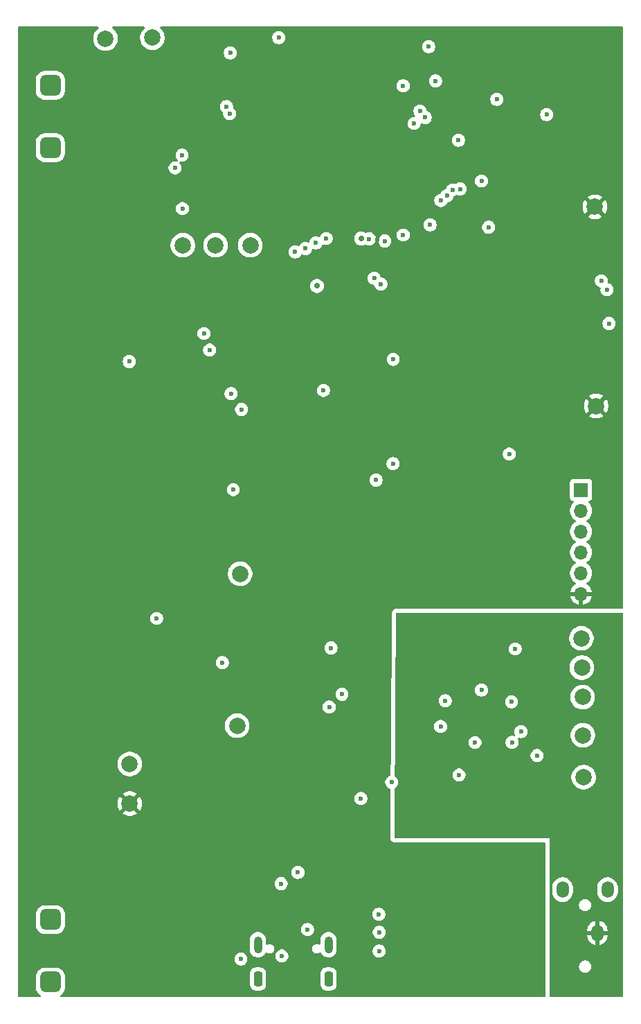
<source format=gbr>
%TF.GenerationSoftware,KiCad,Pcbnew,9.0.0*%
%TF.CreationDate,2025-04-11T15:06:13-04:00*%
%TF.ProjectId,Radiation3,52616469-6174-4696-9f6e-332e6b696361,rev?*%
%TF.SameCoordinates,Original*%
%TF.FileFunction,Copper,L2,Inr*%
%TF.FilePolarity,Positive*%
%FSLAX46Y46*%
G04 Gerber Fmt 4.6, Leading zero omitted, Abs format (unit mm)*
G04 Created by KiCad (PCBNEW 9.0.0) date 2025-04-11 15:06:13*
%MOMM*%
%LPD*%
G01*
G04 APERTURE LIST*
G04 Aperture macros list*
%AMRoundRect*
0 Rectangle with rounded corners*
0 $1 Rounding radius*
0 $2 $3 $4 $5 $6 $7 $8 $9 X,Y pos of 4 corners*
0 Add a 4 corners polygon primitive as box body*
4,1,4,$2,$3,$4,$5,$6,$7,$8,$9,$2,$3,0*
0 Add four circle primitives for the rounded corners*
1,1,$1+$1,$2,$3*
1,1,$1+$1,$4,$5*
1,1,$1+$1,$6,$7*
1,1,$1+$1,$8,$9*
0 Add four rect primitives between the rounded corners*
20,1,$1+$1,$2,$3,$4,$5,0*
20,1,$1+$1,$4,$5,$6,$7,0*
20,1,$1+$1,$6,$7,$8,$9,0*
20,1,$1+$1,$8,$9,$2,$3,0*%
G04 Aperture macros list end*
%TA.AperFunction,ComponentPad*%
%ADD10C,2.000000*%
%TD*%
%TA.AperFunction,ComponentPad*%
%ADD11RoundRect,0.635000X-0.635000X-0.635000X0.635000X-0.635000X0.635000X0.635000X-0.635000X0.635000X0*%
%TD*%
%TA.AperFunction,ComponentPad*%
%ADD12RoundRect,0.635000X0.635000X0.635000X-0.635000X0.635000X-0.635000X-0.635000X0.635000X-0.635000X0*%
%TD*%
%TA.AperFunction,ComponentPad*%
%ADD13O,1.498600X2.006600*%
%TD*%
%TA.AperFunction,ComponentPad*%
%ADD14O,1.000000X2.100000*%
%TD*%
%TA.AperFunction,ComponentPad*%
%ADD15RoundRect,0.250000X-0.250000X-0.650000X0.250000X-0.650000X0.250000X0.650000X-0.250000X0.650000X0*%
%TD*%
%TA.AperFunction,ComponentPad*%
%ADD16R,1.700000X1.700000*%
%TD*%
%TA.AperFunction,ComponentPad*%
%ADD17O,1.700000X1.700000*%
%TD*%
%TA.AperFunction,ViaPad*%
%ADD18C,0.600000*%
%TD*%
%TA.AperFunction,ViaPad*%
%ADD19C,0.700000*%
%TD*%
%TA.AperFunction,ViaPad*%
%ADD20C,0.800000*%
%TD*%
G04 APERTURE END LIST*
D10*
%TO.N,/Audio3/OUTL*%
%TO.C,OUTL1*%
X105925000Y-159450000D03*
%TD*%
%TO.N,GND*%
%TO.C,GND1*%
X50400000Y-162675000D03*
%TD*%
%TO.N,+5V*%
%TO.C,5V1*%
X63550000Y-153175000D03*
%TD*%
D11*
%TO.N,/Power3/ANODE*%
%TO.C,F1*%
X40700000Y-184477500D03*
X40700000Y-176857500D03*
D12*
%TO.N,/Power3/CATHODE*%
X40695000Y-82582500D03*
X40695000Y-74962500D03*
%TD*%
D10*
%TO.N,/I2S_LRCK*%
%TO.C,LRCK1*%
X105700000Y-146075000D03*
%TD*%
%TO.N,Net-(Q1-D)*%
%TO.C,DRAIN1*%
X65150000Y-94500000D03*
%TD*%
D13*
%TO.N,AGND*%
%TO.C,J2*%
X107600000Y-178490435D03*
%TO.N,/Audio3/OUTL*%
X103349818Y-173190433D03*
%TO.N,/Audio3/OUTR*%
X108849817Y-173190433D03*
%TD*%
D10*
%TO.N,VBUS*%
%TO.C,VBUS1*%
X50400000Y-157850000D03*
%TD*%
%TO.N,/Audio3/OUTR*%
%TO.C,OUTR1*%
X105825000Y-154350000D03*
%TD*%
%TO.N,/Power3/CATHODE*%
%TO.C,HIV-1*%
X47425000Y-69250000D03*
%TD*%
%TO.N,/I2S_DOUT*%
%TO.C,DOUT1*%
X105650000Y-142500000D03*
%TD*%
%TO.N,GND*%
%TO.C,GND3*%
X107450000Y-114125000D03*
%TD*%
%TO.N,/I2S_BCK*%
%TO.C,BCK1*%
X105800000Y-149675000D03*
%TD*%
%TO.N,Net-(D1-A)*%
%TO.C,STG1*%
X60900000Y-94500000D03*
%TD*%
%TO.N,+3.3V*%
%TO.C,+3.3V1*%
X63900000Y-134625000D03*
%TD*%
D14*
%TO.N,/MCU3/SHELL_GND*%
%TO.C,J1*%
X66080000Y-179920000D03*
X74720000Y-179920000D03*
D15*
X66080000Y-184100000D03*
X74720000Y-184100000D03*
%TD*%
D10*
%TO.N,Net-(Q1-G)*%
%TO.C,PWM1*%
X53175000Y-69150000D03*
%TD*%
%TO.N,GND*%
%TO.C,GND2*%
X107300000Y-89800000D03*
%TD*%
D16*
%TO.N,/CS*%
%TO.C,J4*%
X105600000Y-124380000D03*
D17*
%TO.N,/MOSI*%
X105600000Y-126920000D03*
%TO.N,/MISO*%
X105600000Y-129460000D03*
%TO.N,/SCK*%
X105600000Y-132000000D03*
%TO.N,+3.3V*%
X105600000Y-134540000D03*
%TO.N,GND*%
X105600000Y-137080000D03*
%TD*%
D10*
%TO.N,Net-(D1-K)*%
%TO.C,HIV+1*%
X56900000Y-94500000D03*
%TD*%
D18*
%TO.N,Net-(U5-VNEG)*%
X90675000Y-159200000D03*
X88425000Y-153275000D03*
%TO.N,/EN*%
X86975000Y-70250000D03*
X68637500Y-69137500D03*
%TO.N,+5V*%
X76362500Y-149337500D03*
X61725000Y-145475000D03*
%TO.N,/GPIO0*%
X93425000Y-86650000D03*
X87125000Y-92000000D03*
%TO.N,/CS*%
X96825000Y-120000000D03*
%TO.N,/BLINK*%
X80525000Y-123175000D03*
X82600000Y-121175000D03*
X90800000Y-87625000D03*
X90600000Y-81675000D03*
%TO.N,/GPIO42*%
X83850000Y-75030000D03*
%TO.N,/GPIO38*%
X85175000Y-79625000D03*
X88450000Y-89025000D03*
%TO.N,+3.3V*%
X62800000Y-112625000D03*
X64075000Y-114550000D03*
%TO.N,GND*%
X66150000Y-118325000D03*
%TO.N,/GPIO39*%
X89200000Y-88450000D03*
X86550000Y-78900000D03*
%TO.N,/GPIO40*%
X85900000Y-78100000D03*
X89875000Y-87750000D03*
%TO.N,/GPIO16*%
X82625000Y-108425000D03*
X81125000Y-99250000D03*
X79700000Y-93725000D03*
D19*
%TO.N,+3.3V*%
X73300000Y-99475000D03*
D18*
%TO.N,/RAD_IN2*%
X81600000Y-93975000D03*
%TO.N,/GPIO42*%
X83850000Y-93250000D03*
%TO.N,/GPIO16*%
X62625000Y-78425000D03*
%TO.N,/RAD_IN2*%
X62250000Y-77575000D03*
%TO.N,+3.3V*%
X95300000Y-76675000D03*
X101400000Y-78550000D03*
%TO.N,/MUTE*%
X97550000Y-143800000D03*
%TO.N,+3.3V*%
X92625000Y-155225000D03*
X97100000Y-150250000D03*
X75025000Y-143675000D03*
X89000000Y-150125000D03*
%TO.N,/Audio3/OUTL*%
X93425000Y-148825000D03*
%TO.N,/I2S_DOUT*%
X100225000Y-156825000D03*
%TO.N,/I2S_BCK*%
X97162500Y-155212500D03*
%TO.N,/I2S_LRCK*%
X98250000Y-153900000D03*
%TO.N,/CS*%
X82450000Y-160075000D03*
X78675000Y-162075000D03*
%TO.N,AGND*%
X87975000Y-156525000D03*
X88325000Y-151975000D03*
X97025000Y-156525000D03*
X97125000Y-153225000D03*
X102250000Y-151225000D03*
X97050000Y-151300000D03*
X97637500Y-145237500D03*
%TO.N,GND*%
X84525000Y-136250000D03*
%TO.N,AGND*%
X86875000Y-141175000D03*
%TO.N,+5V*%
X74800000Y-150900000D03*
%TO.N,+3.3V*%
X70975000Y-171075000D03*
%TO.N,VBUS*%
X69000000Y-181300000D03*
X80900000Y-180700000D03*
%TO.N,+3.3V*%
X80925000Y-178400000D03*
%TO.N,+5V*%
X80875000Y-176200000D03*
%TO.N,Net-(J1-CC2)*%
X64000000Y-181675000D03*
X72150000Y-178075000D03*
%TO.N,GND*%
X62187500Y-181387500D03*
D20*
X67800000Y-144175000D03*
D18*
X74650000Y-122675000D03*
X93200000Y-185700000D03*
X91200000Y-172325000D03*
X101850000Y-69325000D03*
X75100000Y-77800000D03*
X61575000Y-109450000D03*
X49775000Y-84750000D03*
X72773100Y-135776900D03*
X70900000Y-79100000D03*
X75100000Y-75000000D03*
X103850000Y-81350000D03*
X75800000Y-170450000D03*
X84750000Y-69525000D03*
X69375000Y-112700000D03*
X62400000Y-69900000D03*
X97050000Y-81475000D03*
X57325000Y-88875000D03*
X67087500Y-175150000D03*
X71000000Y-73500000D03*
X80650000Y-93850000D03*
X104075000Y-97750000D03*
X99262500Y-92287500D03*
X70200000Y-103100000D03*
X95525000Y-69525000D03*
%TO.N,Net-(Q1-D)*%
X53700000Y-140075000D03*
%TO.N,/MCU3/SHELL_GND*%
X68912500Y-172462500D03*
%TO.N,Net-(Q1-G)*%
X87800000Y-74425000D03*
%TO.N,/MOSI*%
X71895000Y-94900000D03*
%TO.N,/MUTE*%
X80300000Y-98525000D03*
%TO.N,Net-(C3-Pad2)*%
X50350000Y-108700000D03*
X59475000Y-105275000D03*
%TO.N,/MISO*%
X74435000Y-93675000D03*
%TO.N,/CS*%
X70625000Y-95300000D03*
%TO.N,/SCK*%
X109025000Y-104050000D03*
X73165000Y-94200000D03*
X108085000Y-98840000D03*
%TO.N,+3.3V*%
X56800000Y-83500000D03*
X94300000Y-92300000D03*
X62700000Y-71000000D03*
X108775000Y-99925000D03*
D19*
X78700000Y-93675000D03*
D18*
%TO.N,VBUS*%
X63066400Y-124333600D03*
X55950000Y-85050000D03*
X56850000Y-90025000D03*
%TO.N,/RAD_IN*%
X60175000Y-107300000D03*
X74100000Y-112225000D03*
%TD*%
%TA.AperFunction,Conductor*%
%TO.N,GND*%
G36*
X46552669Y-67820185D02*
G01*
X46598424Y-67872989D01*
X46608368Y-67942147D01*
X46579343Y-68005703D01*
X46558517Y-68024816D01*
X46447490Y-68105483D01*
X46447488Y-68105485D01*
X46447487Y-68105485D01*
X46280485Y-68272487D01*
X46280485Y-68272488D01*
X46280483Y-68272490D01*
X46233614Y-68337000D01*
X46141657Y-68463566D01*
X46034433Y-68674003D01*
X45961446Y-68898631D01*
X45924500Y-69131902D01*
X45924500Y-69368097D01*
X45961446Y-69601368D01*
X46034433Y-69825996D01*
X46131500Y-70016498D01*
X46141657Y-70036433D01*
X46280483Y-70227510D01*
X46447490Y-70394517D01*
X46638567Y-70533343D01*
X46737991Y-70584002D01*
X46849003Y-70640566D01*
X46849005Y-70640566D01*
X46849008Y-70640568D01*
X46969412Y-70679689D01*
X47073631Y-70713553D01*
X47306903Y-70750500D01*
X47306908Y-70750500D01*
X47543097Y-70750500D01*
X47776368Y-70713553D01*
X48000992Y-70640568D01*
X48211433Y-70533343D01*
X48402510Y-70394517D01*
X48569517Y-70227510D01*
X48708343Y-70036433D01*
X48815568Y-69825992D01*
X48888553Y-69601368D01*
X48898177Y-69540606D01*
X48925500Y-69368097D01*
X48925500Y-69131902D01*
X48888553Y-68898631D01*
X48815566Y-68674003D01*
X48759002Y-68562991D01*
X48708343Y-68463567D01*
X48569517Y-68272490D01*
X48402510Y-68105483D01*
X48291483Y-68024817D01*
X48248819Y-67969488D01*
X48242840Y-67899874D01*
X48275446Y-67838079D01*
X48336285Y-67803722D01*
X48364370Y-67800500D01*
X52103111Y-67800500D01*
X52170150Y-67820185D01*
X52215905Y-67872989D01*
X52225849Y-67942147D01*
X52196824Y-68005703D01*
X52190792Y-68012181D01*
X52030485Y-68172487D01*
X52030485Y-68172488D01*
X52030483Y-68172490D01*
X51970862Y-68254550D01*
X51891657Y-68363566D01*
X51784433Y-68574003D01*
X51711446Y-68798631D01*
X51674500Y-69031902D01*
X51674500Y-69268097D01*
X51711446Y-69501368D01*
X51784433Y-69725996D01*
X51846036Y-69846897D01*
X51891657Y-69936433D01*
X52030483Y-70127510D01*
X52197490Y-70294517D01*
X52388567Y-70433343D01*
X52486984Y-70483489D01*
X52599003Y-70540566D01*
X52599005Y-70540566D01*
X52599008Y-70540568D01*
X52719412Y-70579689D01*
X52823631Y-70613553D01*
X53056903Y-70650500D01*
X53056908Y-70650500D01*
X53293097Y-70650500D01*
X53526368Y-70613553D01*
X53750992Y-70540568D01*
X53961433Y-70433343D01*
X54152510Y-70294517D01*
X54275874Y-70171153D01*
X86174500Y-70171153D01*
X86174500Y-70328846D01*
X86205261Y-70483489D01*
X86205264Y-70483501D01*
X86265602Y-70629172D01*
X86265609Y-70629185D01*
X86353210Y-70760288D01*
X86353213Y-70760292D01*
X86464707Y-70871786D01*
X86464711Y-70871789D01*
X86595814Y-70959390D01*
X86595827Y-70959397D01*
X86741498Y-71019735D01*
X86741503Y-71019737D01*
X86896153Y-71050499D01*
X86896156Y-71050500D01*
X86896158Y-71050500D01*
X87053844Y-71050500D01*
X87053845Y-71050499D01*
X87208497Y-71019737D01*
X87354179Y-70959394D01*
X87485289Y-70871789D01*
X87596789Y-70760289D01*
X87684394Y-70629179D01*
X87687854Y-70620827D01*
X87698067Y-70596166D01*
X87744737Y-70483497D01*
X87775500Y-70328842D01*
X87775500Y-70171158D01*
X87775500Y-70171155D01*
X87775499Y-70171153D01*
X87744738Y-70016510D01*
X87744737Y-70016503D01*
X87744735Y-70016498D01*
X87684397Y-69870827D01*
X87684390Y-69870814D01*
X87596789Y-69739711D01*
X87596786Y-69739707D01*
X87485292Y-69628213D01*
X87485288Y-69628210D01*
X87354185Y-69540609D01*
X87354172Y-69540602D01*
X87208501Y-69480264D01*
X87208489Y-69480261D01*
X87053845Y-69449500D01*
X87053842Y-69449500D01*
X86896158Y-69449500D01*
X86896155Y-69449500D01*
X86741510Y-69480261D01*
X86741498Y-69480264D01*
X86595827Y-69540602D01*
X86595814Y-69540609D01*
X86464711Y-69628210D01*
X86464707Y-69628213D01*
X86353213Y-69739707D01*
X86353210Y-69739711D01*
X86265609Y-69870814D01*
X86265602Y-69870827D01*
X86205264Y-70016498D01*
X86205261Y-70016510D01*
X86174500Y-70171153D01*
X54275874Y-70171153D01*
X54319517Y-70127510D01*
X54458343Y-69936433D01*
X54565568Y-69725992D01*
X54638553Y-69501368D01*
X54659662Y-69368092D01*
X54675500Y-69268097D01*
X54675500Y-69058653D01*
X67837000Y-69058653D01*
X67837000Y-69216346D01*
X67867761Y-69370989D01*
X67867764Y-69371001D01*
X67928102Y-69516672D01*
X67928109Y-69516685D01*
X68015710Y-69647788D01*
X68015713Y-69647792D01*
X68127207Y-69759286D01*
X68127211Y-69759289D01*
X68258314Y-69846890D01*
X68258327Y-69846897D01*
X68403998Y-69907235D01*
X68404003Y-69907237D01*
X68550780Y-69936433D01*
X68558653Y-69937999D01*
X68558656Y-69938000D01*
X68558658Y-69938000D01*
X68716344Y-69938000D01*
X68716345Y-69937999D01*
X68870997Y-69907237D01*
X69016679Y-69846894D01*
X69147789Y-69759289D01*
X69259289Y-69647789D01*
X69346894Y-69516679D01*
X69407237Y-69370997D01*
X69438000Y-69216342D01*
X69438000Y-69058658D01*
X69438000Y-69058655D01*
X69437999Y-69058653D01*
X69407238Y-68904010D01*
X69407237Y-68904003D01*
X69405012Y-68898631D01*
X69346897Y-68758327D01*
X69346890Y-68758314D01*
X69259289Y-68627211D01*
X69259286Y-68627207D01*
X69147792Y-68515713D01*
X69147788Y-68515710D01*
X69016685Y-68428109D01*
X69016672Y-68428102D01*
X68871001Y-68367764D01*
X68870989Y-68367761D01*
X68716345Y-68337000D01*
X68716342Y-68337000D01*
X68558658Y-68337000D01*
X68558655Y-68337000D01*
X68404010Y-68367761D01*
X68403998Y-68367764D01*
X68258327Y-68428102D01*
X68258314Y-68428109D01*
X68127211Y-68515710D01*
X68127207Y-68515713D01*
X68015713Y-68627207D01*
X68015710Y-68627211D01*
X67928109Y-68758314D01*
X67928102Y-68758327D01*
X67867764Y-68903998D01*
X67867761Y-68904010D01*
X67837000Y-69058653D01*
X54675500Y-69058653D01*
X54675500Y-69031902D01*
X54638553Y-68798631D01*
X54565566Y-68574003D01*
X54460481Y-68367764D01*
X54458343Y-68363567D01*
X54319517Y-68172490D01*
X54159208Y-68012181D01*
X54125723Y-67950858D01*
X54130707Y-67881166D01*
X54172579Y-67825233D01*
X54238043Y-67800816D01*
X54246889Y-67800500D01*
X110625500Y-67800500D01*
X110692539Y-67820185D01*
X110738294Y-67872989D01*
X110749500Y-67924500D01*
X110749500Y-138745500D01*
X110729815Y-138812539D01*
X110677011Y-138858294D01*
X110625500Y-138869500D01*
X83090265Y-138869500D01*
X82984585Y-138880670D01*
X82933868Y-138891513D01*
X82832857Y-138924535D01*
X82711259Y-139001461D01*
X82658138Y-139046832D01*
X82563147Y-139154886D01*
X82563146Y-139154887D01*
X82563145Y-139154889D01*
X82544815Y-139194276D01*
X82502440Y-139285334D01*
X82482281Y-139352217D01*
X82482280Y-139352219D01*
X82482273Y-139352246D01*
X82460783Y-139494503D01*
X82460783Y-139494506D01*
X82440203Y-142378295D01*
X82439893Y-142421687D01*
X82430646Y-143717546D01*
X82430265Y-143770941D01*
X82414691Y-145953294D01*
X82414381Y-145996687D01*
X82394785Y-148742545D01*
X82394785Y-148742546D01*
X82394404Y-148795941D01*
X82388690Y-149596687D01*
X82385508Y-150042546D01*
X82385127Y-150095941D01*
X82363028Y-153192546D01*
X82362647Y-153245941D01*
X82358187Y-153870941D01*
X82355327Y-154271687D01*
X82349112Y-155142545D01*
X82348731Y-155195941D01*
X82337958Y-156705485D01*
X82337693Y-156742546D01*
X82337312Y-156795941D01*
X82320744Y-159117546D01*
X82320363Y-159170940D01*
X82320363Y-159170946D01*
X82320271Y-159183748D01*
X82300105Y-159250644D01*
X82246974Y-159296019D01*
X82220470Y-159304473D01*
X82216512Y-159305260D01*
X82216498Y-159305264D01*
X82070827Y-159365602D01*
X82070814Y-159365609D01*
X81939711Y-159453210D01*
X81939707Y-159453213D01*
X81828213Y-159564707D01*
X81828210Y-159564711D01*
X81740609Y-159695814D01*
X81740602Y-159695827D01*
X81680264Y-159841498D01*
X81680261Y-159841510D01*
X81649500Y-159996153D01*
X81649500Y-160153846D01*
X81680261Y-160308489D01*
X81680264Y-160308501D01*
X81740602Y-160454172D01*
X81740609Y-160454185D01*
X81828210Y-160585288D01*
X81828213Y-160585292D01*
X81939707Y-160696786D01*
X81939711Y-160696789D01*
X82070814Y-160784390D01*
X82070827Y-160784397D01*
X82143662Y-160814565D01*
X82216503Y-160844737D01*
X82216514Y-160844739D01*
X82219555Y-160845662D01*
X82220960Y-160846583D01*
X82222131Y-160847068D01*
X82222039Y-160847289D01*
X82277994Y-160883960D01*
X82306450Y-160947772D01*
X82307557Y-160965208D01*
X82265781Y-166819267D01*
X82265781Y-166819269D01*
X82277008Y-166928881D01*
X82288278Y-166981424D01*
X82322987Y-167085995D01*
X82322988Y-167085996D01*
X82400932Y-167206939D01*
X82446747Y-167259676D01*
X82446749Y-167259677D01*
X82446751Y-167259680D01*
X82555609Y-167353763D01*
X82686563Y-167413365D01*
X82752603Y-167432664D01*
X82753568Y-167432956D01*
X82753629Y-167432964D01*
X82753630Y-167432965D01*
X82896072Y-167453259D01*
X82896074Y-167453258D01*
X82896075Y-167453259D01*
X83080713Y-167453022D01*
X101120272Y-167429895D01*
X101187336Y-167449494D01*
X101233158Y-167502239D01*
X101244430Y-167554052D01*
X101240444Y-170695814D01*
X101237727Y-172837425D01*
X101237676Y-172877850D01*
X101234962Y-175016334D01*
X101234898Y-175066760D01*
X101231002Y-178137471D01*
X101225444Y-182516333D01*
X101225444Y-182516334D01*
X101225380Y-182566760D01*
X101220792Y-186182853D01*
X101220769Y-186200657D01*
X101200999Y-186267672D01*
X101148137Y-186313360D01*
X101096769Y-186324500D01*
X41974552Y-186324500D01*
X41907513Y-186304815D01*
X41861758Y-186252011D01*
X41851814Y-186182853D01*
X41880839Y-186119297D01*
X41905049Y-186097810D01*
X41946462Y-186069779D01*
X42061250Y-185992089D01*
X42214589Y-185838750D01*
X42336138Y-185659163D01*
X42404082Y-185500498D01*
X42421499Y-185459825D01*
X42421500Y-185459821D01*
X42421502Y-185459817D01*
X42467598Y-185247919D01*
X42470500Y-185199204D01*
X42470500Y-183755796D01*
X42467598Y-183707081D01*
X42421502Y-183495183D01*
X42421501Y-183495181D01*
X42421499Y-183495174D01*
X42400290Y-183445646D01*
X42380736Y-183399983D01*
X65079500Y-183399983D01*
X65079500Y-184800001D01*
X65079501Y-184800018D01*
X65090000Y-184902796D01*
X65090001Y-184902799D01*
X65145185Y-185069331D01*
X65145186Y-185069334D01*
X65237288Y-185218656D01*
X65361344Y-185342712D01*
X65510666Y-185434814D01*
X65677203Y-185489999D01*
X65779991Y-185500500D01*
X66380008Y-185500499D01*
X66380016Y-185500498D01*
X66380019Y-185500498D01*
X66436302Y-185494748D01*
X66482797Y-185489999D01*
X66649334Y-185434814D01*
X66798656Y-185342712D01*
X66922712Y-185218656D01*
X67014814Y-185069334D01*
X67069999Y-184902797D01*
X67080500Y-184800009D01*
X67080499Y-183399992D01*
X67080498Y-183399983D01*
X73719500Y-183399983D01*
X73719500Y-184800001D01*
X73719501Y-184800018D01*
X73730000Y-184902796D01*
X73730001Y-184902799D01*
X73785185Y-185069331D01*
X73785186Y-185069334D01*
X73877288Y-185218656D01*
X74001344Y-185342712D01*
X74150666Y-185434814D01*
X74317203Y-185489999D01*
X74419991Y-185500500D01*
X75020008Y-185500499D01*
X75020016Y-185500498D01*
X75020019Y-185500498D01*
X75076302Y-185494748D01*
X75122797Y-185489999D01*
X75289334Y-185434814D01*
X75438656Y-185342712D01*
X75562712Y-185218656D01*
X75654814Y-185069334D01*
X75709999Y-184902797D01*
X75720500Y-184800009D01*
X75720499Y-183399992D01*
X75709999Y-183297203D01*
X75654814Y-183130666D01*
X75562712Y-182981344D01*
X75438656Y-182857288D01*
X75289334Y-182765186D01*
X75122797Y-182710001D01*
X75122795Y-182710000D01*
X75020010Y-182699500D01*
X74419998Y-182699500D01*
X74419980Y-182699501D01*
X74317203Y-182710000D01*
X74317200Y-182710001D01*
X74150668Y-182765185D01*
X74150663Y-182765187D01*
X74001342Y-182857289D01*
X73877289Y-182981342D01*
X73785187Y-183130663D01*
X73785186Y-183130666D01*
X73730001Y-183297203D01*
X73730001Y-183297204D01*
X73730000Y-183297204D01*
X73719500Y-183399983D01*
X67080498Y-183399983D01*
X67069999Y-183297203D01*
X67014814Y-183130666D01*
X66922712Y-182981344D01*
X66798656Y-182857288D01*
X66649334Y-182765186D01*
X66482797Y-182710001D01*
X66482795Y-182710000D01*
X66380010Y-182699500D01*
X65779998Y-182699500D01*
X65779980Y-182699501D01*
X65677203Y-182710000D01*
X65677200Y-182710001D01*
X65510668Y-182765185D01*
X65510663Y-182765187D01*
X65361342Y-182857289D01*
X65237289Y-182981342D01*
X65145187Y-183130663D01*
X65145186Y-183130666D01*
X65090001Y-183297203D01*
X65090001Y-183297204D01*
X65090000Y-183297204D01*
X65079500Y-183399983D01*
X42380736Y-183399983D01*
X42336142Y-183295846D01*
X42336141Y-183295844D01*
X42336138Y-183295837D01*
X42214589Y-183116250D01*
X42214587Y-183116247D01*
X42061252Y-182962912D01*
X41881669Y-182841366D01*
X41881668Y-182841365D01*
X41881663Y-182841362D01*
X41881658Y-182841360D01*
X41881653Y-182841357D01*
X41682325Y-182756000D01*
X41682309Y-182755995D01*
X41470424Y-182709903D01*
X41470423Y-182709902D01*
X41470419Y-182709902D01*
X41421704Y-182707000D01*
X39978296Y-182707000D01*
X39929581Y-182709902D01*
X39929576Y-182709902D01*
X39929575Y-182709903D01*
X39717690Y-182755995D01*
X39717674Y-182756000D01*
X39518346Y-182841357D01*
X39518330Y-182841366D01*
X39338747Y-182962912D01*
X39185412Y-183116247D01*
X39063866Y-183295830D01*
X39063857Y-183295846D01*
X38978500Y-183495174D01*
X38978495Y-183495190D01*
X38932403Y-183707075D01*
X38932402Y-183707081D01*
X38929500Y-183755796D01*
X38929500Y-185199204D01*
X38932402Y-185247919D01*
X38932402Y-185247923D01*
X38932403Y-185247924D01*
X38978495Y-185459809D01*
X38978500Y-185459825D01*
X39063857Y-185659153D01*
X39063860Y-185659158D01*
X39063862Y-185659163D01*
X39063865Y-185659168D01*
X39063866Y-185659169D01*
X39185412Y-185838752D01*
X39338747Y-185992087D01*
X39494951Y-186097810D01*
X39539437Y-186151688D01*
X39547731Y-186221063D01*
X39517202Y-186283910D01*
X39457541Y-186320275D01*
X39425448Y-186324500D01*
X36824500Y-186324500D01*
X36757461Y-186304815D01*
X36711706Y-186252011D01*
X36700500Y-186200500D01*
X36700500Y-181596153D01*
X63199500Y-181596153D01*
X63199500Y-181753846D01*
X63230261Y-181908489D01*
X63230264Y-181908501D01*
X63290602Y-182054172D01*
X63290609Y-182054185D01*
X63378210Y-182185288D01*
X63378213Y-182185292D01*
X63489707Y-182296786D01*
X63489711Y-182296789D01*
X63620814Y-182384390D01*
X63620827Y-182384397D01*
X63766498Y-182444735D01*
X63766503Y-182444737D01*
X63921153Y-182475499D01*
X63921156Y-182475500D01*
X63921158Y-182475500D01*
X64078844Y-182475500D01*
X64078845Y-182475499D01*
X64233497Y-182444737D01*
X64379179Y-182384394D01*
X64510289Y-182296789D01*
X64621789Y-182185289D01*
X64709394Y-182054179D01*
X64769737Y-181908497D01*
X64800500Y-181753842D01*
X64800500Y-181596158D01*
X64800500Y-181596155D01*
X64800499Y-181596153D01*
X64775353Y-181469737D01*
X64769737Y-181441503D01*
X64765821Y-181432049D01*
X64709397Y-181295827D01*
X64709390Y-181295814D01*
X64621789Y-181164711D01*
X64621786Y-181164707D01*
X64510292Y-181053213D01*
X64510288Y-181053210D01*
X64379185Y-180965609D01*
X64379172Y-180965602D01*
X64233501Y-180905264D01*
X64233489Y-180905261D01*
X64078845Y-180874500D01*
X64078842Y-180874500D01*
X63921158Y-180874500D01*
X63921155Y-180874500D01*
X63766510Y-180905261D01*
X63766498Y-180905264D01*
X63620827Y-180965602D01*
X63620814Y-180965609D01*
X63489711Y-181053210D01*
X63489707Y-181053213D01*
X63378213Y-181164707D01*
X63378210Y-181164711D01*
X63290609Y-181295814D01*
X63290602Y-181295827D01*
X63230264Y-181441498D01*
X63230261Y-181441510D01*
X63199500Y-181596153D01*
X36700500Y-181596153D01*
X36700500Y-180568543D01*
X65079499Y-180568543D01*
X65117947Y-180761829D01*
X65117950Y-180761839D01*
X65193364Y-180943907D01*
X65193371Y-180943920D01*
X65302860Y-181107781D01*
X65302863Y-181107785D01*
X65442214Y-181247136D01*
X65442218Y-181247139D01*
X65606079Y-181356628D01*
X65606092Y-181356635D01*
X65788160Y-181432049D01*
X65788165Y-181432051D01*
X65788169Y-181432051D01*
X65788170Y-181432052D01*
X65981456Y-181470500D01*
X65981459Y-181470500D01*
X66178543Y-181470500D01*
X66324342Y-181441498D01*
X66371835Y-181432051D01*
X66553914Y-181356632D01*
X66717782Y-181247139D01*
X66743768Y-181221153D01*
X68199500Y-181221153D01*
X68199500Y-181378846D01*
X68230261Y-181533489D01*
X68230264Y-181533501D01*
X68290602Y-181679172D01*
X68290609Y-181679185D01*
X68378210Y-181810288D01*
X68378213Y-181810292D01*
X68489707Y-181921786D01*
X68489711Y-181921789D01*
X68620814Y-182009390D01*
X68620827Y-182009397D01*
X68766498Y-182069735D01*
X68766503Y-182069737D01*
X68921153Y-182100499D01*
X68921156Y-182100500D01*
X68921158Y-182100500D01*
X69078844Y-182100500D01*
X69078845Y-182100499D01*
X69233497Y-182069737D01*
X69379179Y-182009394D01*
X69510289Y-181921789D01*
X69621789Y-181810289D01*
X69709394Y-181679179D01*
X69769737Y-181533497D01*
X69800500Y-181378842D01*
X69800500Y-181221158D01*
X69800500Y-181221155D01*
X69800499Y-181221153D01*
X69781847Y-181127385D01*
X69769737Y-181066503D01*
X69740327Y-180995500D01*
X69709397Y-180920827D01*
X69709390Y-180920814D01*
X69621789Y-180789711D01*
X69621786Y-180789707D01*
X69510292Y-180678213D01*
X69510288Y-180678210D01*
X69379185Y-180590609D01*
X69379172Y-180590602D01*
X69233501Y-180530264D01*
X69233489Y-180530261D01*
X69078845Y-180499500D01*
X69078842Y-180499500D01*
X68921158Y-180499500D01*
X68921155Y-180499500D01*
X68766510Y-180530261D01*
X68766498Y-180530264D01*
X68620827Y-180590602D01*
X68620814Y-180590609D01*
X68489711Y-180678210D01*
X68489707Y-180678213D01*
X68378213Y-180789707D01*
X68378210Y-180789711D01*
X68290609Y-180920814D01*
X68290602Y-180920827D01*
X68230264Y-181066498D01*
X68230261Y-181066510D01*
X68199500Y-181221153D01*
X66743768Y-181221153D01*
X66754633Y-181210288D01*
X66837537Y-181127385D01*
X66857136Y-181107785D01*
X66857139Y-181107782D01*
X66966632Y-180943914D01*
X66970540Y-180934478D01*
X67014376Y-180880074D01*
X67080669Y-180858004D01*
X67148369Y-180875279D01*
X67153028Y-180878432D01*
X67156633Y-180880513D01*
X67156635Y-180880515D01*
X67287865Y-180956281D01*
X67434234Y-180995500D01*
X67434236Y-180995500D01*
X67585764Y-180995500D01*
X67585766Y-180995500D01*
X67732135Y-180956281D01*
X67863365Y-180880515D01*
X67970515Y-180773365D01*
X68046281Y-180642135D01*
X68085500Y-180495766D01*
X68085500Y-180344234D01*
X72714500Y-180344234D01*
X72714500Y-180495765D01*
X72753719Y-180642136D01*
X72791602Y-180707750D01*
X72829485Y-180773365D01*
X72936635Y-180880515D01*
X73067865Y-180956281D01*
X73214234Y-180995500D01*
X73214236Y-180995500D01*
X73365764Y-180995500D01*
X73365766Y-180995500D01*
X73512135Y-180956281D01*
X73643365Y-180880515D01*
X73643366Y-180880513D01*
X73650403Y-180876451D01*
X73651749Y-180878783D01*
X73704553Y-180858357D01*
X73773001Y-180872381D01*
X73823001Y-180921185D01*
X73829458Y-180934474D01*
X73833367Y-180943913D01*
X73833371Y-180943920D01*
X73942860Y-181107781D01*
X73942863Y-181107785D01*
X74082214Y-181247136D01*
X74082218Y-181247139D01*
X74246079Y-181356628D01*
X74246092Y-181356635D01*
X74428160Y-181432049D01*
X74428165Y-181432051D01*
X74428169Y-181432051D01*
X74428170Y-181432052D01*
X74621456Y-181470500D01*
X74621459Y-181470500D01*
X74818543Y-181470500D01*
X74964342Y-181441498D01*
X75011835Y-181432051D01*
X75193914Y-181356632D01*
X75357782Y-181247139D01*
X75497139Y-181107782D01*
X75606632Y-180943914D01*
X75682051Y-180761835D01*
X75710034Y-180621158D01*
X75710035Y-180621153D01*
X80099500Y-180621153D01*
X80099500Y-180778846D01*
X80130261Y-180933489D01*
X80130264Y-180933501D01*
X80190602Y-181079172D01*
X80190609Y-181079185D01*
X80278210Y-181210288D01*
X80278213Y-181210292D01*
X80389707Y-181321786D01*
X80389711Y-181321789D01*
X80520814Y-181409390D01*
X80520827Y-181409397D01*
X80598356Y-181441510D01*
X80666503Y-181469737D01*
X80821153Y-181500499D01*
X80821156Y-181500500D01*
X80821158Y-181500500D01*
X80978844Y-181500500D01*
X80978845Y-181500499D01*
X81133497Y-181469737D01*
X81279179Y-181409394D01*
X81410289Y-181321789D01*
X81521789Y-181210289D01*
X81609394Y-181079179D01*
X81669737Y-180933497D01*
X81700500Y-180778842D01*
X81700500Y-180621158D01*
X81700500Y-180621155D01*
X81700499Y-180621153D01*
X81682419Y-180530261D01*
X81669737Y-180466503D01*
X81619092Y-180344234D01*
X81609397Y-180320827D01*
X81609390Y-180320814D01*
X81521789Y-180189711D01*
X81521786Y-180189707D01*
X81410292Y-180078213D01*
X81410288Y-180078210D01*
X81279185Y-179990609D01*
X81279172Y-179990602D01*
X81133501Y-179930264D01*
X81133489Y-179930261D01*
X80978845Y-179899500D01*
X80978842Y-179899500D01*
X80821158Y-179899500D01*
X80821155Y-179899500D01*
X80666510Y-179930261D01*
X80666498Y-179930264D01*
X80520827Y-179990602D01*
X80520814Y-179990609D01*
X80389711Y-180078210D01*
X80389707Y-180078213D01*
X80278213Y-180189707D01*
X80278210Y-180189711D01*
X80190609Y-180320814D01*
X80190602Y-180320827D01*
X80130264Y-180466498D01*
X80130261Y-180466510D01*
X80099500Y-180621153D01*
X75710035Y-180621153D01*
X75716058Y-180590875D01*
X75716058Y-180590874D01*
X75720500Y-180568543D01*
X75720500Y-179271456D01*
X75682052Y-179078170D01*
X75682051Y-179078169D01*
X75682051Y-179078165D01*
X75682049Y-179078160D01*
X75606635Y-178896092D01*
X75606628Y-178896079D01*
X75497139Y-178732218D01*
X75497136Y-178732214D01*
X75357785Y-178592863D01*
X75357781Y-178592860D01*
X75193920Y-178483371D01*
X75193907Y-178483364D01*
X75064172Y-178429627D01*
X75011839Y-178407950D01*
X75011829Y-178407947D01*
X74818543Y-178369500D01*
X74818541Y-178369500D01*
X74621459Y-178369500D01*
X74621457Y-178369500D01*
X74428170Y-178407947D01*
X74428160Y-178407950D01*
X74246092Y-178483364D01*
X74246079Y-178483371D01*
X74082218Y-178592860D01*
X74082214Y-178592863D01*
X73942863Y-178732214D01*
X73942860Y-178732218D01*
X73833371Y-178896079D01*
X73833364Y-178896092D01*
X73757950Y-179078160D01*
X73757947Y-179078170D01*
X73719500Y-179271456D01*
X73719500Y-179788666D01*
X73699815Y-179855705D01*
X73647011Y-179901460D01*
X73577853Y-179911404D01*
X73533501Y-179896054D01*
X73512137Y-179883719D01*
X73407584Y-179855705D01*
X73365766Y-179844500D01*
X73214234Y-179844500D01*
X73067863Y-179883719D01*
X72936635Y-179959485D01*
X72936632Y-179959487D01*
X72829487Y-180066632D01*
X72829485Y-180066635D01*
X72753719Y-180197863D01*
X72714500Y-180344234D01*
X68085500Y-180344234D01*
X68046281Y-180197865D01*
X67970515Y-180066635D01*
X67863365Y-179959485D01*
X67780087Y-179911404D01*
X67732136Y-179883719D01*
X67627584Y-179855705D01*
X67585766Y-179844500D01*
X67434234Y-179844500D01*
X67287862Y-179883719D01*
X67266499Y-179896054D01*
X67198598Y-179912525D01*
X67132572Y-179889673D01*
X67089382Y-179834751D01*
X67080500Y-179788666D01*
X67080500Y-179271456D01*
X67042052Y-179078170D01*
X67042051Y-179078169D01*
X67042051Y-179078165D01*
X67042049Y-179078160D01*
X66966635Y-178896092D01*
X66966628Y-178896079D01*
X66857139Y-178732218D01*
X66857136Y-178732214D01*
X66717785Y-178592863D01*
X66717781Y-178592860D01*
X66553920Y-178483371D01*
X66553907Y-178483364D01*
X66371839Y-178407950D01*
X66371829Y-178407947D01*
X66178543Y-178369500D01*
X66178541Y-178369500D01*
X65981459Y-178369500D01*
X65981457Y-178369500D01*
X65788170Y-178407947D01*
X65788160Y-178407950D01*
X65606092Y-178483364D01*
X65606079Y-178483371D01*
X65442218Y-178592860D01*
X65442214Y-178592863D01*
X65302863Y-178732214D01*
X65302860Y-178732218D01*
X65193371Y-178896079D01*
X65193364Y-178896092D01*
X65117950Y-179078160D01*
X65117947Y-179078170D01*
X65079500Y-179271456D01*
X65079500Y-179271459D01*
X65079500Y-180568541D01*
X65079500Y-180568543D01*
X65079499Y-180568543D01*
X36700500Y-180568543D01*
X36700500Y-176135796D01*
X38929500Y-176135796D01*
X38929500Y-177579204D01*
X38932402Y-177627919D01*
X38932402Y-177627923D01*
X38932403Y-177627924D01*
X38978495Y-177839809D01*
X38978500Y-177839825D01*
X39063857Y-178039153D01*
X39063860Y-178039158D01*
X39063862Y-178039163D01*
X39063865Y-178039168D01*
X39063866Y-178039169D01*
X39185412Y-178218752D01*
X39338747Y-178372087D01*
X39338750Y-178372089D01*
X39518337Y-178493638D01*
X39518344Y-178493641D01*
X39518346Y-178493642D01*
X39717674Y-178578999D01*
X39717681Y-178579001D01*
X39717683Y-178579002D01*
X39717684Y-178579002D01*
X39717690Y-178579004D01*
X39781391Y-178592861D01*
X39929581Y-178625098D01*
X39978296Y-178628000D01*
X39978308Y-178628000D01*
X41421692Y-178628000D01*
X41421704Y-178628000D01*
X41470419Y-178625098D01*
X41653403Y-178585292D01*
X41682309Y-178579004D01*
X41682311Y-178579003D01*
X41682317Y-178579002D01*
X41682321Y-178579000D01*
X41682325Y-178578999D01*
X41802198Y-178527666D01*
X41881663Y-178493638D01*
X42061250Y-178372089D01*
X42214589Y-178218750D01*
X42336138Y-178039163D01*
X42354556Y-177996153D01*
X71349500Y-177996153D01*
X71349500Y-178153846D01*
X71380261Y-178308489D01*
X71380264Y-178308501D01*
X71440602Y-178454172D01*
X71440609Y-178454185D01*
X71528210Y-178585288D01*
X71528213Y-178585292D01*
X71639707Y-178696786D01*
X71639711Y-178696789D01*
X71770814Y-178784390D01*
X71770827Y-178784397D01*
X71916498Y-178844735D01*
X71916503Y-178844737D01*
X72071153Y-178875499D01*
X72071156Y-178875500D01*
X72071158Y-178875500D01*
X72228844Y-178875500D01*
X72228845Y-178875499D01*
X72383497Y-178844737D01*
X72529179Y-178784394D01*
X72660289Y-178696789D01*
X72771789Y-178585289D01*
X72859394Y-178454179D01*
X72914495Y-178321153D01*
X80124500Y-178321153D01*
X80124500Y-178478846D01*
X80155261Y-178633489D01*
X80155264Y-178633501D01*
X80215602Y-178779172D01*
X80215609Y-178779185D01*
X80303210Y-178910288D01*
X80303213Y-178910292D01*
X80414707Y-179021786D01*
X80414711Y-179021789D01*
X80545814Y-179109390D01*
X80545827Y-179109397D01*
X80691498Y-179169735D01*
X80691503Y-179169737D01*
X80846153Y-179200499D01*
X80846156Y-179200500D01*
X80846158Y-179200500D01*
X81003844Y-179200500D01*
X81003845Y-179200499D01*
X81158497Y-179169737D01*
X81304179Y-179109394D01*
X81435289Y-179021789D01*
X81546789Y-178910289D01*
X81634394Y-178779179D01*
X81694737Y-178633497D01*
X81725500Y-178478842D01*
X81725500Y-178321158D01*
X81725500Y-178321155D01*
X81725499Y-178321153D01*
X81705130Y-178218752D01*
X81694737Y-178166503D01*
X81641994Y-178039169D01*
X81634397Y-178020827D01*
X81634390Y-178020814D01*
X81546789Y-177889711D01*
X81546786Y-177889707D01*
X81435292Y-177778213D01*
X81435288Y-177778210D01*
X81304185Y-177690609D01*
X81304172Y-177690602D01*
X81158501Y-177630264D01*
X81158489Y-177630261D01*
X81003845Y-177599500D01*
X81003842Y-177599500D01*
X80846158Y-177599500D01*
X80846155Y-177599500D01*
X80691510Y-177630261D01*
X80691498Y-177630264D01*
X80545827Y-177690602D01*
X80545814Y-177690609D01*
X80414711Y-177778210D01*
X80414707Y-177778213D01*
X80303213Y-177889707D01*
X80303210Y-177889711D01*
X80215609Y-178020814D01*
X80215602Y-178020827D01*
X80155264Y-178166498D01*
X80155261Y-178166510D01*
X80124500Y-178321153D01*
X72914495Y-178321153D01*
X72919737Y-178308497D01*
X72950500Y-178153842D01*
X72950500Y-177996158D01*
X72950500Y-177996155D01*
X72950499Y-177996153D01*
X72939579Y-177941254D01*
X72919737Y-177841503D01*
X72893521Y-177778211D01*
X72859397Y-177695827D01*
X72859390Y-177695814D01*
X72771789Y-177564711D01*
X72771786Y-177564707D01*
X72660292Y-177453213D01*
X72660288Y-177453210D01*
X72529185Y-177365609D01*
X72529172Y-177365602D01*
X72383501Y-177305264D01*
X72383489Y-177305261D01*
X72228845Y-177274500D01*
X72228842Y-177274500D01*
X72071158Y-177274500D01*
X72071155Y-177274500D01*
X71916510Y-177305261D01*
X71916498Y-177305264D01*
X71770827Y-177365602D01*
X71770814Y-177365609D01*
X71639711Y-177453210D01*
X71639707Y-177453213D01*
X71528213Y-177564707D01*
X71528210Y-177564711D01*
X71440609Y-177695814D01*
X71440602Y-177695827D01*
X71380264Y-177841498D01*
X71380261Y-177841510D01*
X71349500Y-177996153D01*
X42354556Y-177996153D01*
X42421502Y-177839817D01*
X42467598Y-177627919D01*
X42470500Y-177579204D01*
X42470500Y-176135796D01*
X42469628Y-176121153D01*
X80074500Y-176121153D01*
X80074500Y-176278846D01*
X80105261Y-176433489D01*
X80105264Y-176433501D01*
X80165602Y-176579172D01*
X80165609Y-176579185D01*
X80253210Y-176710288D01*
X80253213Y-176710292D01*
X80364707Y-176821786D01*
X80364711Y-176821789D01*
X80495814Y-176909390D01*
X80495827Y-176909397D01*
X80641498Y-176969735D01*
X80641503Y-176969737D01*
X80796153Y-177000499D01*
X80796156Y-177000500D01*
X80796158Y-177000500D01*
X80953844Y-177000500D01*
X80953845Y-177000499D01*
X81108497Y-176969737D01*
X81254179Y-176909394D01*
X81385289Y-176821789D01*
X81496789Y-176710289D01*
X81584394Y-176579179D01*
X81644737Y-176433497D01*
X81675500Y-176278842D01*
X81675500Y-176121158D01*
X81675500Y-176121155D01*
X81675499Y-176121153D01*
X81644738Y-175966510D01*
X81644737Y-175966503D01*
X81644735Y-175966498D01*
X81584397Y-175820827D01*
X81584390Y-175820814D01*
X81496789Y-175689711D01*
X81496786Y-175689707D01*
X81385292Y-175578213D01*
X81385288Y-175578210D01*
X81254185Y-175490609D01*
X81254172Y-175490602D01*
X81108501Y-175430264D01*
X81108489Y-175430261D01*
X80953845Y-175399500D01*
X80953842Y-175399500D01*
X80796158Y-175399500D01*
X80796155Y-175399500D01*
X80641510Y-175430261D01*
X80641498Y-175430264D01*
X80495827Y-175490602D01*
X80495814Y-175490609D01*
X80364711Y-175578210D01*
X80364707Y-175578213D01*
X80253213Y-175689707D01*
X80253210Y-175689711D01*
X80165609Y-175820814D01*
X80165602Y-175820827D01*
X80105264Y-175966498D01*
X80105261Y-175966510D01*
X80074500Y-176121153D01*
X42469628Y-176121153D01*
X42467598Y-176087081D01*
X42421502Y-175875183D01*
X42421501Y-175875181D01*
X42421499Y-175875174D01*
X42336142Y-175675846D01*
X42336141Y-175675844D01*
X42336138Y-175675837D01*
X42214589Y-175496250D01*
X42214587Y-175496247D01*
X42061252Y-175342912D01*
X41881669Y-175221366D01*
X41881668Y-175221365D01*
X41881663Y-175221362D01*
X41881658Y-175221360D01*
X41881653Y-175221357D01*
X41682325Y-175136000D01*
X41682309Y-175135995D01*
X41470424Y-175089903D01*
X41470423Y-175089902D01*
X41470419Y-175089902D01*
X41421704Y-175087000D01*
X39978296Y-175087000D01*
X39929581Y-175089902D01*
X39929576Y-175089902D01*
X39929575Y-175089903D01*
X39717690Y-175135995D01*
X39717674Y-175136000D01*
X39518346Y-175221357D01*
X39518330Y-175221366D01*
X39338747Y-175342912D01*
X39185412Y-175496247D01*
X39063866Y-175675830D01*
X39063857Y-175675846D01*
X38978500Y-175875174D01*
X38978495Y-175875190D01*
X38932403Y-176087075D01*
X38932402Y-176087081D01*
X38929500Y-176135796D01*
X36700500Y-176135796D01*
X36700500Y-172383653D01*
X68112000Y-172383653D01*
X68112000Y-172541346D01*
X68142761Y-172695989D01*
X68142764Y-172696001D01*
X68203102Y-172841672D01*
X68203109Y-172841685D01*
X68290710Y-172972788D01*
X68290713Y-172972792D01*
X68402207Y-173084286D01*
X68402211Y-173084289D01*
X68533314Y-173171890D01*
X68533327Y-173171897D01*
X68678998Y-173232235D01*
X68679003Y-173232237D01*
X68833653Y-173262999D01*
X68833656Y-173263000D01*
X68833658Y-173263000D01*
X68991344Y-173263000D01*
X68991345Y-173262999D01*
X69145997Y-173232237D01*
X69291679Y-173171894D01*
X69422789Y-173084289D01*
X69534289Y-172972789D01*
X69621894Y-172841679D01*
X69682237Y-172695997D01*
X69713000Y-172541342D01*
X69713000Y-172383658D01*
X69713000Y-172383655D01*
X69712999Y-172383653D01*
X69682238Y-172229010D01*
X69682237Y-172229003D01*
X69682235Y-172228998D01*
X69621897Y-172083327D01*
X69621890Y-172083314D01*
X69534289Y-171952211D01*
X69534286Y-171952207D01*
X69422792Y-171840713D01*
X69422788Y-171840710D01*
X69291685Y-171753109D01*
X69291672Y-171753102D01*
X69146001Y-171692764D01*
X69145989Y-171692761D01*
X68991345Y-171662000D01*
X68991342Y-171662000D01*
X68833658Y-171662000D01*
X68833655Y-171662000D01*
X68679010Y-171692761D01*
X68678998Y-171692764D01*
X68533327Y-171753102D01*
X68533314Y-171753109D01*
X68402211Y-171840710D01*
X68402207Y-171840713D01*
X68290713Y-171952207D01*
X68290710Y-171952211D01*
X68203109Y-172083314D01*
X68203102Y-172083327D01*
X68142764Y-172228998D01*
X68142761Y-172229010D01*
X68112000Y-172383653D01*
X36700500Y-172383653D01*
X36700500Y-170996153D01*
X70174500Y-170996153D01*
X70174500Y-171153846D01*
X70205261Y-171308489D01*
X70205264Y-171308501D01*
X70265602Y-171454172D01*
X70265609Y-171454185D01*
X70353210Y-171585288D01*
X70353213Y-171585292D01*
X70464707Y-171696786D01*
X70464711Y-171696789D01*
X70595814Y-171784390D01*
X70595827Y-171784397D01*
X70731781Y-171840710D01*
X70741503Y-171844737D01*
X70896153Y-171875499D01*
X70896156Y-171875500D01*
X70896158Y-171875500D01*
X71053844Y-171875500D01*
X71053845Y-171875499D01*
X71208497Y-171844737D01*
X71354179Y-171784394D01*
X71485289Y-171696789D01*
X71596789Y-171585289D01*
X71684394Y-171454179D01*
X71744737Y-171308497D01*
X71775500Y-171153842D01*
X71775500Y-170996158D01*
X71775500Y-170996155D01*
X71775499Y-170996153D01*
X71744738Y-170841510D01*
X71744737Y-170841503D01*
X71744735Y-170841498D01*
X71684397Y-170695827D01*
X71684390Y-170695814D01*
X71596789Y-170564711D01*
X71596786Y-170564707D01*
X71485292Y-170453213D01*
X71485288Y-170453210D01*
X71354185Y-170365609D01*
X71354172Y-170365602D01*
X71208501Y-170305264D01*
X71208489Y-170305261D01*
X71053845Y-170274500D01*
X71053842Y-170274500D01*
X70896158Y-170274500D01*
X70896155Y-170274500D01*
X70741510Y-170305261D01*
X70741498Y-170305264D01*
X70595827Y-170365602D01*
X70595814Y-170365609D01*
X70464711Y-170453210D01*
X70464707Y-170453213D01*
X70353213Y-170564707D01*
X70353210Y-170564711D01*
X70265609Y-170695814D01*
X70265602Y-170695827D01*
X70205264Y-170841498D01*
X70205261Y-170841510D01*
X70174500Y-170996153D01*
X36700500Y-170996153D01*
X36700500Y-162556947D01*
X48900000Y-162556947D01*
X48900000Y-162793052D01*
X48936934Y-163026247D01*
X49009897Y-163250802D01*
X49117087Y-163461174D01*
X49177338Y-163544104D01*
X49177340Y-163544105D01*
X49917037Y-162804408D01*
X49934075Y-162867993D01*
X49999901Y-162982007D01*
X50092993Y-163075099D01*
X50207007Y-163140925D01*
X50270590Y-163157962D01*
X49530893Y-163897658D01*
X49613828Y-163957914D01*
X49824197Y-164065102D01*
X50048752Y-164138065D01*
X50048751Y-164138065D01*
X50281948Y-164175000D01*
X50518052Y-164175000D01*
X50751247Y-164138065D01*
X50975802Y-164065102D01*
X51186163Y-163957918D01*
X51186169Y-163957914D01*
X51269104Y-163897658D01*
X51269105Y-163897658D01*
X50529408Y-163157962D01*
X50592993Y-163140925D01*
X50707007Y-163075099D01*
X50800099Y-162982007D01*
X50865925Y-162867993D01*
X50882962Y-162804408D01*
X51622658Y-163544105D01*
X51622658Y-163544104D01*
X51682914Y-163461169D01*
X51682918Y-163461163D01*
X51790102Y-163250802D01*
X51863065Y-163026247D01*
X51900000Y-162793052D01*
X51900000Y-162556947D01*
X51863065Y-162323752D01*
X51790102Y-162099197D01*
X51763181Y-162046361D01*
X51737599Y-161996153D01*
X77874500Y-161996153D01*
X77874500Y-162153846D01*
X77905261Y-162308489D01*
X77905264Y-162308501D01*
X77965602Y-162454172D01*
X77965609Y-162454185D01*
X78053210Y-162585288D01*
X78053213Y-162585292D01*
X78164707Y-162696786D01*
X78164711Y-162696789D01*
X78295814Y-162784390D01*
X78295827Y-162784397D01*
X78441498Y-162844735D01*
X78441503Y-162844737D01*
X78596153Y-162875499D01*
X78596156Y-162875500D01*
X78596158Y-162875500D01*
X78753844Y-162875500D01*
X78753845Y-162875499D01*
X78908497Y-162844737D01*
X79054179Y-162784394D01*
X79185289Y-162696789D01*
X79296789Y-162585289D01*
X79384394Y-162454179D01*
X79444737Y-162308497D01*
X79475500Y-162153842D01*
X79475500Y-161996158D01*
X79475500Y-161996155D01*
X79475499Y-161996153D01*
X79454151Y-161888830D01*
X79444737Y-161841503D01*
X79444735Y-161841498D01*
X79384397Y-161695827D01*
X79384390Y-161695814D01*
X79296789Y-161564711D01*
X79296786Y-161564707D01*
X79185292Y-161453213D01*
X79185288Y-161453210D01*
X79054185Y-161365609D01*
X79054172Y-161365602D01*
X78908501Y-161305264D01*
X78908489Y-161305261D01*
X78753845Y-161274500D01*
X78753842Y-161274500D01*
X78596158Y-161274500D01*
X78596155Y-161274500D01*
X78441510Y-161305261D01*
X78441498Y-161305264D01*
X78295827Y-161365602D01*
X78295814Y-161365609D01*
X78164711Y-161453210D01*
X78164707Y-161453213D01*
X78053213Y-161564707D01*
X78053210Y-161564711D01*
X77965609Y-161695814D01*
X77965602Y-161695827D01*
X77905264Y-161841498D01*
X77905261Y-161841510D01*
X77874500Y-161996153D01*
X51737599Y-161996153D01*
X51682914Y-161888828D01*
X51622658Y-161805894D01*
X51622658Y-161805893D01*
X50882962Y-162545590D01*
X50865925Y-162482007D01*
X50800099Y-162367993D01*
X50707007Y-162274901D01*
X50592993Y-162209075D01*
X50529409Y-162192037D01*
X51269105Y-161452340D01*
X51269104Y-161452338D01*
X51186174Y-161392087D01*
X50975802Y-161284897D01*
X50751247Y-161211934D01*
X50751248Y-161211934D01*
X50518052Y-161175000D01*
X50281948Y-161175000D01*
X50048752Y-161211934D01*
X49824197Y-161284897D01*
X49613830Y-161392084D01*
X49530894Y-161452340D01*
X50270591Y-162192037D01*
X50207007Y-162209075D01*
X50092993Y-162274901D01*
X49999901Y-162367993D01*
X49934075Y-162482007D01*
X49917037Y-162545591D01*
X49177340Y-161805894D01*
X49117084Y-161888830D01*
X49009897Y-162099197D01*
X48936934Y-162323752D01*
X48900000Y-162556947D01*
X36700500Y-162556947D01*
X36700500Y-157731902D01*
X48899500Y-157731902D01*
X48899500Y-157968097D01*
X48936446Y-158201368D01*
X49009433Y-158425996D01*
X49116657Y-158636433D01*
X49255483Y-158827510D01*
X49422490Y-158994517D01*
X49613567Y-159133343D01*
X49687367Y-159170946D01*
X49824003Y-159240566D01*
X49824005Y-159240566D01*
X49824008Y-159240568D01*
X49855019Y-159250644D01*
X50048631Y-159313553D01*
X50281903Y-159350500D01*
X50281908Y-159350500D01*
X50518097Y-159350500D01*
X50751368Y-159313553D01*
X50779313Y-159304473D01*
X50975992Y-159240568D01*
X51186433Y-159133343D01*
X51377510Y-158994517D01*
X51544517Y-158827510D01*
X51683343Y-158636433D01*
X51790568Y-158425992D01*
X51863553Y-158201368D01*
X51900500Y-157968097D01*
X51900500Y-157731902D01*
X51863553Y-157498631D01*
X51790566Y-157274003D01*
X51683342Y-157063566D01*
X51544517Y-156872490D01*
X51377510Y-156705483D01*
X51186433Y-156566657D01*
X50975996Y-156459433D01*
X50751368Y-156386446D01*
X50518097Y-156349500D01*
X50518092Y-156349500D01*
X50281908Y-156349500D01*
X50281903Y-156349500D01*
X50048631Y-156386446D01*
X49824003Y-156459433D01*
X49613566Y-156566657D01*
X49504550Y-156645862D01*
X49422490Y-156705483D01*
X49422488Y-156705485D01*
X49422487Y-156705485D01*
X49255485Y-156872487D01*
X49255485Y-156872488D01*
X49255483Y-156872490D01*
X49195862Y-156954550D01*
X49116657Y-157063566D01*
X49009433Y-157274003D01*
X48936446Y-157498631D01*
X48899500Y-157731902D01*
X36700500Y-157731902D01*
X36700500Y-153056902D01*
X62049500Y-153056902D01*
X62049500Y-153293097D01*
X62086446Y-153526368D01*
X62159433Y-153750996D01*
X62220549Y-153870941D01*
X62266657Y-153961433D01*
X62405483Y-154152510D01*
X62572490Y-154319517D01*
X62763567Y-154458343D01*
X62862991Y-154509002D01*
X62974003Y-154565566D01*
X62974005Y-154565566D01*
X62974008Y-154565568D01*
X63094412Y-154604689D01*
X63198631Y-154638553D01*
X63431903Y-154675500D01*
X63431908Y-154675500D01*
X63668097Y-154675500D01*
X63901368Y-154638553D01*
X64125992Y-154565568D01*
X64336433Y-154458343D01*
X64527510Y-154319517D01*
X64694517Y-154152510D01*
X64833343Y-153961433D01*
X64940568Y-153750992D01*
X65013553Y-153526368D01*
X65050500Y-153293097D01*
X65050500Y-153056902D01*
X65013553Y-152823631D01*
X64940566Y-152599003D01*
X64833342Y-152388566D01*
X64694517Y-152197490D01*
X64527510Y-152030483D01*
X64336433Y-151891657D01*
X64125996Y-151784433D01*
X63901368Y-151711446D01*
X63668097Y-151674500D01*
X63668092Y-151674500D01*
X63431908Y-151674500D01*
X63431903Y-151674500D01*
X63198631Y-151711446D01*
X62974003Y-151784433D01*
X62763566Y-151891657D01*
X62654550Y-151970862D01*
X62572490Y-152030483D01*
X62572488Y-152030485D01*
X62572487Y-152030485D01*
X62405485Y-152197487D01*
X62405485Y-152197488D01*
X62405483Y-152197490D01*
X62345862Y-152279550D01*
X62266657Y-152388566D01*
X62159433Y-152599003D01*
X62086446Y-152823631D01*
X62049500Y-153056902D01*
X36700500Y-153056902D01*
X36700500Y-150821153D01*
X73999500Y-150821153D01*
X73999500Y-150978846D01*
X74030261Y-151133489D01*
X74030264Y-151133501D01*
X74090602Y-151279172D01*
X74090609Y-151279185D01*
X74178210Y-151410288D01*
X74178213Y-151410292D01*
X74289707Y-151521786D01*
X74289711Y-151521789D01*
X74420814Y-151609390D01*
X74420827Y-151609397D01*
X74566498Y-151669735D01*
X74566503Y-151669737D01*
X74721153Y-151700499D01*
X74721156Y-151700500D01*
X74721158Y-151700500D01*
X74878844Y-151700500D01*
X74878845Y-151700499D01*
X75033497Y-151669737D01*
X75179179Y-151609394D01*
X75310289Y-151521789D01*
X75421789Y-151410289D01*
X75509394Y-151279179D01*
X75569737Y-151133497D01*
X75600500Y-150978842D01*
X75600500Y-150821158D01*
X75600500Y-150821155D01*
X75600499Y-150821153D01*
X75569738Y-150666510D01*
X75569737Y-150666503D01*
X75569735Y-150666498D01*
X75509397Y-150520827D01*
X75509390Y-150520814D01*
X75421789Y-150389711D01*
X75421786Y-150389707D01*
X75310292Y-150278213D01*
X75310288Y-150278210D01*
X75179185Y-150190609D01*
X75179172Y-150190602D01*
X75033501Y-150130264D01*
X75033489Y-150130261D01*
X74878845Y-150099500D01*
X74878842Y-150099500D01*
X74721158Y-150099500D01*
X74721155Y-150099500D01*
X74566510Y-150130261D01*
X74566498Y-150130264D01*
X74420827Y-150190602D01*
X74420814Y-150190609D01*
X74289711Y-150278210D01*
X74289707Y-150278213D01*
X74178213Y-150389707D01*
X74178210Y-150389711D01*
X74090609Y-150520814D01*
X74090602Y-150520827D01*
X74030264Y-150666498D01*
X74030261Y-150666510D01*
X73999500Y-150821153D01*
X36700500Y-150821153D01*
X36700500Y-149258653D01*
X75562000Y-149258653D01*
X75562000Y-149416346D01*
X75592761Y-149570989D01*
X75592764Y-149571001D01*
X75653102Y-149716672D01*
X75653109Y-149716685D01*
X75740710Y-149847788D01*
X75740713Y-149847792D01*
X75852207Y-149959286D01*
X75852211Y-149959289D01*
X75983314Y-150046890D01*
X75983327Y-150046897D01*
X76110324Y-150099500D01*
X76129003Y-150107237D01*
X76244752Y-150130261D01*
X76283653Y-150137999D01*
X76283656Y-150138000D01*
X76283658Y-150138000D01*
X76441344Y-150138000D01*
X76441345Y-150137999D01*
X76595997Y-150107237D01*
X76741679Y-150046894D01*
X76872789Y-149959289D01*
X76984289Y-149847789D01*
X77071894Y-149716679D01*
X77132237Y-149570997D01*
X77163000Y-149416342D01*
X77163000Y-149258658D01*
X77163000Y-149258655D01*
X77162999Y-149258653D01*
X77132238Y-149104010D01*
X77132237Y-149104003D01*
X77132235Y-149103998D01*
X77071897Y-148958327D01*
X77071890Y-148958314D01*
X76984289Y-148827211D01*
X76984286Y-148827207D01*
X76872792Y-148715713D01*
X76872788Y-148715710D01*
X76741685Y-148628109D01*
X76741672Y-148628102D01*
X76596001Y-148567764D01*
X76595989Y-148567761D01*
X76441345Y-148537000D01*
X76441342Y-148537000D01*
X76283658Y-148537000D01*
X76283655Y-148537000D01*
X76129010Y-148567761D01*
X76128998Y-148567764D01*
X75983327Y-148628102D01*
X75983314Y-148628109D01*
X75852211Y-148715710D01*
X75852207Y-148715713D01*
X75740713Y-148827207D01*
X75740710Y-148827211D01*
X75653109Y-148958314D01*
X75653102Y-148958327D01*
X75592764Y-149103998D01*
X75592761Y-149104010D01*
X75562000Y-149258653D01*
X36700500Y-149258653D01*
X36700500Y-145396153D01*
X60924500Y-145396153D01*
X60924500Y-145553846D01*
X60955261Y-145708489D01*
X60955264Y-145708501D01*
X61015602Y-145854172D01*
X61015609Y-145854185D01*
X61103210Y-145985288D01*
X61103213Y-145985292D01*
X61214707Y-146096786D01*
X61214711Y-146096789D01*
X61345814Y-146184390D01*
X61345827Y-146184397D01*
X61491498Y-146244735D01*
X61491503Y-146244737D01*
X61646153Y-146275499D01*
X61646156Y-146275500D01*
X61646158Y-146275500D01*
X61803844Y-146275500D01*
X61803845Y-146275499D01*
X61958497Y-146244737D01*
X62104179Y-146184394D01*
X62235289Y-146096789D01*
X62346789Y-145985289D01*
X62434394Y-145854179D01*
X62494737Y-145708497D01*
X62525500Y-145553842D01*
X62525500Y-145396158D01*
X62525500Y-145396155D01*
X62525499Y-145396153D01*
X62494738Y-145241510D01*
X62494737Y-145241503D01*
X62494735Y-145241498D01*
X62434397Y-145095827D01*
X62434390Y-145095814D01*
X62346789Y-144964711D01*
X62346786Y-144964707D01*
X62235292Y-144853213D01*
X62235288Y-144853210D01*
X62104185Y-144765609D01*
X62104172Y-144765602D01*
X61958501Y-144705264D01*
X61958489Y-144705261D01*
X61803845Y-144674500D01*
X61803842Y-144674500D01*
X61646158Y-144674500D01*
X61646155Y-144674500D01*
X61491510Y-144705261D01*
X61491498Y-144705264D01*
X61345827Y-144765602D01*
X61345814Y-144765609D01*
X61214711Y-144853210D01*
X61214707Y-144853213D01*
X61103213Y-144964707D01*
X61103210Y-144964711D01*
X61015609Y-145095814D01*
X61015602Y-145095827D01*
X60955264Y-145241498D01*
X60955261Y-145241510D01*
X60924500Y-145396153D01*
X36700500Y-145396153D01*
X36700500Y-143596153D01*
X74224500Y-143596153D01*
X74224500Y-143753846D01*
X74255261Y-143908489D01*
X74255264Y-143908501D01*
X74315602Y-144054172D01*
X74315609Y-144054185D01*
X74403210Y-144185288D01*
X74403213Y-144185292D01*
X74514707Y-144296786D01*
X74514711Y-144296789D01*
X74645814Y-144384390D01*
X74645827Y-144384397D01*
X74791498Y-144444735D01*
X74791503Y-144444737D01*
X74946153Y-144475499D01*
X74946156Y-144475500D01*
X74946158Y-144475500D01*
X75103844Y-144475500D01*
X75103845Y-144475499D01*
X75258497Y-144444737D01*
X75404179Y-144384394D01*
X75535289Y-144296789D01*
X75646789Y-144185289D01*
X75734394Y-144054179D01*
X75794737Y-143908497D01*
X75825500Y-143753842D01*
X75825500Y-143596158D01*
X75825500Y-143596155D01*
X75825499Y-143596153D01*
X75794738Y-143441510D01*
X75794737Y-143441503D01*
X75794735Y-143441498D01*
X75734397Y-143295827D01*
X75734390Y-143295814D01*
X75646789Y-143164711D01*
X75646786Y-143164707D01*
X75535292Y-143053213D01*
X75535288Y-143053210D01*
X75404185Y-142965609D01*
X75404172Y-142965602D01*
X75258501Y-142905264D01*
X75258489Y-142905261D01*
X75103845Y-142874500D01*
X75103842Y-142874500D01*
X74946158Y-142874500D01*
X74946155Y-142874500D01*
X74791510Y-142905261D01*
X74791498Y-142905264D01*
X74645827Y-142965602D01*
X74645814Y-142965609D01*
X74514711Y-143053210D01*
X74514707Y-143053213D01*
X74403213Y-143164707D01*
X74403210Y-143164711D01*
X74315609Y-143295814D01*
X74315602Y-143295827D01*
X74255264Y-143441498D01*
X74255261Y-143441510D01*
X74224500Y-143596153D01*
X36700500Y-143596153D01*
X36700500Y-139996153D01*
X52899500Y-139996153D01*
X52899500Y-140153846D01*
X52930261Y-140308489D01*
X52930264Y-140308501D01*
X52990602Y-140454172D01*
X52990609Y-140454185D01*
X53078210Y-140585288D01*
X53078213Y-140585292D01*
X53189707Y-140696786D01*
X53189711Y-140696789D01*
X53320814Y-140784390D01*
X53320827Y-140784397D01*
X53466498Y-140844735D01*
X53466503Y-140844737D01*
X53621153Y-140875499D01*
X53621156Y-140875500D01*
X53621158Y-140875500D01*
X53778844Y-140875500D01*
X53778845Y-140875499D01*
X53933497Y-140844737D01*
X54079179Y-140784394D01*
X54210289Y-140696789D01*
X54321789Y-140585289D01*
X54409394Y-140454179D01*
X54469737Y-140308497D01*
X54500500Y-140153842D01*
X54500500Y-139996158D01*
X54500500Y-139996155D01*
X54500499Y-139996153D01*
X54469738Y-139841510D01*
X54469737Y-139841503D01*
X54469735Y-139841498D01*
X54409397Y-139695827D01*
X54409390Y-139695814D01*
X54321789Y-139564711D01*
X54321786Y-139564707D01*
X54210292Y-139453213D01*
X54210288Y-139453210D01*
X54079185Y-139365609D01*
X54079172Y-139365602D01*
X53933501Y-139305264D01*
X53933489Y-139305261D01*
X53778845Y-139274500D01*
X53778842Y-139274500D01*
X53621158Y-139274500D01*
X53621155Y-139274500D01*
X53466510Y-139305261D01*
X53466498Y-139305264D01*
X53320827Y-139365602D01*
X53320814Y-139365609D01*
X53189711Y-139453210D01*
X53189707Y-139453213D01*
X53078213Y-139564707D01*
X53078210Y-139564711D01*
X52990609Y-139695814D01*
X52990602Y-139695827D01*
X52930264Y-139841498D01*
X52930261Y-139841510D01*
X52899500Y-139996153D01*
X36700500Y-139996153D01*
X36700500Y-134506902D01*
X62399500Y-134506902D01*
X62399500Y-134743097D01*
X62436446Y-134976368D01*
X62509433Y-135200996D01*
X62616657Y-135411433D01*
X62755483Y-135602510D01*
X62922490Y-135769517D01*
X63113567Y-135908343D01*
X63212991Y-135959002D01*
X63324003Y-136015566D01*
X63324005Y-136015566D01*
X63324008Y-136015568D01*
X63430816Y-136050272D01*
X63548631Y-136088553D01*
X63781903Y-136125500D01*
X63781908Y-136125500D01*
X64018097Y-136125500D01*
X64251368Y-136088553D01*
X64475992Y-136015568D01*
X64686433Y-135908343D01*
X64877510Y-135769517D01*
X65044517Y-135602510D01*
X65183343Y-135411433D01*
X65290568Y-135200992D01*
X65363553Y-134976368D01*
X65382579Y-134856243D01*
X65400500Y-134743097D01*
X65400500Y-134506902D01*
X65363553Y-134273631D01*
X65290566Y-134049003D01*
X65183342Y-133838566D01*
X65178702Y-133832179D01*
X65044517Y-133647490D01*
X64877510Y-133480483D01*
X64686433Y-133341657D01*
X64668485Y-133332512D01*
X64475996Y-133234433D01*
X64251368Y-133161446D01*
X64018097Y-133124500D01*
X64018092Y-133124500D01*
X63781908Y-133124500D01*
X63781903Y-133124500D01*
X63548631Y-133161446D01*
X63324003Y-133234433D01*
X63113566Y-133341657D01*
X63053978Y-133384951D01*
X62922490Y-133480483D01*
X62922488Y-133480485D01*
X62922487Y-133480485D01*
X62755485Y-133647487D01*
X62755485Y-133647488D01*
X62755483Y-133647490D01*
X62695862Y-133729550D01*
X62616657Y-133838566D01*
X62509433Y-134049003D01*
X62436446Y-134273631D01*
X62399500Y-134506902D01*
X36700500Y-134506902D01*
X36700500Y-124254753D01*
X62265900Y-124254753D01*
X62265900Y-124412446D01*
X62296661Y-124567089D01*
X62296664Y-124567101D01*
X62357002Y-124712772D01*
X62357009Y-124712785D01*
X62444610Y-124843888D01*
X62444613Y-124843892D01*
X62556107Y-124955386D01*
X62556111Y-124955389D01*
X62687214Y-125042990D01*
X62687227Y-125042997D01*
X62832898Y-125103335D01*
X62832903Y-125103337D01*
X62987553Y-125134099D01*
X62987556Y-125134100D01*
X62987558Y-125134100D01*
X63145244Y-125134100D01*
X63145245Y-125134099D01*
X63299897Y-125103337D01*
X63445579Y-125042994D01*
X63576689Y-124955389D01*
X63688189Y-124843889D01*
X63775794Y-124712779D01*
X63836137Y-124567097D01*
X63866900Y-124412442D01*
X63866900Y-124254758D01*
X63866900Y-124254755D01*
X63866899Y-124254753D01*
X63836138Y-124100110D01*
X63836137Y-124100103D01*
X63836135Y-124100098D01*
X63775797Y-123954427D01*
X63775790Y-123954414D01*
X63688189Y-123823311D01*
X63688186Y-123823307D01*
X63576692Y-123711813D01*
X63576688Y-123711810D01*
X63445585Y-123624209D01*
X63445572Y-123624202D01*
X63299901Y-123563864D01*
X63299889Y-123563861D01*
X63145245Y-123533100D01*
X63145242Y-123533100D01*
X62987558Y-123533100D01*
X62987555Y-123533100D01*
X62832910Y-123563861D01*
X62832898Y-123563864D01*
X62687227Y-123624202D01*
X62687214Y-123624209D01*
X62556111Y-123711810D01*
X62556107Y-123711813D01*
X62444613Y-123823307D01*
X62444610Y-123823311D01*
X62357009Y-123954414D01*
X62357002Y-123954427D01*
X62296664Y-124100098D01*
X62296661Y-124100110D01*
X62265900Y-124254753D01*
X36700500Y-124254753D01*
X36700500Y-123096153D01*
X79724500Y-123096153D01*
X79724500Y-123253846D01*
X79755261Y-123408489D01*
X79755264Y-123408501D01*
X79815602Y-123554172D01*
X79815609Y-123554185D01*
X79903210Y-123685288D01*
X79903213Y-123685292D01*
X80014707Y-123796786D01*
X80014711Y-123796789D01*
X80145814Y-123884390D01*
X80145827Y-123884397D01*
X80291498Y-123944735D01*
X80291503Y-123944737D01*
X80446153Y-123975499D01*
X80446156Y-123975500D01*
X80446158Y-123975500D01*
X80603844Y-123975500D01*
X80603845Y-123975499D01*
X80758497Y-123944737D01*
X80904179Y-123884394D01*
X81035289Y-123796789D01*
X81146789Y-123685289D01*
X81234394Y-123554179D01*
X81264235Y-123482135D01*
X104249500Y-123482135D01*
X104249500Y-125277870D01*
X104249501Y-125277876D01*
X104255908Y-125337483D01*
X104306202Y-125472328D01*
X104306206Y-125472335D01*
X104392452Y-125587544D01*
X104392455Y-125587547D01*
X104507664Y-125673793D01*
X104507671Y-125673797D01*
X104639082Y-125722810D01*
X104695016Y-125764681D01*
X104719433Y-125830145D01*
X104704582Y-125898418D01*
X104683431Y-125926673D01*
X104569889Y-126040215D01*
X104444951Y-126212179D01*
X104348444Y-126401585D01*
X104282753Y-126603760D01*
X104249500Y-126813713D01*
X104249500Y-127026286D01*
X104282753Y-127236239D01*
X104348444Y-127438414D01*
X104444951Y-127627820D01*
X104569890Y-127799786D01*
X104720213Y-127950109D01*
X104892182Y-128075050D01*
X104900946Y-128079516D01*
X104951742Y-128127491D01*
X104968536Y-128195312D01*
X104945998Y-128261447D01*
X104900946Y-128300484D01*
X104892182Y-128304949D01*
X104720213Y-128429890D01*
X104569890Y-128580213D01*
X104444951Y-128752179D01*
X104348444Y-128941585D01*
X104282753Y-129143760D01*
X104249500Y-129353713D01*
X104249500Y-129566286D01*
X104282753Y-129776239D01*
X104348444Y-129978414D01*
X104444951Y-130167820D01*
X104569890Y-130339786D01*
X104720213Y-130490109D01*
X104892182Y-130615050D01*
X104900946Y-130619516D01*
X104951742Y-130667491D01*
X104968536Y-130735312D01*
X104945998Y-130801447D01*
X104900946Y-130840484D01*
X104892182Y-130844949D01*
X104720213Y-130969890D01*
X104569890Y-131120213D01*
X104444951Y-131292179D01*
X104348444Y-131481585D01*
X104282753Y-131683760D01*
X104249500Y-131893713D01*
X104249500Y-132106286D01*
X104282753Y-132316239D01*
X104348444Y-132518414D01*
X104444951Y-132707820D01*
X104569890Y-132879786D01*
X104720213Y-133030109D01*
X104892182Y-133155050D01*
X104900946Y-133159516D01*
X104951742Y-133207491D01*
X104968536Y-133275312D01*
X104945998Y-133341447D01*
X104900946Y-133380484D01*
X104892182Y-133384949D01*
X104720213Y-133509890D01*
X104569890Y-133660213D01*
X104444951Y-133832179D01*
X104348444Y-134021585D01*
X104282753Y-134223760D01*
X104249500Y-134433713D01*
X104249500Y-134646286D01*
X104282753Y-134856239D01*
X104348444Y-135058414D01*
X104444951Y-135247820D01*
X104569890Y-135419786D01*
X104720213Y-135570109D01*
X104892179Y-135695048D01*
X104892181Y-135695049D01*
X104892184Y-135695051D01*
X104901493Y-135699794D01*
X104952290Y-135747766D01*
X104969087Y-135815587D01*
X104946552Y-135881722D01*
X104901502Y-135920762D01*
X104892443Y-135925378D01*
X104720540Y-136050272D01*
X104720535Y-136050276D01*
X104570276Y-136200535D01*
X104570272Y-136200540D01*
X104445379Y-136372442D01*
X104348904Y-136561782D01*
X104283242Y-136763870D01*
X104283242Y-136763873D01*
X104272769Y-136830000D01*
X105166988Y-136830000D01*
X105134075Y-136887007D01*
X105100000Y-137014174D01*
X105100000Y-137145826D01*
X105134075Y-137272993D01*
X105166988Y-137330000D01*
X104272769Y-137330000D01*
X104283242Y-137396126D01*
X104283242Y-137396129D01*
X104348904Y-137598217D01*
X104445379Y-137787557D01*
X104570272Y-137959459D01*
X104570276Y-137959464D01*
X104720535Y-138109723D01*
X104720540Y-138109727D01*
X104892442Y-138234620D01*
X105081782Y-138331095D01*
X105283871Y-138396757D01*
X105350000Y-138407231D01*
X105350000Y-137513012D01*
X105407007Y-137545925D01*
X105534174Y-137580000D01*
X105665826Y-137580000D01*
X105792993Y-137545925D01*
X105850000Y-137513012D01*
X105850000Y-138407230D01*
X105916126Y-138396757D01*
X105916129Y-138396757D01*
X106118217Y-138331095D01*
X106307557Y-138234620D01*
X106479459Y-138109727D01*
X106479464Y-138109723D01*
X106629723Y-137959464D01*
X106629727Y-137959459D01*
X106754620Y-137787557D01*
X106851095Y-137598217D01*
X106916757Y-137396129D01*
X106916757Y-137396126D01*
X106927231Y-137330000D01*
X106033012Y-137330000D01*
X106065925Y-137272993D01*
X106100000Y-137145826D01*
X106100000Y-137014174D01*
X106065925Y-136887007D01*
X106033012Y-136830000D01*
X106927231Y-136830000D01*
X106916757Y-136763873D01*
X106916757Y-136763870D01*
X106851095Y-136561782D01*
X106754620Y-136372442D01*
X106629727Y-136200540D01*
X106629723Y-136200535D01*
X106479464Y-136050276D01*
X106479459Y-136050272D01*
X106307555Y-135925377D01*
X106298500Y-135920763D01*
X106247706Y-135872788D01*
X106230912Y-135804966D01*
X106253451Y-135738832D01*
X106298508Y-135699793D01*
X106307816Y-135695051D01*
X106435186Y-135602512D01*
X106479786Y-135570109D01*
X106479788Y-135570106D01*
X106479792Y-135570104D01*
X106630104Y-135419792D01*
X106630106Y-135419788D01*
X106630109Y-135419786D01*
X106755048Y-135247820D01*
X106755047Y-135247820D01*
X106755051Y-135247816D01*
X106851557Y-135058412D01*
X106917246Y-134856243D01*
X106950500Y-134646287D01*
X106950500Y-134433713D01*
X106917246Y-134223757D01*
X106851557Y-134021588D01*
X106755051Y-133832184D01*
X106755049Y-133832181D01*
X106755048Y-133832179D01*
X106630109Y-133660213D01*
X106479786Y-133509890D01*
X106307820Y-133384951D01*
X106307115Y-133384591D01*
X106299054Y-133380485D01*
X106248259Y-133332512D01*
X106231463Y-133264692D01*
X106253999Y-133198556D01*
X106299054Y-133159515D01*
X106307816Y-133155051D01*
X106349866Y-133124500D01*
X106479786Y-133030109D01*
X106479788Y-133030106D01*
X106479792Y-133030104D01*
X106630104Y-132879792D01*
X106630106Y-132879788D01*
X106630109Y-132879786D01*
X106755048Y-132707820D01*
X106755047Y-132707820D01*
X106755051Y-132707816D01*
X106851557Y-132518412D01*
X106917246Y-132316243D01*
X106950500Y-132106287D01*
X106950500Y-131893713D01*
X106917246Y-131683757D01*
X106851557Y-131481588D01*
X106755051Y-131292184D01*
X106755049Y-131292181D01*
X106755048Y-131292179D01*
X106630109Y-131120213D01*
X106479786Y-130969890D01*
X106307820Y-130844951D01*
X106307115Y-130844591D01*
X106299054Y-130840485D01*
X106248259Y-130792512D01*
X106231463Y-130724692D01*
X106253999Y-130658556D01*
X106299054Y-130619515D01*
X106307816Y-130615051D01*
X106329789Y-130599086D01*
X106479786Y-130490109D01*
X106479788Y-130490106D01*
X106479792Y-130490104D01*
X106630104Y-130339792D01*
X106630106Y-130339788D01*
X106630109Y-130339786D01*
X106755048Y-130167820D01*
X106755047Y-130167820D01*
X106755051Y-130167816D01*
X106851557Y-129978412D01*
X106917246Y-129776243D01*
X106950500Y-129566287D01*
X106950500Y-129353713D01*
X106917246Y-129143757D01*
X106851557Y-128941588D01*
X106755051Y-128752184D01*
X106755049Y-128752181D01*
X106755048Y-128752179D01*
X106630109Y-128580213D01*
X106479786Y-128429890D01*
X106307820Y-128304951D01*
X106307115Y-128304591D01*
X106299054Y-128300485D01*
X106248259Y-128252512D01*
X106231463Y-128184692D01*
X106253999Y-128118556D01*
X106299054Y-128079515D01*
X106307816Y-128075051D01*
X106329789Y-128059086D01*
X106479786Y-127950109D01*
X106479788Y-127950106D01*
X106479792Y-127950104D01*
X106630104Y-127799792D01*
X106630106Y-127799788D01*
X106630109Y-127799786D01*
X106755048Y-127627820D01*
X106755047Y-127627820D01*
X106755051Y-127627816D01*
X106851557Y-127438412D01*
X106917246Y-127236243D01*
X106950500Y-127026287D01*
X106950500Y-126813713D01*
X106917246Y-126603757D01*
X106851557Y-126401588D01*
X106755051Y-126212184D01*
X106755049Y-126212181D01*
X106755048Y-126212179D01*
X106630109Y-126040213D01*
X106516569Y-125926673D01*
X106483084Y-125865350D01*
X106488068Y-125795658D01*
X106529940Y-125739725D01*
X106560915Y-125722810D01*
X106692331Y-125673796D01*
X106807546Y-125587546D01*
X106893796Y-125472331D01*
X106944091Y-125337483D01*
X106950500Y-125277873D01*
X106950499Y-123482128D01*
X106945299Y-123433757D01*
X106944091Y-123422516D01*
X106893797Y-123287671D01*
X106893793Y-123287664D01*
X106807547Y-123172455D01*
X106807544Y-123172452D01*
X106692335Y-123086206D01*
X106692328Y-123086202D01*
X106557482Y-123035908D01*
X106557483Y-123035908D01*
X106497883Y-123029501D01*
X106497881Y-123029500D01*
X106497873Y-123029500D01*
X106497864Y-123029500D01*
X104702129Y-123029500D01*
X104702123Y-123029501D01*
X104642516Y-123035908D01*
X104507671Y-123086202D01*
X104507664Y-123086206D01*
X104392455Y-123172452D01*
X104392452Y-123172455D01*
X104306206Y-123287664D01*
X104306202Y-123287671D01*
X104255908Y-123422517D01*
X104249501Y-123482116D01*
X104249501Y-123482123D01*
X104249500Y-123482135D01*
X81264235Y-123482135D01*
X81294737Y-123408497D01*
X81325500Y-123253842D01*
X81325500Y-123096158D01*
X81325500Y-123096155D01*
X81325499Y-123096153D01*
X81323520Y-123086202D01*
X81294737Y-122941503D01*
X81294735Y-122941498D01*
X81234397Y-122795827D01*
X81234390Y-122795814D01*
X81146789Y-122664711D01*
X81146786Y-122664707D01*
X81035292Y-122553213D01*
X81035288Y-122553210D01*
X80904185Y-122465609D01*
X80904172Y-122465602D01*
X80758501Y-122405264D01*
X80758489Y-122405261D01*
X80603845Y-122374500D01*
X80603842Y-122374500D01*
X80446158Y-122374500D01*
X80446155Y-122374500D01*
X80291510Y-122405261D01*
X80291498Y-122405264D01*
X80145827Y-122465602D01*
X80145814Y-122465609D01*
X80014711Y-122553210D01*
X80014707Y-122553213D01*
X79903213Y-122664707D01*
X79903210Y-122664711D01*
X79815609Y-122795814D01*
X79815602Y-122795827D01*
X79755264Y-122941498D01*
X79755261Y-122941510D01*
X79724500Y-123096153D01*
X36700500Y-123096153D01*
X36700500Y-121096153D01*
X81799500Y-121096153D01*
X81799500Y-121253846D01*
X81830261Y-121408489D01*
X81830264Y-121408501D01*
X81890602Y-121554172D01*
X81890609Y-121554185D01*
X81978210Y-121685288D01*
X81978213Y-121685292D01*
X82089707Y-121796786D01*
X82089711Y-121796789D01*
X82220814Y-121884390D01*
X82220827Y-121884397D01*
X82366498Y-121944735D01*
X82366503Y-121944737D01*
X82521153Y-121975499D01*
X82521156Y-121975500D01*
X82521158Y-121975500D01*
X82678844Y-121975500D01*
X82678845Y-121975499D01*
X82833497Y-121944737D01*
X82979179Y-121884394D01*
X83110289Y-121796789D01*
X83221789Y-121685289D01*
X83309394Y-121554179D01*
X83369737Y-121408497D01*
X83400500Y-121253842D01*
X83400500Y-121096158D01*
X83400500Y-121096155D01*
X83400499Y-121096153D01*
X83369738Y-120941510D01*
X83369737Y-120941503D01*
X83369735Y-120941498D01*
X83309397Y-120795827D01*
X83309390Y-120795814D01*
X83221789Y-120664711D01*
X83221786Y-120664707D01*
X83110292Y-120553213D01*
X83110288Y-120553210D01*
X82979185Y-120465609D01*
X82979172Y-120465602D01*
X82833501Y-120405264D01*
X82833489Y-120405261D01*
X82678845Y-120374500D01*
X82678842Y-120374500D01*
X82521158Y-120374500D01*
X82521155Y-120374500D01*
X82366510Y-120405261D01*
X82366498Y-120405264D01*
X82220827Y-120465602D01*
X82220814Y-120465609D01*
X82089711Y-120553210D01*
X82089707Y-120553213D01*
X81978213Y-120664707D01*
X81978210Y-120664711D01*
X81890609Y-120795814D01*
X81890602Y-120795827D01*
X81830264Y-120941498D01*
X81830261Y-120941510D01*
X81799500Y-121096153D01*
X36700500Y-121096153D01*
X36700500Y-119921153D01*
X96024500Y-119921153D01*
X96024500Y-120078846D01*
X96055261Y-120233489D01*
X96055264Y-120233501D01*
X96115602Y-120379172D01*
X96115609Y-120379185D01*
X96203210Y-120510288D01*
X96203213Y-120510292D01*
X96314707Y-120621786D01*
X96314711Y-120621789D01*
X96445814Y-120709390D01*
X96445827Y-120709397D01*
X96591498Y-120769735D01*
X96591503Y-120769737D01*
X96746153Y-120800499D01*
X96746156Y-120800500D01*
X96746158Y-120800500D01*
X96903844Y-120800500D01*
X96903845Y-120800499D01*
X97058497Y-120769737D01*
X97204179Y-120709394D01*
X97335289Y-120621789D01*
X97446789Y-120510289D01*
X97534394Y-120379179D01*
X97594737Y-120233497D01*
X97625500Y-120078842D01*
X97625500Y-119921158D01*
X97625500Y-119921155D01*
X97625499Y-119921153D01*
X97594738Y-119766510D01*
X97594737Y-119766503D01*
X97594735Y-119766498D01*
X97534397Y-119620827D01*
X97534390Y-119620814D01*
X97446789Y-119489711D01*
X97446786Y-119489707D01*
X97335292Y-119378213D01*
X97335288Y-119378210D01*
X97204185Y-119290609D01*
X97204172Y-119290602D01*
X97058501Y-119230264D01*
X97058489Y-119230261D01*
X96903845Y-119199500D01*
X96903842Y-119199500D01*
X96746158Y-119199500D01*
X96746155Y-119199500D01*
X96591510Y-119230261D01*
X96591498Y-119230264D01*
X96445827Y-119290602D01*
X96445814Y-119290609D01*
X96314711Y-119378210D01*
X96314707Y-119378213D01*
X96203213Y-119489707D01*
X96203210Y-119489711D01*
X96115609Y-119620814D01*
X96115602Y-119620827D01*
X96055264Y-119766498D01*
X96055261Y-119766510D01*
X96024500Y-119921153D01*
X36700500Y-119921153D01*
X36700500Y-114471153D01*
X63274500Y-114471153D01*
X63274500Y-114628846D01*
X63305261Y-114783489D01*
X63305264Y-114783501D01*
X63365602Y-114929172D01*
X63365609Y-114929185D01*
X63453210Y-115060288D01*
X63453213Y-115060292D01*
X63564707Y-115171786D01*
X63564711Y-115171789D01*
X63695814Y-115259390D01*
X63695827Y-115259397D01*
X63841498Y-115319735D01*
X63841503Y-115319737D01*
X63996153Y-115350499D01*
X63996156Y-115350500D01*
X63996158Y-115350500D01*
X64153844Y-115350500D01*
X64153845Y-115350499D01*
X64308497Y-115319737D01*
X64454179Y-115259394D01*
X64585289Y-115171789D01*
X64696789Y-115060289D01*
X64784394Y-114929179D01*
X64844737Y-114783497D01*
X64875500Y-114628842D01*
X64875500Y-114471158D01*
X64875500Y-114471155D01*
X64875499Y-114471153D01*
X64844738Y-114316510D01*
X64844737Y-114316503D01*
X64814313Y-114243052D01*
X64784397Y-114170827D01*
X64784390Y-114170814D01*
X64717673Y-114070966D01*
X64717672Y-114070965D01*
X64696787Y-114039708D01*
X64664026Y-114006947D01*
X105950000Y-114006947D01*
X105950000Y-114243052D01*
X105986934Y-114476247D01*
X106059897Y-114700802D01*
X106167087Y-114911174D01*
X106227338Y-114994104D01*
X106227340Y-114994105D01*
X106967037Y-114254408D01*
X106984075Y-114317993D01*
X107049901Y-114432007D01*
X107142993Y-114525099D01*
X107257007Y-114590925D01*
X107320590Y-114607962D01*
X106580893Y-115347658D01*
X106663828Y-115407914D01*
X106874197Y-115515102D01*
X107098752Y-115588065D01*
X107098751Y-115588065D01*
X107331948Y-115625000D01*
X107568052Y-115625000D01*
X107801247Y-115588065D01*
X108025802Y-115515102D01*
X108236163Y-115407918D01*
X108236169Y-115407914D01*
X108319104Y-115347658D01*
X108319105Y-115347658D01*
X107579408Y-114607962D01*
X107642993Y-114590925D01*
X107757007Y-114525099D01*
X107850099Y-114432007D01*
X107915925Y-114317993D01*
X107932962Y-114254409D01*
X108672658Y-114994105D01*
X108672658Y-114994104D01*
X108732914Y-114911169D01*
X108732918Y-114911163D01*
X108840102Y-114700802D01*
X108913065Y-114476247D01*
X108950000Y-114243052D01*
X108950000Y-114006947D01*
X108913065Y-113773752D01*
X108840102Y-113549197D01*
X108732914Y-113338828D01*
X108672658Y-113255894D01*
X108672658Y-113255893D01*
X107932962Y-113995590D01*
X107915925Y-113932007D01*
X107850099Y-113817993D01*
X107757007Y-113724901D01*
X107642993Y-113659075D01*
X107579409Y-113642037D01*
X108319105Y-112902340D01*
X108319104Y-112902338D01*
X108236174Y-112842087D01*
X108025802Y-112734897D01*
X107801247Y-112661934D01*
X107801248Y-112661934D01*
X107568052Y-112625000D01*
X107331948Y-112625000D01*
X107098752Y-112661934D01*
X106874197Y-112734897D01*
X106663830Y-112842084D01*
X106580894Y-112902340D01*
X107320591Y-113642037D01*
X107257007Y-113659075D01*
X107142993Y-113724901D01*
X107049901Y-113817993D01*
X106984075Y-113932007D01*
X106967037Y-113995591D01*
X106227340Y-113255894D01*
X106167084Y-113338830D01*
X106059897Y-113549197D01*
X105986934Y-113773752D01*
X105950000Y-114006947D01*
X64664026Y-114006947D01*
X64585292Y-113928213D01*
X64585288Y-113928210D01*
X64454185Y-113840609D01*
X64454172Y-113840602D01*
X64308501Y-113780264D01*
X64308489Y-113780261D01*
X64153845Y-113749500D01*
X64153842Y-113749500D01*
X63996158Y-113749500D01*
X63996155Y-113749500D01*
X63841510Y-113780261D01*
X63841498Y-113780264D01*
X63695827Y-113840602D01*
X63695814Y-113840609D01*
X63564711Y-113928210D01*
X63564707Y-113928213D01*
X63453213Y-114039707D01*
X63453210Y-114039711D01*
X63365609Y-114170814D01*
X63365602Y-114170827D01*
X63305264Y-114316498D01*
X63305261Y-114316510D01*
X63274500Y-114471153D01*
X36700500Y-114471153D01*
X36700500Y-112546153D01*
X61999500Y-112546153D01*
X61999500Y-112703846D01*
X62030261Y-112858489D01*
X62030264Y-112858501D01*
X62090602Y-113004172D01*
X62090609Y-113004185D01*
X62178210Y-113135288D01*
X62178213Y-113135292D01*
X62289707Y-113246786D01*
X62289711Y-113246789D01*
X62420814Y-113334390D01*
X62420827Y-113334397D01*
X62566498Y-113394735D01*
X62566503Y-113394737D01*
X62721153Y-113425499D01*
X62721156Y-113425500D01*
X62721158Y-113425500D01*
X62878844Y-113425500D01*
X62878845Y-113425499D01*
X63033497Y-113394737D01*
X63146166Y-113348067D01*
X63179172Y-113334397D01*
X63179172Y-113334396D01*
X63179179Y-113334394D01*
X63310289Y-113246789D01*
X63421789Y-113135289D01*
X63509394Y-113004179D01*
X63569737Y-112858497D01*
X63600500Y-112703842D01*
X63600500Y-112546158D01*
X63600500Y-112546155D01*
X63600499Y-112546153D01*
X63569738Y-112391510D01*
X63569737Y-112391503D01*
X63533427Y-112303842D01*
X63509397Y-112245827D01*
X63509390Y-112245814D01*
X63484763Y-112208957D01*
X63442798Y-112146153D01*
X73299500Y-112146153D01*
X73299500Y-112303846D01*
X73330261Y-112458489D01*
X73330264Y-112458501D01*
X73390602Y-112604172D01*
X73390609Y-112604185D01*
X73478210Y-112735288D01*
X73478213Y-112735292D01*
X73589707Y-112846786D01*
X73589711Y-112846789D01*
X73720814Y-112934390D01*
X73720827Y-112934397D01*
X73866498Y-112994735D01*
X73866503Y-112994737D01*
X74021153Y-113025499D01*
X74021156Y-113025500D01*
X74021158Y-113025500D01*
X74178844Y-113025500D01*
X74178845Y-113025499D01*
X74333497Y-112994737D01*
X74479179Y-112934394D01*
X74610289Y-112846789D01*
X74721789Y-112735289D01*
X74809394Y-112604179D01*
X74869737Y-112458497D01*
X74900500Y-112303842D01*
X74900500Y-112146158D01*
X74900500Y-112146155D01*
X74900499Y-112146153D01*
X74872066Y-112003211D01*
X74869737Y-111991503D01*
X74838298Y-111915602D01*
X74809397Y-111845827D01*
X74809390Y-111845814D01*
X74721789Y-111714711D01*
X74721786Y-111714707D01*
X74610292Y-111603213D01*
X74610288Y-111603210D01*
X74479185Y-111515609D01*
X74479172Y-111515602D01*
X74333501Y-111455264D01*
X74333489Y-111455261D01*
X74178845Y-111424500D01*
X74178842Y-111424500D01*
X74021158Y-111424500D01*
X74021155Y-111424500D01*
X73866510Y-111455261D01*
X73866498Y-111455264D01*
X73720827Y-111515602D01*
X73720814Y-111515609D01*
X73589711Y-111603210D01*
X73589707Y-111603213D01*
X73478213Y-111714707D01*
X73478210Y-111714711D01*
X73390609Y-111845814D01*
X73390602Y-111845827D01*
X73330264Y-111991498D01*
X73330261Y-111991510D01*
X73299500Y-112146153D01*
X63442798Y-112146153D01*
X63421789Y-112114711D01*
X63421786Y-112114707D01*
X63310292Y-112003213D01*
X63310288Y-112003210D01*
X63179185Y-111915609D01*
X63179172Y-111915602D01*
X63033501Y-111855264D01*
X63033489Y-111855261D01*
X62878845Y-111824500D01*
X62878842Y-111824500D01*
X62721158Y-111824500D01*
X62721155Y-111824500D01*
X62566510Y-111855261D01*
X62566498Y-111855264D01*
X62420827Y-111915602D01*
X62420814Y-111915609D01*
X62289711Y-112003210D01*
X62289707Y-112003213D01*
X62178213Y-112114707D01*
X62178210Y-112114711D01*
X62090609Y-112245814D01*
X62090602Y-112245827D01*
X62030264Y-112391498D01*
X62030261Y-112391510D01*
X61999500Y-112546153D01*
X36700500Y-112546153D01*
X36700500Y-108621153D01*
X49549500Y-108621153D01*
X49549500Y-108778846D01*
X49580261Y-108933489D01*
X49580264Y-108933501D01*
X49640602Y-109079172D01*
X49640609Y-109079185D01*
X49728210Y-109210288D01*
X49728213Y-109210292D01*
X49839707Y-109321786D01*
X49839711Y-109321789D01*
X49970814Y-109409390D01*
X49970827Y-109409397D01*
X50116498Y-109469735D01*
X50116503Y-109469737D01*
X50271153Y-109500499D01*
X50271156Y-109500500D01*
X50271158Y-109500500D01*
X50428844Y-109500500D01*
X50428845Y-109500499D01*
X50583497Y-109469737D01*
X50729179Y-109409394D01*
X50860289Y-109321789D01*
X50971789Y-109210289D01*
X51059394Y-109079179D01*
X51119737Y-108933497D01*
X51150500Y-108778842D01*
X51150500Y-108621158D01*
X51150500Y-108621155D01*
X51150499Y-108621153D01*
X51127165Y-108503846D01*
X51119737Y-108466503D01*
X51069887Y-108346153D01*
X81824500Y-108346153D01*
X81824500Y-108503846D01*
X81855261Y-108658489D01*
X81855264Y-108658501D01*
X81915602Y-108804172D01*
X81915609Y-108804185D01*
X82003210Y-108935288D01*
X82003213Y-108935292D01*
X82114707Y-109046786D01*
X82114711Y-109046789D01*
X82245814Y-109134390D01*
X82245827Y-109134397D01*
X82391498Y-109194735D01*
X82391503Y-109194737D01*
X82546153Y-109225499D01*
X82546156Y-109225500D01*
X82546158Y-109225500D01*
X82703844Y-109225500D01*
X82703845Y-109225499D01*
X82858497Y-109194737D01*
X83004179Y-109134394D01*
X83135289Y-109046789D01*
X83246789Y-108935289D01*
X83334394Y-108804179D01*
X83394737Y-108658497D01*
X83425500Y-108503842D01*
X83425500Y-108346158D01*
X83425500Y-108346155D01*
X83425499Y-108346153D01*
X83394738Y-108191510D01*
X83394737Y-108191503D01*
X83357043Y-108100500D01*
X83334397Y-108045827D01*
X83334390Y-108045814D01*
X83246789Y-107914711D01*
X83246786Y-107914707D01*
X83135292Y-107803213D01*
X83135288Y-107803210D01*
X83004185Y-107715609D01*
X83004172Y-107715602D01*
X82858501Y-107655264D01*
X82858489Y-107655261D01*
X82703845Y-107624500D01*
X82703842Y-107624500D01*
X82546158Y-107624500D01*
X82546155Y-107624500D01*
X82391510Y-107655261D01*
X82391498Y-107655264D01*
X82245827Y-107715602D01*
X82245814Y-107715609D01*
X82114711Y-107803210D01*
X82114707Y-107803213D01*
X82003213Y-107914707D01*
X82003210Y-107914711D01*
X81915609Y-108045814D01*
X81915602Y-108045827D01*
X81855264Y-108191498D01*
X81855261Y-108191510D01*
X81824500Y-108346153D01*
X51069887Y-108346153D01*
X51059397Y-108320827D01*
X51059390Y-108320814D01*
X50971789Y-108189711D01*
X50971786Y-108189707D01*
X50860292Y-108078213D01*
X50860288Y-108078210D01*
X50729185Y-107990609D01*
X50729172Y-107990602D01*
X50583501Y-107930264D01*
X50583489Y-107930261D01*
X50428845Y-107899500D01*
X50428842Y-107899500D01*
X50271158Y-107899500D01*
X50271155Y-107899500D01*
X50116510Y-107930261D01*
X50116498Y-107930264D01*
X49970827Y-107990602D01*
X49970814Y-107990609D01*
X49839711Y-108078210D01*
X49839707Y-108078213D01*
X49728213Y-108189707D01*
X49728210Y-108189711D01*
X49640609Y-108320814D01*
X49640602Y-108320827D01*
X49580264Y-108466498D01*
X49580261Y-108466510D01*
X49549500Y-108621153D01*
X36700500Y-108621153D01*
X36700500Y-107221153D01*
X59374500Y-107221153D01*
X59374500Y-107378846D01*
X59405261Y-107533489D01*
X59405264Y-107533501D01*
X59465602Y-107679172D01*
X59465609Y-107679185D01*
X59553210Y-107810288D01*
X59553213Y-107810292D01*
X59664707Y-107921786D01*
X59664711Y-107921789D01*
X59795814Y-108009390D01*
X59795827Y-108009397D01*
X59941498Y-108069735D01*
X59941503Y-108069737D01*
X60096153Y-108100499D01*
X60096156Y-108100500D01*
X60096158Y-108100500D01*
X60253844Y-108100500D01*
X60253845Y-108100499D01*
X60408497Y-108069737D01*
X60554179Y-108009394D01*
X60685289Y-107921789D01*
X60796789Y-107810289D01*
X60884394Y-107679179D01*
X60944737Y-107533497D01*
X60975500Y-107378842D01*
X60975500Y-107221158D01*
X60975500Y-107221155D01*
X60975499Y-107221153D01*
X60944738Y-107066510D01*
X60944737Y-107066503D01*
X60944735Y-107066498D01*
X60884397Y-106920827D01*
X60884390Y-106920814D01*
X60796789Y-106789711D01*
X60796786Y-106789707D01*
X60685292Y-106678213D01*
X60685288Y-106678210D01*
X60554185Y-106590609D01*
X60554172Y-106590602D01*
X60408501Y-106530264D01*
X60408489Y-106530261D01*
X60253845Y-106499500D01*
X60253842Y-106499500D01*
X60096158Y-106499500D01*
X60096155Y-106499500D01*
X59941510Y-106530261D01*
X59941498Y-106530264D01*
X59795827Y-106590602D01*
X59795814Y-106590609D01*
X59664711Y-106678210D01*
X59664707Y-106678213D01*
X59553213Y-106789707D01*
X59553210Y-106789711D01*
X59465609Y-106920814D01*
X59465602Y-106920827D01*
X59405264Y-107066498D01*
X59405261Y-107066510D01*
X59374500Y-107221153D01*
X36700500Y-107221153D01*
X36700500Y-105196153D01*
X58674500Y-105196153D01*
X58674500Y-105353846D01*
X58705261Y-105508489D01*
X58705264Y-105508501D01*
X58765602Y-105654172D01*
X58765609Y-105654185D01*
X58853210Y-105785288D01*
X58853213Y-105785292D01*
X58964707Y-105896786D01*
X58964711Y-105896789D01*
X59095814Y-105984390D01*
X59095827Y-105984397D01*
X59241498Y-106044735D01*
X59241503Y-106044737D01*
X59396153Y-106075499D01*
X59396156Y-106075500D01*
X59396158Y-106075500D01*
X59553844Y-106075500D01*
X59553845Y-106075499D01*
X59708497Y-106044737D01*
X59854179Y-105984394D01*
X59985289Y-105896789D01*
X60096789Y-105785289D01*
X60184394Y-105654179D01*
X60244737Y-105508497D01*
X60275500Y-105353842D01*
X60275500Y-105196158D01*
X60275500Y-105196155D01*
X60275499Y-105196153D01*
X60244738Y-105041510D01*
X60244737Y-105041503D01*
X60244735Y-105041498D01*
X60184397Y-104895827D01*
X60184390Y-104895814D01*
X60096789Y-104764711D01*
X60096786Y-104764707D01*
X59985292Y-104653213D01*
X59985288Y-104653210D01*
X59854185Y-104565609D01*
X59854172Y-104565602D01*
X59708501Y-104505264D01*
X59708489Y-104505261D01*
X59553845Y-104474500D01*
X59553842Y-104474500D01*
X59396158Y-104474500D01*
X59396155Y-104474500D01*
X59241510Y-104505261D01*
X59241498Y-104505264D01*
X59095827Y-104565602D01*
X59095814Y-104565609D01*
X58964711Y-104653210D01*
X58964707Y-104653213D01*
X58853213Y-104764707D01*
X58853210Y-104764711D01*
X58765609Y-104895814D01*
X58765602Y-104895827D01*
X58705264Y-105041498D01*
X58705261Y-105041510D01*
X58674500Y-105196153D01*
X36700500Y-105196153D01*
X36700500Y-103971153D01*
X108224500Y-103971153D01*
X108224500Y-104128846D01*
X108255261Y-104283489D01*
X108255264Y-104283501D01*
X108315602Y-104429172D01*
X108315609Y-104429185D01*
X108403210Y-104560288D01*
X108403213Y-104560292D01*
X108514707Y-104671786D01*
X108514711Y-104671789D01*
X108645814Y-104759390D01*
X108645827Y-104759397D01*
X108791498Y-104819735D01*
X108791503Y-104819737D01*
X108946153Y-104850499D01*
X108946156Y-104850500D01*
X108946158Y-104850500D01*
X109103844Y-104850500D01*
X109103845Y-104850499D01*
X109258497Y-104819737D01*
X109404179Y-104759394D01*
X109535289Y-104671789D01*
X109646789Y-104560289D01*
X109734394Y-104429179D01*
X109794737Y-104283497D01*
X109825500Y-104128842D01*
X109825500Y-103971158D01*
X109825500Y-103971155D01*
X109825499Y-103971153D01*
X109794738Y-103816510D01*
X109794737Y-103816503D01*
X109794735Y-103816498D01*
X109734397Y-103670827D01*
X109734390Y-103670814D01*
X109646789Y-103539711D01*
X109646786Y-103539707D01*
X109535292Y-103428213D01*
X109535288Y-103428210D01*
X109404185Y-103340609D01*
X109404172Y-103340602D01*
X109258501Y-103280264D01*
X109258489Y-103280261D01*
X109103845Y-103249500D01*
X109103842Y-103249500D01*
X108946158Y-103249500D01*
X108946155Y-103249500D01*
X108791510Y-103280261D01*
X108791498Y-103280264D01*
X108645827Y-103340602D01*
X108645814Y-103340609D01*
X108514711Y-103428210D01*
X108514707Y-103428213D01*
X108403213Y-103539707D01*
X108403210Y-103539711D01*
X108315609Y-103670814D01*
X108315602Y-103670827D01*
X108255264Y-103816498D01*
X108255261Y-103816510D01*
X108224500Y-103971153D01*
X36700500Y-103971153D01*
X36700500Y-99391228D01*
X72449500Y-99391228D01*
X72449500Y-99558771D01*
X72482182Y-99723074D01*
X72482184Y-99723082D01*
X72546295Y-99877860D01*
X72639373Y-100017162D01*
X72757837Y-100135626D01*
X72850494Y-100197537D01*
X72897137Y-100228703D01*
X73051918Y-100292816D01*
X73216228Y-100325499D01*
X73216232Y-100325500D01*
X73216233Y-100325500D01*
X73383768Y-100325500D01*
X73383769Y-100325499D01*
X73548082Y-100292816D01*
X73702863Y-100228703D01*
X73842162Y-100135626D01*
X73960626Y-100017162D01*
X74053703Y-99877863D01*
X74117816Y-99723082D01*
X74150500Y-99558767D01*
X74150500Y-99391233D01*
X74117816Y-99226918D01*
X74054268Y-99073501D01*
X74053704Y-99072139D01*
X73960626Y-98932837D01*
X73842162Y-98814373D01*
X73702860Y-98721295D01*
X73548082Y-98657184D01*
X73548074Y-98657182D01*
X73383771Y-98624500D01*
X73383767Y-98624500D01*
X73216233Y-98624500D01*
X73216228Y-98624500D01*
X73051925Y-98657182D01*
X73051917Y-98657184D01*
X72897139Y-98721295D01*
X72757837Y-98814373D01*
X72639373Y-98932837D01*
X72546295Y-99072139D01*
X72482184Y-99226917D01*
X72482182Y-99226925D01*
X72449500Y-99391228D01*
X36700500Y-99391228D01*
X36700500Y-98446153D01*
X79499500Y-98446153D01*
X79499500Y-98603846D01*
X79530261Y-98758489D01*
X79530264Y-98758501D01*
X79590602Y-98904172D01*
X79590609Y-98904185D01*
X79678210Y-99035288D01*
X79678213Y-99035292D01*
X79789707Y-99146786D01*
X79789711Y-99146789D01*
X79920814Y-99234390D01*
X79920827Y-99234397D01*
X80066498Y-99294735D01*
X80066503Y-99294737D01*
X80221153Y-99325499D01*
X80221156Y-99325500D01*
X80221158Y-99325500D01*
X80222071Y-99325500D01*
X80222532Y-99325635D01*
X80227218Y-99326097D01*
X80227130Y-99326985D01*
X80289110Y-99345185D01*
X80334865Y-99397989D01*
X80343688Y-99425308D01*
X80355261Y-99483491D01*
X80355264Y-99483501D01*
X80415602Y-99629172D01*
X80415609Y-99629185D01*
X80503210Y-99760288D01*
X80503213Y-99760292D01*
X80614707Y-99871786D01*
X80614711Y-99871789D01*
X80745814Y-99959390D01*
X80745827Y-99959397D01*
X80853138Y-100003846D01*
X80891503Y-100019737D01*
X81046153Y-100050499D01*
X81046156Y-100050500D01*
X81046158Y-100050500D01*
X81203844Y-100050500D01*
X81203845Y-100050499D01*
X81358497Y-100019737D01*
X81504179Y-99959394D01*
X81635289Y-99871789D01*
X81746789Y-99760289D01*
X81834394Y-99629179D01*
X81894737Y-99483497D01*
X81925500Y-99328842D01*
X81925500Y-99171158D01*
X81925500Y-99171155D01*
X81925499Y-99171153D01*
X81914237Y-99114534D01*
X81894737Y-99016503D01*
X81860082Y-98932837D01*
X81834397Y-98870827D01*
X81834390Y-98870814D01*
X81803081Y-98823957D01*
X81761116Y-98761153D01*
X107284500Y-98761153D01*
X107284500Y-98918846D01*
X107315261Y-99073489D01*
X107315264Y-99073501D01*
X107375602Y-99219172D01*
X107375609Y-99219185D01*
X107463210Y-99350288D01*
X107463213Y-99350292D01*
X107574707Y-99461786D01*
X107574711Y-99461789D01*
X107705814Y-99549390D01*
X107705827Y-99549397D01*
X107851498Y-99609735D01*
X107851503Y-99609737D01*
X107868903Y-99613198D01*
X107893438Y-99618079D01*
X107955349Y-99650464D01*
X107989924Y-99711180D01*
X107990864Y-99763887D01*
X107974500Y-99846153D01*
X107974500Y-100003846D01*
X108005261Y-100158489D01*
X108005264Y-100158501D01*
X108065602Y-100304172D01*
X108065609Y-100304185D01*
X108153210Y-100435288D01*
X108153213Y-100435292D01*
X108264707Y-100546786D01*
X108264711Y-100546789D01*
X108395814Y-100634390D01*
X108395827Y-100634397D01*
X108541498Y-100694735D01*
X108541503Y-100694737D01*
X108696153Y-100725499D01*
X108696156Y-100725500D01*
X108696158Y-100725500D01*
X108853844Y-100725500D01*
X108853845Y-100725499D01*
X109008497Y-100694737D01*
X109154179Y-100634394D01*
X109285289Y-100546789D01*
X109396789Y-100435289D01*
X109484394Y-100304179D01*
X109544737Y-100158497D01*
X109575500Y-100003842D01*
X109575500Y-99846158D01*
X109575500Y-99846155D01*
X109575499Y-99846153D01*
X109544738Y-99691510D01*
X109544737Y-99691503D01*
X109510868Y-99609735D01*
X109484397Y-99545827D01*
X109484390Y-99545814D01*
X109396789Y-99414711D01*
X109396786Y-99414707D01*
X109285292Y-99303213D01*
X109285288Y-99303210D01*
X109154185Y-99215609D01*
X109154172Y-99215602D01*
X109008501Y-99155264D01*
X109008492Y-99155261D01*
X108966559Y-99146920D01*
X108904648Y-99114534D01*
X108870075Y-99053817D01*
X108869135Y-99001113D01*
X108885500Y-98918842D01*
X108885500Y-98761158D01*
X108885500Y-98761155D01*
X108885499Y-98761153D01*
X108864818Y-98657184D01*
X108854737Y-98606503D01*
X108854735Y-98606498D01*
X108794397Y-98460827D01*
X108794390Y-98460814D01*
X108706789Y-98329711D01*
X108706786Y-98329707D01*
X108595292Y-98218213D01*
X108595288Y-98218210D01*
X108464185Y-98130609D01*
X108464172Y-98130602D01*
X108318501Y-98070264D01*
X108318489Y-98070261D01*
X108163845Y-98039500D01*
X108163842Y-98039500D01*
X108006158Y-98039500D01*
X108006155Y-98039500D01*
X107851510Y-98070261D01*
X107851498Y-98070264D01*
X107705827Y-98130602D01*
X107705814Y-98130609D01*
X107574711Y-98218210D01*
X107574707Y-98218213D01*
X107463213Y-98329707D01*
X107463210Y-98329711D01*
X107375609Y-98460814D01*
X107375602Y-98460827D01*
X107315264Y-98606498D01*
X107315261Y-98606510D01*
X107284500Y-98761153D01*
X81761116Y-98761153D01*
X81746789Y-98739711D01*
X81746786Y-98739707D01*
X81635292Y-98628213D01*
X81635288Y-98628210D01*
X81504185Y-98540609D01*
X81504172Y-98540602D01*
X81358501Y-98480264D01*
X81358489Y-98480261D01*
X81203845Y-98449500D01*
X81203842Y-98449500D01*
X81202929Y-98449500D01*
X81202467Y-98449364D01*
X81197782Y-98448903D01*
X81197869Y-98448014D01*
X81135890Y-98429815D01*
X81090135Y-98377011D01*
X81081312Y-98349692D01*
X81069738Y-98291508D01*
X81069737Y-98291507D01*
X81069737Y-98291503D01*
X81039379Y-98218211D01*
X81009397Y-98145827D01*
X81009390Y-98145814D01*
X80921789Y-98014711D01*
X80921786Y-98014707D01*
X80810292Y-97903213D01*
X80810288Y-97903210D01*
X80679185Y-97815609D01*
X80679172Y-97815602D01*
X80533501Y-97755264D01*
X80533489Y-97755261D01*
X80378845Y-97724500D01*
X80378842Y-97724500D01*
X80221158Y-97724500D01*
X80221155Y-97724500D01*
X80066510Y-97755261D01*
X80066498Y-97755264D01*
X79920827Y-97815602D01*
X79920814Y-97815609D01*
X79789711Y-97903210D01*
X79789707Y-97903213D01*
X79678213Y-98014707D01*
X79678210Y-98014711D01*
X79590609Y-98145814D01*
X79590602Y-98145827D01*
X79530264Y-98291498D01*
X79530261Y-98291510D01*
X79499500Y-98446153D01*
X36700500Y-98446153D01*
X36700500Y-94381902D01*
X55399500Y-94381902D01*
X55399500Y-94618097D01*
X55436446Y-94851368D01*
X55509433Y-95075996D01*
X55612957Y-95279172D01*
X55616657Y-95286433D01*
X55755483Y-95477510D01*
X55922490Y-95644517D01*
X56113567Y-95783343D01*
X56212991Y-95834002D01*
X56324003Y-95890566D01*
X56324005Y-95890566D01*
X56324008Y-95890568D01*
X56420087Y-95921786D01*
X56548631Y-95963553D01*
X56781903Y-96000500D01*
X56781908Y-96000500D01*
X57018097Y-96000500D01*
X57251368Y-95963553D01*
X57475992Y-95890568D01*
X57686433Y-95783343D01*
X57877510Y-95644517D01*
X58044517Y-95477510D01*
X58183343Y-95286433D01*
X58290568Y-95075992D01*
X58363553Y-94851368D01*
X58368238Y-94821786D01*
X58400500Y-94618097D01*
X58400500Y-94381902D01*
X59399500Y-94381902D01*
X59399500Y-94618097D01*
X59436446Y-94851368D01*
X59509433Y-95075996D01*
X59612957Y-95279172D01*
X59616657Y-95286433D01*
X59755483Y-95477510D01*
X59922490Y-95644517D01*
X60113567Y-95783343D01*
X60212991Y-95834002D01*
X60324003Y-95890566D01*
X60324005Y-95890566D01*
X60324008Y-95890568D01*
X60420087Y-95921786D01*
X60548631Y-95963553D01*
X60781903Y-96000500D01*
X60781908Y-96000500D01*
X61018097Y-96000500D01*
X61251368Y-95963553D01*
X61475992Y-95890568D01*
X61686433Y-95783343D01*
X61877510Y-95644517D01*
X62044517Y-95477510D01*
X62183343Y-95286433D01*
X62290568Y-95075992D01*
X62363553Y-94851368D01*
X62368238Y-94821786D01*
X62400500Y-94618097D01*
X62400500Y-94381902D01*
X63649500Y-94381902D01*
X63649500Y-94618097D01*
X63686446Y-94851368D01*
X63759433Y-95075996D01*
X63862957Y-95279172D01*
X63866657Y-95286433D01*
X64005483Y-95477510D01*
X64172490Y-95644517D01*
X64363567Y-95783343D01*
X64462991Y-95834002D01*
X64574003Y-95890566D01*
X64574005Y-95890566D01*
X64574008Y-95890568D01*
X64670087Y-95921786D01*
X64798631Y-95963553D01*
X65031903Y-96000500D01*
X65031908Y-96000500D01*
X65268097Y-96000500D01*
X65501368Y-95963553D01*
X65725992Y-95890568D01*
X65936433Y-95783343D01*
X66127510Y-95644517D01*
X66294517Y-95477510D01*
X66433343Y-95286433D01*
X66466605Y-95221153D01*
X69824500Y-95221153D01*
X69824500Y-95378846D01*
X69855261Y-95533489D01*
X69855264Y-95533501D01*
X69915602Y-95679172D01*
X69915609Y-95679185D01*
X70003210Y-95810288D01*
X70003213Y-95810292D01*
X70114707Y-95921786D01*
X70114711Y-95921789D01*
X70245814Y-96009390D01*
X70245827Y-96009397D01*
X70391498Y-96069735D01*
X70391503Y-96069737D01*
X70546153Y-96100499D01*
X70546156Y-96100500D01*
X70546158Y-96100500D01*
X70703844Y-96100500D01*
X70703845Y-96100499D01*
X70858497Y-96069737D01*
X71004179Y-96009394D01*
X71135289Y-95921789D01*
X71246789Y-95810289D01*
X71334394Y-95679179D01*
X71338590Y-95669049D01*
X71382430Y-95614644D01*
X71448723Y-95592578D01*
X71511606Y-95607141D01*
X71515825Y-95609396D01*
X71600616Y-95644517D01*
X71661503Y-95669737D01*
X71816153Y-95700499D01*
X71816156Y-95700500D01*
X71816158Y-95700500D01*
X71973844Y-95700500D01*
X71973845Y-95700499D01*
X72128497Y-95669737D01*
X72274179Y-95609394D01*
X72405289Y-95521789D01*
X72516789Y-95410289D01*
X72604394Y-95279179D01*
X72664737Y-95133497D01*
X72685661Y-95028307D01*
X72718046Y-94966396D01*
X72778761Y-94931822D01*
X72848531Y-94935561D01*
X72854723Y-94937934D01*
X72931503Y-94969737D01*
X73086153Y-95000499D01*
X73086156Y-95000500D01*
X73086158Y-95000500D01*
X73243844Y-95000500D01*
X73243845Y-95000499D01*
X73398497Y-94969737D01*
X73516592Y-94920821D01*
X73544172Y-94909397D01*
X73544172Y-94909396D01*
X73544179Y-94909394D01*
X73675289Y-94821789D01*
X73786789Y-94710289D01*
X73874394Y-94579179D01*
X73922378Y-94463334D01*
X73966216Y-94408934D01*
X74032509Y-94386868D01*
X74084389Y-94396228D01*
X74201498Y-94444735D01*
X74201503Y-94444737D01*
X74356153Y-94475499D01*
X74356156Y-94475500D01*
X74356158Y-94475500D01*
X74513844Y-94475500D01*
X74513845Y-94475499D01*
X74668497Y-94444737D01*
X74814179Y-94384394D01*
X74945289Y-94296789D01*
X75056789Y-94185289D01*
X75144394Y-94054179D01*
X75204737Y-93908497D01*
X75235500Y-93753842D01*
X75235500Y-93596158D01*
X75235500Y-93596155D01*
X75235499Y-93596153D01*
X75234519Y-93591228D01*
X77849500Y-93591228D01*
X77849500Y-93758771D01*
X77882182Y-93923074D01*
X77882184Y-93923082D01*
X77946295Y-94077860D01*
X78039373Y-94217162D01*
X78157837Y-94335626D01*
X78248535Y-94396228D01*
X78297137Y-94428703D01*
X78297138Y-94428703D01*
X78297139Y-94428704D01*
X78310881Y-94434396D01*
X78451918Y-94492816D01*
X78592675Y-94520814D01*
X78616228Y-94525499D01*
X78616232Y-94525500D01*
X78616233Y-94525500D01*
X78783768Y-94525500D01*
X78783769Y-94525499D01*
X78948082Y-94492816D01*
X79102863Y-94428703D01*
X79138693Y-94404761D01*
X79205369Y-94383884D01*
X79272749Y-94402368D01*
X79276475Y-94404762D01*
X79320821Y-94434394D01*
X79320822Y-94434394D01*
X79320823Y-94434395D01*
X79320825Y-94434396D01*
X79466498Y-94494735D01*
X79466503Y-94494737D01*
X79621153Y-94525499D01*
X79621156Y-94525500D01*
X79621158Y-94525500D01*
X79778844Y-94525500D01*
X79778845Y-94525499D01*
X79933497Y-94494737D01*
X80079179Y-94434394D01*
X80210289Y-94346789D01*
X80321789Y-94235289D01*
X80409394Y-94104179D01*
X80469737Y-93958497D01*
X80482138Y-93896153D01*
X80799500Y-93896153D01*
X80799500Y-94053846D01*
X80830261Y-94208489D01*
X80830264Y-94208501D01*
X80890602Y-94354172D01*
X80890609Y-94354185D01*
X80978210Y-94485288D01*
X80978213Y-94485292D01*
X81089707Y-94596786D01*
X81089711Y-94596789D01*
X81220814Y-94684390D01*
X81220827Y-94684397D01*
X81366498Y-94744735D01*
X81366503Y-94744737D01*
X81521153Y-94775499D01*
X81521156Y-94775500D01*
X81521158Y-94775500D01*
X81678844Y-94775500D01*
X81678845Y-94775499D01*
X81833497Y-94744737D01*
X81979179Y-94684394D01*
X82110289Y-94596789D01*
X82221789Y-94485289D01*
X82309394Y-94354179D01*
X82369737Y-94208497D01*
X82400500Y-94053842D01*
X82400500Y-93896158D01*
X82400500Y-93896155D01*
X82400499Y-93896153D01*
X82394476Y-93865874D01*
X82369737Y-93741503D01*
X82323214Y-93629185D01*
X82309397Y-93595827D01*
X82309390Y-93595814D01*
X82221789Y-93464711D01*
X82221786Y-93464707D01*
X82110292Y-93353213D01*
X82110288Y-93353210D01*
X81983014Y-93268168D01*
X81983013Y-93268167D01*
X81979186Y-93265610D01*
X81979172Y-93265602D01*
X81833501Y-93205264D01*
X81833489Y-93205261D01*
X81678845Y-93174500D01*
X81678842Y-93174500D01*
X81521158Y-93174500D01*
X81521155Y-93174500D01*
X81366510Y-93205261D01*
X81366498Y-93205264D01*
X81220827Y-93265602D01*
X81220814Y-93265609D01*
X81089711Y-93353210D01*
X81089707Y-93353213D01*
X80978213Y-93464707D01*
X80978210Y-93464711D01*
X80890609Y-93595814D01*
X80890602Y-93595827D01*
X80830264Y-93741498D01*
X80830261Y-93741510D01*
X80799500Y-93896153D01*
X80482138Y-93896153D01*
X80483261Y-93890506D01*
X80488161Y-93865875D01*
X80488161Y-93865874D01*
X80500500Y-93803844D01*
X80500500Y-93646155D01*
X80500499Y-93646153D01*
X80482618Y-93556259D01*
X80469737Y-93491503D01*
X80469367Y-93490609D01*
X80409397Y-93345827D01*
X80409390Y-93345814D01*
X80321789Y-93214711D01*
X80321786Y-93214707D01*
X80278232Y-93171153D01*
X83049500Y-93171153D01*
X83049500Y-93328846D01*
X83080261Y-93483489D01*
X83080264Y-93483501D01*
X83140602Y-93629172D01*
X83140609Y-93629185D01*
X83228210Y-93760288D01*
X83228213Y-93760292D01*
X83339707Y-93871786D01*
X83339711Y-93871789D01*
X83470814Y-93959390D01*
X83470827Y-93959397D01*
X83616498Y-94019735D01*
X83616503Y-94019737D01*
X83771153Y-94050499D01*
X83771156Y-94050500D01*
X83771158Y-94050500D01*
X83928844Y-94050500D01*
X83928845Y-94050499D01*
X84083497Y-94019737D01*
X84229179Y-93959394D01*
X84360289Y-93871789D01*
X84471789Y-93760289D01*
X84559394Y-93629179D01*
X84619737Y-93483497D01*
X84650500Y-93328842D01*
X84650500Y-93171158D01*
X84650500Y-93171155D01*
X84650499Y-93171153D01*
X84630326Y-93069737D01*
X84619737Y-93016503D01*
X84619367Y-93015609D01*
X84559397Y-92870827D01*
X84559390Y-92870814D01*
X84471789Y-92739711D01*
X84471786Y-92739707D01*
X84360292Y-92628213D01*
X84360288Y-92628210D01*
X84229185Y-92540609D01*
X84229172Y-92540602D01*
X84083501Y-92480264D01*
X84083489Y-92480261D01*
X83928845Y-92449500D01*
X83928842Y-92449500D01*
X83771158Y-92449500D01*
X83771155Y-92449500D01*
X83616510Y-92480261D01*
X83616498Y-92480264D01*
X83470827Y-92540602D01*
X83470814Y-92540609D01*
X83339711Y-92628210D01*
X83339707Y-92628213D01*
X83228213Y-92739707D01*
X83228210Y-92739711D01*
X83140609Y-92870814D01*
X83140602Y-92870827D01*
X83080264Y-93016498D01*
X83080261Y-93016510D01*
X83049500Y-93171153D01*
X80278232Y-93171153D01*
X80210292Y-93103213D01*
X80210288Y-93103210D01*
X80079185Y-93015609D01*
X80079172Y-93015602D01*
X79933501Y-92955264D01*
X79933489Y-92955261D01*
X79778845Y-92924500D01*
X79778842Y-92924500D01*
X79621158Y-92924500D01*
X79621155Y-92924500D01*
X79466510Y-92955261D01*
X79466498Y-92955264D01*
X79334635Y-93009883D01*
X79265165Y-93017352D01*
X79218293Y-92998424D01*
X79102865Y-92921298D01*
X79102861Y-92921296D01*
X78948082Y-92857184D01*
X78948074Y-92857182D01*
X78783771Y-92824500D01*
X78783767Y-92824500D01*
X78616233Y-92824500D01*
X78616228Y-92824500D01*
X78451925Y-92857182D01*
X78451917Y-92857184D01*
X78297139Y-92921295D01*
X78157837Y-93014373D01*
X78039373Y-93132837D01*
X77946295Y-93272139D01*
X77882184Y-93426917D01*
X77882182Y-93426925D01*
X77849500Y-93591228D01*
X75234519Y-93591228D01*
X75231930Y-93578210D01*
X75204737Y-93441503D01*
X75200081Y-93430263D01*
X75144397Y-93295827D01*
X75144390Y-93295814D01*
X75056789Y-93164711D01*
X75056786Y-93164707D01*
X74945292Y-93053213D01*
X74945288Y-93053210D01*
X74814185Y-92965609D01*
X74814172Y-92965602D01*
X74668501Y-92905264D01*
X74668489Y-92905261D01*
X74513845Y-92874500D01*
X74513842Y-92874500D01*
X74356158Y-92874500D01*
X74356155Y-92874500D01*
X74201510Y-92905261D01*
X74201498Y-92905264D01*
X74055827Y-92965602D01*
X74055814Y-92965609D01*
X73924711Y-93053210D01*
X73924707Y-93053213D01*
X73813213Y-93164707D01*
X73813210Y-93164711D01*
X73725609Y-93295814D01*
X73725604Y-93295823D01*
X73677622Y-93411664D01*
X73633781Y-93466067D01*
X73567487Y-93488132D01*
X73515609Y-93478772D01*
X73398497Y-93430263D01*
X73398489Y-93430261D01*
X73243845Y-93399500D01*
X73243842Y-93399500D01*
X73086158Y-93399500D01*
X73086155Y-93399500D01*
X72931510Y-93430261D01*
X72931498Y-93430264D01*
X72785827Y-93490602D01*
X72785814Y-93490609D01*
X72654711Y-93578210D01*
X72654707Y-93578213D01*
X72543213Y-93689707D01*
X72543210Y-93689711D01*
X72455609Y-93820814D01*
X72455602Y-93820827D01*
X72395264Y-93966498D01*
X72395261Y-93966508D01*
X72374338Y-94071693D01*
X72341952Y-94133604D01*
X72281236Y-94168178D01*
X72211467Y-94164437D01*
X72205269Y-94162062D01*
X72128501Y-94130264D01*
X72128489Y-94130261D01*
X71973845Y-94099500D01*
X71973842Y-94099500D01*
X71816158Y-94099500D01*
X71816155Y-94099500D01*
X71661510Y-94130261D01*
X71661498Y-94130264D01*
X71515827Y-94190602D01*
X71515814Y-94190609D01*
X71384711Y-94278210D01*
X71384707Y-94278213D01*
X71273213Y-94389707D01*
X71273210Y-94389711D01*
X71185609Y-94520814D01*
X71185605Y-94520822D01*
X71181406Y-94530959D01*
X71137562Y-94585360D01*
X71071266Y-94607421D01*
X71008397Y-94592860D01*
X71004177Y-94590604D01*
X70858501Y-94530264D01*
X70858489Y-94530261D01*
X70703845Y-94499500D01*
X70703842Y-94499500D01*
X70546158Y-94499500D01*
X70546155Y-94499500D01*
X70391510Y-94530261D01*
X70391498Y-94530264D01*
X70245827Y-94590602D01*
X70245814Y-94590609D01*
X70114711Y-94678210D01*
X70114707Y-94678213D01*
X70003213Y-94789707D01*
X70003210Y-94789711D01*
X69915609Y-94920814D01*
X69915602Y-94920827D01*
X69855264Y-95066498D01*
X69855261Y-95066510D01*
X69824500Y-95221153D01*
X66466605Y-95221153D01*
X66540568Y-95075992D01*
X66613553Y-94851368D01*
X66618238Y-94821786D01*
X66650500Y-94618097D01*
X66650500Y-94381902D01*
X66613553Y-94148631D01*
X66554377Y-93966508D01*
X66540568Y-93924008D01*
X66540566Y-93924005D01*
X66540566Y-93924003D01*
X66479340Y-93803842D01*
X66433343Y-93713567D01*
X66294517Y-93522490D01*
X66127510Y-93355483D01*
X65936433Y-93216657D01*
X65914067Y-93205261D01*
X65725996Y-93109433D01*
X65501368Y-93036446D01*
X65268097Y-92999500D01*
X65268092Y-92999500D01*
X65031908Y-92999500D01*
X65031903Y-92999500D01*
X64798631Y-93036446D01*
X64574003Y-93109433D01*
X64363566Y-93216657D01*
X64287203Y-93272139D01*
X64172490Y-93355483D01*
X64172488Y-93355485D01*
X64172487Y-93355485D01*
X64005485Y-93522487D01*
X64005485Y-93522488D01*
X64005483Y-93522490D01*
X63965000Y-93578210D01*
X63866657Y-93713566D01*
X63759433Y-93924003D01*
X63686446Y-94148631D01*
X63649500Y-94381902D01*
X62400500Y-94381902D01*
X62363553Y-94148631D01*
X62304377Y-93966508D01*
X62290568Y-93924008D01*
X62290566Y-93924005D01*
X62290566Y-93924003D01*
X62229340Y-93803842D01*
X62183343Y-93713567D01*
X62044517Y-93522490D01*
X61877510Y-93355483D01*
X61686433Y-93216657D01*
X61664067Y-93205261D01*
X61475996Y-93109433D01*
X61251368Y-93036446D01*
X61018097Y-92999500D01*
X61018092Y-92999500D01*
X60781908Y-92999500D01*
X60781903Y-92999500D01*
X60548631Y-93036446D01*
X60324003Y-93109433D01*
X60113566Y-93216657D01*
X60037203Y-93272139D01*
X59922490Y-93355483D01*
X59922488Y-93355485D01*
X59922487Y-93355485D01*
X59755485Y-93522487D01*
X59755485Y-93522488D01*
X59755483Y-93522490D01*
X59715000Y-93578210D01*
X59616657Y-93713566D01*
X59509433Y-93924003D01*
X59436446Y-94148631D01*
X59399500Y-94381902D01*
X58400500Y-94381902D01*
X58363553Y-94148631D01*
X58304377Y-93966508D01*
X58290568Y-93924008D01*
X58290566Y-93924005D01*
X58290566Y-93924003D01*
X58229340Y-93803842D01*
X58183343Y-93713567D01*
X58044517Y-93522490D01*
X57877510Y-93355483D01*
X57686433Y-93216657D01*
X57664067Y-93205261D01*
X57475996Y-93109433D01*
X57251368Y-93036446D01*
X57018097Y-92999500D01*
X57018092Y-92999500D01*
X56781908Y-92999500D01*
X56781903Y-92999500D01*
X56548631Y-93036446D01*
X56324003Y-93109433D01*
X56113566Y-93216657D01*
X56037203Y-93272139D01*
X55922490Y-93355483D01*
X55922488Y-93355485D01*
X55922487Y-93355485D01*
X55755485Y-93522487D01*
X55755485Y-93522488D01*
X55755483Y-93522490D01*
X55715000Y-93578210D01*
X55616657Y-93713566D01*
X55509433Y-93924003D01*
X55436446Y-94148631D01*
X55399500Y-94381902D01*
X36700500Y-94381902D01*
X36700500Y-91921153D01*
X86324500Y-91921153D01*
X86324500Y-92078846D01*
X86355261Y-92233489D01*
X86355264Y-92233501D01*
X86415602Y-92379172D01*
X86415609Y-92379185D01*
X86503210Y-92510288D01*
X86503213Y-92510292D01*
X86614707Y-92621786D01*
X86614711Y-92621789D01*
X86745814Y-92709390D01*
X86745827Y-92709397D01*
X86819013Y-92739711D01*
X86891503Y-92769737D01*
X87046153Y-92800499D01*
X87046156Y-92800500D01*
X87046158Y-92800500D01*
X87203844Y-92800500D01*
X87203845Y-92800499D01*
X87358497Y-92769737D01*
X87504179Y-92709394D01*
X87635289Y-92621789D01*
X87746789Y-92510289D01*
X87834394Y-92379179D01*
X87894737Y-92233497D01*
X87897192Y-92221153D01*
X93499500Y-92221153D01*
X93499500Y-92378846D01*
X93530261Y-92533489D01*
X93530264Y-92533501D01*
X93590602Y-92679172D01*
X93590609Y-92679185D01*
X93678210Y-92810288D01*
X93678213Y-92810292D01*
X93789707Y-92921786D01*
X93789711Y-92921789D01*
X93920814Y-93009390D01*
X93920827Y-93009397D01*
X94010688Y-93046618D01*
X94066503Y-93069737D01*
X94221153Y-93100499D01*
X94221156Y-93100500D01*
X94221158Y-93100500D01*
X94378844Y-93100500D01*
X94378845Y-93100499D01*
X94533497Y-93069737D01*
X94664182Y-93015606D01*
X94679172Y-93009397D01*
X94679172Y-93009396D01*
X94679179Y-93009394D01*
X94810289Y-92921789D01*
X94921789Y-92810289D01*
X95009394Y-92679179D01*
X95069737Y-92533497D01*
X95100500Y-92378842D01*
X95100500Y-92221158D01*
X95100500Y-92221155D01*
X95100499Y-92221153D01*
X95072192Y-92078846D01*
X95069737Y-92066503D01*
X95009534Y-91921158D01*
X95009397Y-91920827D01*
X95009390Y-91920814D01*
X94921789Y-91789711D01*
X94921786Y-91789707D01*
X94810292Y-91678213D01*
X94810288Y-91678210D01*
X94679185Y-91590609D01*
X94679172Y-91590602D01*
X94533501Y-91530264D01*
X94533489Y-91530261D01*
X94378845Y-91499500D01*
X94378842Y-91499500D01*
X94221158Y-91499500D01*
X94221155Y-91499500D01*
X94066510Y-91530261D01*
X94066498Y-91530264D01*
X93920827Y-91590602D01*
X93920814Y-91590609D01*
X93789711Y-91678210D01*
X93789707Y-91678213D01*
X93678213Y-91789707D01*
X93678210Y-91789711D01*
X93590609Y-91920814D01*
X93590602Y-91920827D01*
X93530264Y-92066498D01*
X93530261Y-92066510D01*
X93499500Y-92221153D01*
X87897192Y-92221153D01*
X87903216Y-92190874D01*
X87903216Y-92190873D01*
X87925499Y-92078846D01*
X87925500Y-92078844D01*
X87925500Y-91921155D01*
X87925499Y-91921153D01*
X87899353Y-91789711D01*
X87894737Y-91766503D01*
X87894735Y-91766498D01*
X87834397Y-91620827D01*
X87834390Y-91620814D01*
X87746789Y-91489711D01*
X87746786Y-91489707D01*
X87635292Y-91378213D01*
X87635288Y-91378210D01*
X87504185Y-91290609D01*
X87504172Y-91290602D01*
X87358501Y-91230264D01*
X87358489Y-91230261D01*
X87203845Y-91199500D01*
X87203842Y-91199500D01*
X87046158Y-91199500D01*
X87046155Y-91199500D01*
X86891510Y-91230261D01*
X86891498Y-91230264D01*
X86745827Y-91290602D01*
X86745814Y-91290609D01*
X86614711Y-91378210D01*
X86614707Y-91378213D01*
X86503213Y-91489707D01*
X86503210Y-91489711D01*
X86415609Y-91620814D01*
X86415602Y-91620827D01*
X86355264Y-91766498D01*
X86355261Y-91766510D01*
X86324500Y-91921153D01*
X36700500Y-91921153D01*
X36700500Y-89946153D01*
X56049500Y-89946153D01*
X56049500Y-90103846D01*
X56080261Y-90258489D01*
X56080264Y-90258501D01*
X56140602Y-90404172D01*
X56140609Y-90404185D01*
X56228210Y-90535288D01*
X56228213Y-90535292D01*
X56339707Y-90646786D01*
X56339711Y-90646789D01*
X56470814Y-90734390D01*
X56470827Y-90734397D01*
X56616498Y-90794735D01*
X56616503Y-90794737D01*
X56771153Y-90825499D01*
X56771156Y-90825500D01*
X56771158Y-90825500D01*
X56928844Y-90825500D01*
X56928845Y-90825499D01*
X57083497Y-90794737D01*
X57229179Y-90734394D01*
X57360289Y-90646789D01*
X57471789Y-90535289D01*
X57559394Y-90404179D01*
X57619737Y-90258497D01*
X57650500Y-90103842D01*
X57650500Y-89946158D01*
X57650500Y-89946155D01*
X57650499Y-89946153D01*
X57619738Y-89791510D01*
X57619737Y-89791503D01*
X57559794Y-89646786D01*
X57559397Y-89645827D01*
X57559390Y-89645814D01*
X57471789Y-89514711D01*
X57471786Y-89514707D01*
X57360292Y-89403213D01*
X57360288Y-89403210D01*
X57229185Y-89315609D01*
X57229172Y-89315602D01*
X57083501Y-89255264D01*
X57083489Y-89255261D01*
X56928845Y-89224500D01*
X56928842Y-89224500D01*
X56771158Y-89224500D01*
X56771155Y-89224500D01*
X56616510Y-89255261D01*
X56616498Y-89255264D01*
X56470827Y-89315602D01*
X56470814Y-89315609D01*
X56339711Y-89403210D01*
X56339707Y-89403213D01*
X56228213Y-89514707D01*
X56228210Y-89514711D01*
X56140609Y-89645814D01*
X56140602Y-89645827D01*
X56080264Y-89791498D01*
X56080261Y-89791510D01*
X56049500Y-89946153D01*
X36700500Y-89946153D01*
X36700500Y-88946153D01*
X87649500Y-88946153D01*
X87649500Y-89103846D01*
X87680261Y-89258489D01*
X87680264Y-89258501D01*
X87740602Y-89404172D01*
X87740609Y-89404185D01*
X87828210Y-89535288D01*
X87828213Y-89535292D01*
X87939707Y-89646786D01*
X87939711Y-89646789D01*
X88070814Y-89734390D01*
X88070827Y-89734397D01*
X88208683Y-89791498D01*
X88216503Y-89794737D01*
X88371153Y-89825499D01*
X88371156Y-89825500D01*
X88371158Y-89825500D01*
X88528844Y-89825500D01*
X88528845Y-89825499D01*
X88683497Y-89794737D01*
X88829179Y-89734394D01*
X88907671Y-89681947D01*
X105800000Y-89681947D01*
X105800000Y-89918052D01*
X105836934Y-90151247D01*
X105909897Y-90375802D01*
X106017087Y-90586174D01*
X106077338Y-90669104D01*
X106077340Y-90669105D01*
X106817037Y-89929408D01*
X106834075Y-89992993D01*
X106899901Y-90107007D01*
X106992993Y-90200099D01*
X107107007Y-90265925D01*
X107170590Y-90282962D01*
X106430893Y-91022658D01*
X106513828Y-91082914D01*
X106724197Y-91190102D01*
X106948752Y-91263065D01*
X106948751Y-91263065D01*
X107181948Y-91300000D01*
X107418052Y-91300000D01*
X107651247Y-91263065D01*
X107875802Y-91190102D01*
X108086163Y-91082918D01*
X108086169Y-91082914D01*
X108169104Y-91022658D01*
X108169105Y-91022658D01*
X107429408Y-90282962D01*
X107492993Y-90265925D01*
X107607007Y-90200099D01*
X107700099Y-90107007D01*
X107765925Y-89992993D01*
X107782962Y-89929408D01*
X108522658Y-90669105D01*
X108522658Y-90669104D01*
X108582914Y-90586169D01*
X108582918Y-90586163D01*
X108690102Y-90375802D01*
X108763065Y-90151247D01*
X108800000Y-89918052D01*
X108800000Y-89681947D01*
X108763065Y-89448752D01*
X108690102Y-89224197D01*
X108582914Y-89013828D01*
X108522658Y-88930894D01*
X108522658Y-88930893D01*
X107782962Y-89670590D01*
X107765925Y-89607007D01*
X107700099Y-89492993D01*
X107607007Y-89399901D01*
X107492993Y-89334075D01*
X107429409Y-89317037D01*
X108169105Y-88577340D01*
X108169104Y-88577338D01*
X108086174Y-88517087D01*
X107875802Y-88409897D01*
X107651247Y-88336934D01*
X107651248Y-88336934D01*
X107418052Y-88300000D01*
X107181948Y-88300000D01*
X106948752Y-88336934D01*
X106724197Y-88409897D01*
X106513830Y-88517084D01*
X106430894Y-88577340D01*
X107170591Y-89317037D01*
X107107007Y-89334075D01*
X106992993Y-89399901D01*
X106899901Y-89492993D01*
X106834075Y-89607007D01*
X106817037Y-89670591D01*
X106077340Y-88930894D01*
X106017084Y-89013830D01*
X105909897Y-89224197D01*
X105836934Y-89448752D01*
X105800000Y-89681947D01*
X88907671Y-89681947D01*
X88960289Y-89646789D01*
X88961264Y-89645814D01*
X89017685Y-89589394D01*
X89071786Y-89535292D01*
X89071789Y-89535289D01*
X89159394Y-89404179D01*
X89192676Y-89323829D01*
X89236516Y-89269425D01*
X89283046Y-89249664D01*
X89325601Y-89241198D01*
X89433497Y-89219737D01*
X89579179Y-89159394D01*
X89710289Y-89071789D01*
X89821789Y-88960289D01*
X89909394Y-88829179D01*
X89969737Y-88683497D01*
X89981772Y-88622989D01*
X89988427Y-88610266D01*
X89990424Y-88596046D01*
X90004298Y-88579926D01*
X90014156Y-88561081D01*
X90027496Y-88552973D01*
X90036003Y-88543090D01*
X90059337Y-88533622D01*
X90068059Y-88528322D01*
X90073567Y-88526684D01*
X90108497Y-88519737D01*
X90254179Y-88459394D01*
X90378327Y-88376440D01*
X90445003Y-88355563D01*
X90494665Y-88364981D01*
X90566503Y-88394737D01*
X90721153Y-88425499D01*
X90721156Y-88425500D01*
X90721158Y-88425500D01*
X90878844Y-88425500D01*
X90878845Y-88425499D01*
X91033497Y-88394737D01*
X91179179Y-88334394D01*
X91310289Y-88246789D01*
X91421789Y-88135289D01*
X91509394Y-88004179D01*
X91569737Y-87858497D01*
X91600500Y-87703842D01*
X91600500Y-87546158D01*
X91600500Y-87546155D01*
X91600499Y-87546153D01*
X91575353Y-87419737D01*
X91569737Y-87391503D01*
X91561170Y-87370821D01*
X91509397Y-87245827D01*
X91509390Y-87245814D01*
X91421789Y-87114711D01*
X91421786Y-87114707D01*
X91310292Y-87003213D01*
X91310288Y-87003210D01*
X91179185Y-86915609D01*
X91179172Y-86915602D01*
X91033501Y-86855264D01*
X91033489Y-86855261D01*
X90878845Y-86824500D01*
X90878842Y-86824500D01*
X90721158Y-86824500D01*
X90721155Y-86824500D01*
X90566510Y-86855261D01*
X90566498Y-86855264D01*
X90420827Y-86915602D01*
X90420814Y-86915609D01*
X90296674Y-86998558D01*
X90229996Y-87019436D01*
X90180331Y-87010017D01*
X90108498Y-86980263D01*
X90108488Y-86980260D01*
X89953845Y-86949500D01*
X89953842Y-86949500D01*
X89796158Y-86949500D01*
X89796155Y-86949500D01*
X89641510Y-86980261D01*
X89641498Y-86980264D01*
X89495827Y-87040602D01*
X89495814Y-87040609D01*
X89364711Y-87128210D01*
X89364707Y-87128213D01*
X89253213Y-87239707D01*
X89253210Y-87239711D01*
X89165609Y-87370814D01*
X89165602Y-87370827D01*
X89105264Y-87516498D01*
X89105261Y-87516508D01*
X89093227Y-87577009D01*
X89060842Y-87638920D01*
X89000126Y-87673494D01*
X88995804Y-87674434D01*
X88966505Y-87680262D01*
X88966498Y-87680264D01*
X88820827Y-87740602D01*
X88820814Y-87740609D01*
X88689711Y-87828210D01*
X88689707Y-87828213D01*
X88578213Y-87939707D01*
X88578210Y-87939711D01*
X88490609Y-88070814D01*
X88490606Y-88070820D01*
X88457323Y-88151172D01*
X88413481Y-88205575D01*
X88366954Y-88225335D01*
X88216508Y-88255261D01*
X88216498Y-88255264D01*
X88070827Y-88315602D01*
X88070814Y-88315609D01*
X87939711Y-88403210D01*
X87939707Y-88403213D01*
X87828213Y-88514707D01*
X87828210Y-88514711D01*
X87740609Y-88645814D01*
X87740602Y-88645827D01*
X87680264Y-88791498D01*
X87680261Y-88791510D01*
X87649500Y-88946153D01*
X36700500Y-88946153D01*
X36700500Y-86571153D01*
X92624500Y-86571153D01*
X92624500Y-86728846D01*
X92655261Y-86883489D01*
X92655264Y-86883501D01*
X92715602Y-87029172D01*
X92715609Y-87029185D01*
X92803210Y-87160288D01*
X92803213Y-87160292D01*
X92914707Y-87271786D01*
X92914711Y-87271789D01*
X93045814Y-87359390D01*
X93045827Y-87359397D01*
X93123356Y-87391510D01*
X93191503Y-87419737D01*
X93346153Y-87450499D01*
X93346156Y-87450500D01*
X93346158Y-87450500D01*
X93503844Y-87450500D01*
X93503845Y-87450499D01*
X93658497Y-87419737D01*
X93776592Y-87370821D01*
X93804172Y-87359397D01*
X93804172Y-87359396D01*
X93804179Y-87359394D01*
X93935289Y-87271789D01*
X94046789Y-87160289D01*
X94134394Y-87029179D01*
X94194737Y-86883497D01*
X94225500Y-86728842D01*
X94225500Y-86571158D01*
X94225500Y-86571155D01*
X94225499Y-86571153D01*
X94194738Y-86416510D01*
X94194737Y-86416503D01*
X94194735Y-86416498D01*
X94134397Y-86270827D01*
X94134390Y-86270814D01*
X94046789Y-86139711D01*
X94046786Y-86139707D01*
X93935292Y-86028213D01*
X93935288Y-86028210D01*
X93804185Y-85940609D01*
X93804172Y-85940602D01*
X93658501Y-85880264D01*
X93658489Y-85880261D01*
X93503845Y-85849500D01*
X93503842Y-85849500D01*
X93346158Y-85849500D01*
X93346155Y-85849500D01*
X93191510Y-85880261D01*
X93191498Y-85880264D01*
X93045827Y-85940602D01*
X93045814Y-85940609D01*
X92914711Y-86028210D01*
X92914707Y-86028213D01*
X92803213Y-86139707D01*
X92803210Y-86139711D01*
X92715609Y-86270814D01*
X92715602Y-86270827D01*
X92655264Y-86416498D01*
X92655261Y-86416510D01*
X92624500Y-86571153D01*
X36700500Y-86571153D01*
X36700500Y-84971153D01*
X55149500Y-84971153D01*
X55149500Y-85128846D01*
X55180261Y-85283489D01*
X55180264Y-85283501D01*
X55240602Y-85429172D01*
X55240609Y-85429185D01*
X55328210Y-85560288D01*
X55328213Y-85560292D01*
X55439707Y-85671786D01*
X55439711Y-85671789D01*
X55570814Y-85759390D01*
X55570827Y-85759397D01*
X55716498Y-85819735D01*
X55716503Y-85819737D01*
X55866131Y-85849500D01*
X55871153Y-85850499D01*
X55871156Y-85850500D01*
X55871158Y-85850500D01*
X56028844Y-85850500D01*
X56028845Y-85850499D01*
X56183497Y-85819737D01*
X56329179Y-85759394D01*
X56460289Y-85671789D01*
X56571789Y-85560289D01*
X56659394Y-85429179D01*
X56719737Y-85283497D01*
X56750500Y-85128842D01*
X56750500Y-84971158D01*
X56750500Y-84971155D01*
X56750499Y-84971153D01*
X56719738Y-84816510D01*
X56719737Y-84816503D01*
X56719735Y-84816498D01*
X56659397Y-84670827D01*
X56659390Y-84670814D01*
X56571789Y-84539711D01*
X56571786Y-84539707D01*
X56525139Y-84493060D01*
X56491654Y-84431737D01*
X56496638Y-84362045D01*
X56538510Y-84306112D01*
X56603974Y-84281695D01*
X56637010Y-84283761D01*
X56665797Y-84289487D01*
X56721156Y-84300500D01*
X56721158Y-84300500D01*
X56878844Y-84300500D01*
X56878845Y-84300499D01*
X57033497Y-84269737D01*
X57179179Y-84209394D01*
X57310289Y-84121789D01*
X57421789Y-84010289D01*
X57509394Y-83879179D01*
X57569737Y-83733497D01*
X57600500Y-83578842D01*
X57600500Y-83421158D01*
X57600500Y-83421155D01*
X57600499Y-83421153D01*
X57577236Y-83304204D01*
X57569737Y-83266503D01*
X57569735Y-83266498D01*
X57509397Y-83120827D01*
X57509390Y-83120814D01*
X57421789Y-82989711D01*
X57421786Y-82989707D01*
X57310292Y-82878213D01*
X57310288Y-82878210D01*
X57179185Y-82790609D01*
X57179172Y-82790602D01*
X57033501Y-82730264D01*
X57033489Y-82730261D01*
X56878845Y-82699500D01*
X56878842Y-82699500D01*
X56721158Y-82699500D01*
X56721155Y-82699500D01*
X56566510Y-82730261D01*
X56566498Y-82730264D01*
X56420827Y-82790602D01*
X56420814Y-82790609D01*
X56289711Y-82878210D01*
X56289707Y-82878213D01*
X56178213Y-82989707D01*
X56178210Y-82989711D01*
X56090609Y-83120814D01*
X56090602Y-83120827D01*
X56030264Y-83266498D01*
X56030261Y-83266510D01*
X55999500Y-83421153D01*
X55999500Y-83578846D01*
X56030261Y-83733489D01*
X56030264Y-83733501D01*
X56090602Y-83879172D01*
X56090609Y-83879185D01*
X56178210Y-84010288D01*
X56178213Y-84010292D01*
X56224860Y-84056939D01*
X56258345Y-84118262D01*
X56253361Y-84187954D01*
X56211489Y-84243887D01*
X56146025Y-84268304D01*
X56112988Y-84266237D01*
X56028846Y-84249500D01*
X56028842Y-84249500D01*
X55871158Y-84249500D01*
X55871155Y-84249500D01*
X55716510Y-84280261D01*
X55716498Y-84280264D01*
X55570827Y-84340602D01*
X55570814Y-84340609D01*
X55439711Y-84428210D01*
X55439707Y-84428213D01*
X55328213Y-84539707D01*
X55328210Y-84539711D01*
X55240609Y-84670814D01*
X55240602Y-84670827D01*
X55180264Y-84816498D01*
X55180261Y-84816510D01*
X55149500Y-84971153D01*
X36700500Y-84971153D01*
X36700500Y-81860796D01*
X38924500Y-81860796D01*
X38924500Y-83304204D01*
X38927402Y-83352919D01*
X38927402Y-83352923D01*
X38927403Y-83352924D01*
X38973495Y-83564809D01*
X38973500Y-83564825D01*
X39058857Y-83764153D01*
X39058860Y-83764158D01*
X39058862Y-83764163D01*
X39058865Y-83764168D01*
X39058866Y-83764169D01*
X39180412Y-83943752D01*
X39333747Y-84097087D01*
X39333750Y-84097089D01*
X39513337Y-84218638D01*
X39513344Y-84218641D01*
X39513346Y-84218642D01*
X39712674Y-84303999D01*
X39712681Y-84304001D01*
X39712683Y-84304002D01*
X39712684Y-84304002D01*
X39712690Y-84304004D01*
X39798968Y-84322772D01*
X39924581Y-84350098D01*
X39973296Y-84353000D01*
X39973308Y-84353000D01*
X41416692Y-84353000D01*
X41416704Y-84353000D01*
X41465419Y-84350098D01*
X41630359Y-84314217D01*
X41677309Y-84304004D01*
X41677311Y-84304003D01*
X41677317Y-84304002D01*
X41677321Y-84304000D01*
X41677325Y-84303999D01*
X41817700Y-84243887D01*
X41876663Y-84218638D01*
X42056250Y-84097089D01*
X42209589Y-83943750D01*
X42331138Y-83764163D01*
X42365166Y-83684698D01*
X42416499Y-83564825D01*
X42416500Y-83564821D01*
X42416502Y-83564817D01*
X42462598Y-83352919D01*
X42465500Y-83304204D01*
X42465500Y-81860796D01*
X42462598Y-81812081D01*
X42444674Y-81729688D01*
X42420036Y-81616424D01*
X42416503Y-81600187D01*
X42416499Y-81600174D01*
X42414777Y-81596153D01*
X89799500Y-81596153D01*
X89799500Y-81753846D01*
X89830261Y-81908489D01*
X89830264Y-81908501D01*
X89890602Y-82054172D01*
X89890609Y-82054185D01*
X89978210Y-82185288D01*
X89978213Y-82185292D01*
X90089707Y-82296786D01*
X90089711Y-82296789D01*
X90220814Y-82384390D01*
X90220827Y-82384397D01*
X90366498Y-82444735D01*
X90366503Y-82444737D01*
X90521153Y-82475499D01*
X90521156Y-82475500D01*
X90521158Y-82475500D01*
X90678844Y-82475500D01*
X90678845Y-82475499D01*
X90833497Y-82444737D01*
X90979179Y-82384394D01*
X91110289Y-82296789D01*
X91221789Y-82185289D01*
X91309394Y-82054179D01*
X91369737Y-81908497D01*
X91400500Y-81753842D01*
X91400500Y-81596158D01*
X91400500Y-81596155D01*
X91400499Y-81596153D01*
X91369738Y-81441510D01*
X91369737Y-81441503D01*
X91369735Y-81441498D01*
X91309397Y-81295827D01*
X91309390Y-81295814D01*
X91221789Y-81164711D01*
X91221786Y-81164707D01*
X91110292Y-81053213D01*
X91110288Y-81053210D01*
X90979185Y-80965609D01*
X90979172Y-80965602D01*
X90833501Y-80905264D01*
X90833489Y-80905261D01*
X90678845Y-80874500D01*
X90678842Y-80874500D01*
X90521158Y-80874500D01*
X90521155Y-80874500D01*
X90366510Y-80905261D01*
X90366498Y-80905264D01*
X90220827Y-80965602D01*
X90220814Y-80965609D01*
X90089711Y-81053210D01*
X90089707Y-81053213D01*
X89978213Y-81164707D01*
X89978210Y-81164711D01*
X89890609Y-81295814D01*
X89890602Y-81295827D01*
X89830264Y-81441498D01*
X89830261Y-81441510D01*
X89799500Y-81596153D01*
X42414777Y-81596153D01*
X42331142Y-81400846D01*
X42331141Y-81400844D01*
X42331138Y-81400837D01*
X42209589Y-81221250D01*
X42209587Y-81221247D01*
X42056252Y-81067912D01*
X41876669Y-80946366D01*
X41876668Y-80946365D01*
X41876663Y-80946362D01*
X41876658Y-80946360D01*
X41876653Y-80946357D01*
X41677325Y-80861000D01*
X41677309Y-80860995D01*
X41465424Y-80814903D01*
X41465423Y-80814902D01*
X41465419Y-80814902D01*
X41416704Y-80812000D01*
X39973296Y-80812000D01*
X39924581Y-80814902D01*
X39924576Y-80814902D01*
X39924575Y-80814903D01*
X39712690Y-80860995D01*
X39712674Y-80861000D01*
X39513346Y-80946357D01*
X39513330Y-80946366D01*
X39333747Y-81067912D01*
X39180412Y-81221247D01*
X39058866Y-81400830D01*
X39058857Y-81400846D01*
X38973500Y-81600174D01*
X38973495Y-81600190D01*
X38940070Y-81753846D01*
X38927402Y-81812081D01*
X38924500Y-81860796D01*
X36700500Y-81860796D01*
X36700500Y-79546153D01*
X84374500Y-79546153D01*
X84374500Y-79703846D01*
X84405261Y-79858489D01*
X84405264Y-79858501D01*
X84465602Y-80004172D01*
X84465609Y-80004185D01*
X84553210Y-80135288D01*
X84553213Y-80135292D01*
X84664707Y-80246786D01*
X84664711Y-80246789D01*
X84795814Y-80334390D01*
X84795827Y-80334397D01*
X84941498Y-80394735D01*
X84941503Y-80394737D01*
X85096153Y-80425499D01*
X85096156Y-80425500D01*
X85096158Y-80425500D01*
X85253844Y-80425500D01*
X85253845Y-80425499D01*
X85408497Y-80394737D01*
X85554179Y-80334394D01*
X85685289Y-80246789D01*
X85796789Y-80135289D01*
X85884394Y-80004179D01*
X85944737Y-79858497D01*
X85963127Y-79766041D01*
X85975500Y-79703844D01*
X85976010Y-79698666D01*
X86002168Y-79633877D01*
X86059201Y-79593516D01*
X86129001Y-79590397D01*
X86168302Y-79607712D01*
X86170811Y-79609388D01*
X86170815Y-79609390D01*
X86170821Y-79609394D01*
X86170823Y-79609395D01*
X86170827Y-79609397D01*
X86316498Y-79669735D01*
X86316503Y-79669737D01*
X86461938Y-79698666D01*
X86471153Y-79700499D01*
X86471156Y-79700500D01*
X86471158Y-79700500D01*
X86628844Y-79700500D01*
X86628845Y-79700499D01*
X86783497Y-79669737D01*
X86929179Y-79609394D01*
X87060289Y-79521789D01*
X87171789Y-79410289D01*
X87259394Y-79279179D01*
X87319737Y-79133497D01*
X87350500Y-78978842D01*
X87350500Y-78821158D01*
X87350500Y-78821155D01*
X87350499Y-78821153D01*
X87346245Y-78799767D01*
X87319737Y-78666503D01*
X87319735Y-78666498D01*
X87259394Y-78520820D01*
X87226207Y-78471153D01*
X100599500Y-78471153D01*
X100599500Y-78628846D01*
X100630261Y-78783489D01*
X100630264Y-78783501D01*
X100690602Y-78929172D01*
X100690609Y-78929185D01*
X100778210Y-79060288D01*
X100778213Y-79060292D01*
X100889707Y-79171786D01*
X100889711Y-79171789D01*
X101020814Y-79259390D01*
X101020827Y-79259397D01*
X101166498Y-79319735D01*
X101166503Y-79319737D01*
X101321153Y-79350499D01*
X101321156Y-79350500D01*
X101321158Y-79350500D01*
X101478844Y-79350500D01*
X101478845Y-79350499D01*
X101633497Y-79319737D01*
X101779179Y-79259394D01*
X101910289Y-79171789D01*
X102021789Y-79060289D01*
X102109394Y-78929179D01*
X102169737Y-78783497D01*
X102200500Y-78628842D01*
X102200500Y-78471158D01*
X102200500Y-78471155D01*
X102200499Y-78471153D01*
X102184298Y-78389707D01*
X102169737Y-78316503D01*
X102129056Y-78218289D01*
X102109397Y-78170827D01*
X102109390Y-78170814D01*
X102021789Y-78039711D01*
X102021786Y-78039707D01*
X101910292Y-77928213D01*
X101910288Y-77928210D01*
X101779185Y-77840609D01*
X101779172Y-77840602D01*
X101633501Y-77780264D01*
X101633489Y-77780261D01*
X101478845Y-77749500D01*
X101478842Y-77749500D01*
X101321158Y-77749500D01*
X101321155Y-77749500D01*
X101166510Y-77780261D01*
X101166498Y-77780264D01*
X101020827Y-77840602D01*
X101020814Y-77840609D01*
X100889711Y-77928210D01*
X100889707Y-77928213D01*
X100778213Y-78039707D01*
X100778210Y-78039711D01*
X100690609Y-78170814D01*
X100690602Y-78170827D01*
X100630264Y-78316498D01*
X100630261Y-78316510D01*
X100599500Y-78471153D01*
X87226207Y-78471153D01*
X87171789Y-78389711D01*
X87171786Y-78389707D01*
X87060292Y-78278213D01*
X87060288Y-78278210D01*
X86929185Y-78190609D01*
X86929172Y-78190602D01*
X86777870Y-78127932D01*
X86778858Y-78125545D01*
X86729826Y-78093374D01*
X86701403Y-78029547D01*
X86700898Y-78025206D01*
X86700500Y-78021167D01*
X86700500Y-78021158D01*
X86669737Y-77866503D01*
X86669735Y-77866498D01*
X86609397Y-77720827D01*
X86609390Y-77720814D01*
X86521789Y-77589711D01*
X86521786Y-77589707D01*
X86410292Y-77478213D01*
X86410288Y-77478210D01*
X86279185Y-77390609D01*
X86279172Y-77390602D01*
X86133501Y-77330264D01*
X86133489Y-77330261D01*
X85978845Y-77299500D01*
X85978842Y-77299500D01*
X85821158Y-77299500D01*
X85821155Y-77299500D01*
X85666510Y-77330261D01*
X85666498Y-77330264D01*
X85520827Y-77390602D01*
X85520814Y-77390609D01*
X85389711Y-77478210D01*
X85389707Y-77478213D01*
X85278213Y-77589707D01*
X85278210Y-77589711D01*
X85190609Y-77720814D01*
X85190602Y-77720827D01*
X85130264Y-77866498D01*
X85130261Y-77866510D01*
X85099500Y-78021153D01*
X85099500Y-78178846D01*
X85130261Y-78333489D01*
X85130264Y-78333501D01*
X85190602Y-78479172D01*
X85190609Y-78479185D01*
X85278210Y-78610288D01*
X85278213Y-78610292D01*
X85280740Y-78612819D01*
X85281640Y-78614468D01*
X85282076Y-78614999D01*
X85281975Y-78615081D01*
X85314225Y-78674142D01*
X85309241Y-78743834D01*
X85267369Y-78799767D01*
X85201905Y-78824184D01*
X85193059Y-78824500D01*
X85096155Y-78824500D01*
X84941510Y-78855261D01*
X84941498Y-78855264D01*
X84795827Y-78915602D01*
X84795814Y-78915609D01*
X84664711Y-79003210D01*
X84664707Y-79003213D01*
X84553213Y-79114707D01*
X84553210Y-79114711D01*
X84465609Y-79245814D01*
X84465602Y-79245827D01*
X84405264Y-79391498D01*
X84405261Y-79391510D01*
X84374500Y-79546153D01*
X36700500Y-79546153D01*
X36700500Y-77496153D01*
X61449500Y-77496153D01*
X61449500Y-77653846D01*
X61480261Y-77808489D01*
X61480264Y-77808501D01*
X61540602Y-77954172D01*
X61540609Y-77954185D01*
X61628210Y-78085288D01*
X61628213Y-78085292D01*
X61739707Y-78196786D01*
X61739711Y-78196789D01*
X61771887Y-78218289D01*
X61816692Y-78271902D01*
X61825399Y-78341227D01*
X61824617Y-78345563D01*
X61824501Y-78346146D01*
X61824500Y-78346157D01*
X61824500Y-78503846D01*
X61855261Y-78658489D01*
X61855264Y-78658501D01*
X61915602Y-78804172D01*
X61915609Y-78804185D01*
X62003210Y-78935288D01*
X62003213Y-78935292D01*
X62114707Y-79046786D01*
X62114711Y-79046789D01*
X62245814Y-79134390D01*
X62245827Y-79134397D01*
X62336101Y-79171789D01*
X62391503Y-79194737D01*
X62546153Y-79225499D01*
X62546156Y-79225500D01*
X62546158Y-79225500D01*
X62703844Y-79225500D01*
X62703845Y-79225499D01*
X62858497Y-79194737D01*
X63004179Y-79134394D01*
X63135289Y-79046789D01*
X63246789Y-78935289D01*
X63334394Y-78804179D01*
X63336222Y-78799767D01*
X63348067Y-78771166D01*
X63394737Y-78658497D01*
X63425500Y-78503842D01*
X63425500Y-78346158D01*
X63425500Y-78346157D01*
X63425500Y-78346155D01*
X63425499Y-78346153D01*
X63395788Y-78196789D01*
X63394737Y-78191503D01*
X63394367Y-78190609D01*
X63334397Y-78045827D01*
X63334390Y-78045814D01*
X63246789Y-77914711D01*
X63246786Y-77914707D01*
X63135292Y-77803213D01*
X63135286Y-77803208D01*
X63103111Y-77781709D01*
X63058307Y-77728097D01*
X63049600Y-77658771D01*
X63050387Y-77654411D01*
X63050500Y-77653843D01*
X63050500Y-77496155D01*
X63050499Y-77496153D01*
X63028269Y-77384397D01*
X63019737Y-77341503D01*
X63015081Y-77330263D01*
X62959397Y-77195827D01*
X62959390Y-77195814D01*
X62871789Y-77064711D01*
X62871786Y-77064707D01*
X62760292Y-76953213D01*
X62760288Y-76953210D01*
X62629185Y-76865609D01*
X62629172Y-76865602D01*
X62483501Y-76805264D01*
X62483489Y-76805261D01*
X62328845Y-76774500D01*
X62328842Y-76774500D01*
X62171158Y-76774500D01*
X62171155Y-76774500D01*
X62016510Y-76805261D01*
X62016498Y-76805264D01*
X61870827Y-76865602D01*
X61870814Y-76865609D01*
X61739711Y-76953210D01*
X61739707Y-76953213D01*
X61628213Y-77064707D01*
X61628210Y-77064711D01*
X61540609Y-77195814D01*
X61540602Y-77195827D01*
X61480264Y-77341498D01*
X61480261Y-77341510D01*
X61449500Y-77496153D01*
X36700500Y-77496153D01*
X36700500Y-74240796D01*
X38924500Y-74240796D01*
X38924500Y-75684204D01*
X38927402Y-75732919D01*
X38927402Y-75732923D01*
X38927403Y-75732924D01*
X38973495Y-75944809D01*
X38973500Y-75944825D01*
X39058857Y-76144153D01*
X39058860Y-76144158D01*
X39058862Y-76144163D01*
X39058865Y-76144168D01*
X39058866Y-76144169D01*
X39180412Y-76323752D01*
X39333747Y-76477087D01*
X39333750Y-76477089D01*
X39513337Y-76598638D01*
X39513344Y-76598641D01*
X39513346Y-76598642D01*
X39712674Y-76683999D01*
X39712681Y-76684001D01*
X39712683Y-76684002D01*
X39712684Y-76684002D01*
X39712690Y-76684004D01*
X39798968Y-76702772D01*
X39924581Y-76730098D01*
X39973296Y-76733000D01*
X39973308Y-76733000D01*
X41416692Y-76733000D01*
X41416704Y-76733000D01*
X41465419Y-76730098D01*
X41630359Y-76694217D01*
X41677309Y-76684004D01*
X41677311Y-76684003D01*
X41677317Y-76684002D01*
X41677321Y-76684000D01*
X41677325Y-76683999D01*
X41797198Y-76632666D01*
X41876663Y-76598638D01*
X41880335Y-76596153D01*
X94499500Y-76596153D01*
X94499500Y-76753846D01*
X94530261Y-76908489D01*
X94530264Y-76908501D01*
X94590602Y-77054172D01*
X94590609Y-77054185D01*
X94678210Y-77185288D01*
X94678213Y-77185292D01*
X94789707Y-77296786D01*
X94789711Y-77296789D01*
X94920814Y-77384390D01*
X94920827Y-77384397D01*
X95066498Y-77444735D01*
X95066503Y-77444737D01*
X95221153Y-77475499D01*
X95221156Y-77475500D01*
X95221158Y-77475500D01*
X95378844Y-77475500D01*
X95378845Y-77475499D01*
X95533497Y-77444737D01*
X95664182Y-77390606D01*
X95679172Y-77384397D01*
X95679172Y-77384396D01*
X95679179Y-77384394D01*
X95810289Y-77296789D01*
X95921789Y-77185289D01*
X96009394Y-77054179D01*
X96069737Y-76908497D01*
X96100500Y-76753842D01*
X96100500Y-76596158D01*
X96100500Y-76596155D01*
X96100499Y-76596153D01*
X96069737Y-76441503D01*
X96069735Y-76441498D01*
X96009397Y-76295827D01*
X96009390Y-76295814D01*
X95921789Y-76164711D01*
X95921786Y-76164707D01*
X95810292Y-76053213D01*
X95810288Y-76053210D01*
X95679185Y-75965609D01*
X95679172Y-75965602D01*
X95533501Y-75905264D01*
X95533489Y-75905261D01*
X95378845Y-75874500D01*
X95378842Y-75874500D01*
X95221158Y-75874500D01*
X95221155Y-75874500D01*
X95066510Y-75905261D01*
X95066498Y-75905264D01*
X94920827Y-75965602D01*
X94920814Y-75965609D01*
X94789711Y-76053210D01*
X94789707Y-76053213D01*
X94678213Y-76164707D01*
X94678210Y-76164711D01*
X94590609Y-76295814D01*
X94590602Y-76295827D01*
X94530264Y-76441498D01*
X94530261Y-76441510D01*
X94499500Y-76596153D01*
X41880335Y-76596153D01*
X42056250Y-76477089D01*
X42209589Y-76323750D01*
X42331138Y-76144163D01*
X42370085Y-76053213D01*
X42416499Y-75944825D01*
X42416500Y-75944821D01*
X42416502Y-75944817D01*
X42462598Y-75732919D01*
X42465500Y-75684204D01*
X42465500Y-74951153D01*
X83049500Y-74951153D01*
X83049500Y-75108846D01*
X83080261Y-75263489D01*
X83080264Y-75263501D01*
X83140602Y-75409172D01*
X83140609Y-75409185D01*
X83228210Y-75540288D01*
X83228213Y-75540292D01*
X83339707Y-75651786D01*
X83339711Y-75651789D01*
X83470814Y-75739390D01*
X83470827Y-75739397D01*
X83616498Y-75799735D01*
X83616503Y-75799737D01*
X83771153Y-75830499D01*
X83771156Y-75830500D01*
X83771158Y-75830500D01*
X83928844Y-75830500D01*
X83928845Y-75830499D01*
X84083497Y-75799737D01*
X84229179Y-75739394D01*
X84360289Y-75651789D01*
X84471789Y-75540289D01*
X84559394Y-75409179D01*
X84619737Y-75263497D01*
X84650500Y-75108842D01*
X84650500Y-74951158D01*
X84650500Y-74951155D01*
X84650499Y-74951153D01*
X84621265Y-74804185D01*
X84619737Y-74796503D01*
X84619735Y-74796498D01*
X84559397Y-74650827D01*
X84559390Y-74650814D01*
X84471789Y-74519711D01*
X84471786Y-74519707D01*
X84360292Y-74408213D01*
X84360288Y-74408210D01*
X84267414Y-74346153D01*
X86999500Y-74346153D01*
X86999500Y-74503846D01*
X87030261Y-74658489D01*
X87030264Y-74658501D01*
X87090602Y-74804172D01*
X87090609Y-74804185D01*
X87178210Y-74935288D01*
X87178213Y-74935292D01*
X87289707Y-75046786D01*
X87289711Y-75046789D01*
X87420814Y-75134390D01*
X87420827Y-75134397D01*
X87566498Y-75194735D01*
X87566503Y-75194737D01*
X87721153Y-75225499D01*
X87721156Y-75225500D01*
X87721158Y-75225500D01*
X87878844Y-75225500D01*
X87878845Y-75225499D01*
X88033497Y-75194737D01*
X88179179Y-75134394D01*
X88310289Y-75046789D01*
X88421789Y-74935289D01*
X88509394Y-74804179D01*
X88512574Y-74796503D01*
X88569735Y-74658501D01*
X88569737Y-74658497D01*
X88600500Y-74503842D01*
X88600500Y-74346158D01*
X88600500Y-74346155D01*
X88600499Y-74346153D01*
X88595417Y-74320606D01*
X88569737Y-74191503D01*
X88569735Y-74191498D01*
X88509397Y-74045827D01*
X88509390Y-74045814D01*
X88421789Y-73914711D01*
X88421786Y-73914707D01*
X88310292Y-73803213D01*
X88310288Y-73803210D01*
X88179185Y-73715609D01*
X88179172Y-73715602D01*
X88033501Y-73655264D01*
X88033489Y-73655261D01*
X87878845Y-73624500D01*
X87878842Y-73624500D01*
X87721158Y-73624500D01*
X87721155Y-73624500D01*
X87566510Y-73655261D01*
X87566498Y-73655264D01*
X87420827Y-73715602D01*
X87420814Y-73715609D01*
X87289711Y-73803210D01*
X87289707Y-73803213D01*
X87178213Y-73914707D01*
X87178210Y-73914711D01*
X87090609Y-74045814D01*
X87090602Y-74045827D01*
X87030264Y-74191498D01*
X87030261Y-74191510D01*
X86999500Y-74346153D01*
X84267414Y-74346153D01*
X84229185Y-74320609D01*
X84229172Y-74320602D01*
X84083501Y-74260264D01*
X84083489Y-74260261D01*
X83928845Y-74229500D01*
X83928842Y-74229500D01*
X83771158Y-74229500D01*
X83771155Y-74229500D01*
X83616510Y-74260261D01*
X83616498Y-74260264D01*
X83470827Y-74320602D01*
X83470814Y-74320609D01*
X83339711Y-74408210D01*
X83339707Y-74408213D01*
X83228213Y-74519707D01*
X83228210Y-74519711D01*
X83140609Y-74650814D01*
X83140602Y-74650827D01*
X83080264Y-74796498D01*
X83080261Y-74796510D01*
X83049500Y-74951153D01*
X42465500Y-74951153D01*
X42465500Y-74240796D01*
X42462598Y-74192081D01*
X42416502Y-73980183D01*
X42416501Y-73980181D01*
X42416499Y-73980174D01*
X42331142Y-73780846D01*
X42331141Y-73780844D01*
X42331138Y-73780837D01*
X42209589Y-73601250D01*
X42209587Y-73601247D01*
X42056252Y-73447912D01*
X41876669Y-73326366D01*
X41876668Y-73326365D01*
X41876663Y-73326362D01*
X41876658Y-73326360D01*
X41876653Y-73326357D01*
X41677325Y-73241000D01*
X41677309Y-73240995D01*
X41465424Y-73194903D01*
X41465423Y-73194902D01*
X41465419Y-73194902D01*
X41416704Y-73192000D01*
X39973296Y-73192000D01*
X39924581Y-73194902D01*
X39924576Y-73194902D01*
X39924575Y-73194903D01*
X39712690Y-73240995D01*
X39712674Y-73241000D01*
X39513346Y-73326357D01*
X39513330Y-73326366D01*
X39333747Y-73447912D01*
X39180412Y-73601247D01*
X39058866Y-73780830D01*
X39058857Y-73780846D01*
X38973500Y-73980174D01*
X38973495Y-73980190D01*
X38927526Y-74191510D01*
X38927402Y-74192081D01*
X38924500Y-74240796D01*
X36700500Y-74240796D01*
X36700500Y-70921153D01*
X61899500Y-70921153D01*
X61899500Y-71078846D01*
X61930261Y-71233489D01*
X61930264Y-71233501D01*
X61990602Y-71379172D01*
X61990609Y-71379185D01*
X62078210Y-71510288D01*
X62078213Y-71510292D01*
X62189707Y-71621786D01*
X62189711Y-71621789D01*
X62320814Y-71709390D01*
X62320827Y-71709397D01*
X62466498Y-71769735D01*
X62466503Y-71769737D01*
X62621153Y-71800499D01*
X62621156Y-71800500D01*
X62621158Y-71800500D01*
X62778844Y-71800500D01*
X62778845Y-71800499D01*
X62933497Y-71769737D01*
X63079179Y-71709394D01*
X63210289Y-71621789D01*
X63321789Y-71510289D01*
X63409394Y-71379179D01*
X63469737Y-71233497D01*
X63500500Y-71078842D01*
X63500500Y-70921158D01*
X63500500Y-70921155D01*
X63500499Y-70921153D01*
X63469738Y-70766510D01*
X63469737Y-70766503D01*
X63467163Y-70760288D01*
X63409397Y-70620827D01*
X63409390Y-70620814D01*
X63321789Y-70489711D01*
X63321786Y-70489707D01*
X63210292Y-70378213D01*
X63210288Y-70378210D01*
X63079185Y-70290609D01*
X63079173Y-70290602D01*
X63052674Y-70279627D01*
X62933501Y-70230264D01*
X62933489Y-70230261D01*
X62778845Y-70199500D01*
X62778842Y-70199500D01*
X62621158Y-70199500D01*
X62621155Y-70199500D01*
X62466510Y-70230261D01*
X62466498Y-70230264D01*
X62320827Y-70290602D01*
X62320814Y-70290609D01*
X62189711Y-70378210D01*
X62189707Y-70378213D01*
X62078213Y-70489707D01*
X62078210Y-70489711D01*
X61990609Y-70620814D01*
X61990602Y-70620827D01*
X61930264Y-70766498D01*
X61930261Y-70766510D01*
X61899500Y-70921153D01*
X36700500Y-70921153D01*
X36700500Y-67924500D01*
X36720185Y-67857461D01*
X36772989Y-67811706D01*
X36824500Y-67800500D01*
X46485630Y-67800500D01*
X46552669Y-67820185D01*
G37*
%TD.AperFunction*%
%TD*%
%TA.AperFunction,Conductor*%
%TO.N,AGND*%
G36*
X110692539Y-139394685D02*
G01*
X110738294Y-139447489D01*
X110749500Y-139499000D01*
X110749500Y-186200500D01*
X110729815Y-186267539D01*
X110677011Y-186313294D01*
X110625500Y-186324500D01*
X101850270Y-186324500D01*
X101783231Y-186304815D01*
X101737476Y-186252011D01*
X101726270Y-186200343D01*
X101730944Y-182516975D01*
X105354076Y-182516975D01*
X105354076Y-182663894D01*
X105382734Y-182807969D01*
X105382737Y-182807979D01*
X105438954Y-182943701D01*
X105438959Y-182943710D01*
X105520574Y-183065854D01*
X105520577Y-183065858D01*
X105624452Y-183169733D01*
X105624456Y-183169736D01*
X105746600Y-183251351D01*
X105746606Y-183251354D01*
X105746607Y-183251355D01*
X105882334Y-183307575D01*
X106026416Y-183336234D01*
X106026420Y-183336235D01*
X106026421Y-183336235D01*
X106173332Y-183336235D01*
X106173333Y-183336234D01*
X106317418Y-183307575D01*
X106453145Y-183251355D01*
X106575296Y-183169736D01*
X106679177Y-183065855D01*
X106760796Y-182943704D01*
X106817016Y-182807977D01*
X106845676Y-182663890D01*
X106845676Y-182516980D01*
X106817016Y-182372893D01*
X106760796Y-182237166D01*
X106760795Y-182237165D01*
X106760792Y-182237159D01*
X106679177Y-182115015D01*
X106679174Y-182115011D01*
X106575299Y-182011136D01*
X106575295Y-182011133D01*
X106453151Y-181929518D01*
X106453142Y-181929513D01*
X106317420Y-181873296D01*
X106317421Y-181873296D01*
X106317418Y-181873295D01*
X106317414Y-181873294D01*
X106317410Y-181873293D01*
X106173335Y-181844635D01*
X106173331Y-181844635D01*
X106026421Y-181844635D01*
X106026416Y-181844635D01*
X105882341Y-181873293D01*
X105882331Y-181873296D01*
X105746609Y-181929513D01*
X105746600Y-181929518D01*
X105624456Y-182011133D01*
X105624452Y-182011136D01*
X105520577Y-182115011D01*
X105520574Y-182115015D01*
X105438959Y-182237159D01*
X105438954Y-182237168D01*
X105382737Y-182372890D01*
X105382734Y-182372900D01*
X105354076Y-182516975D01*
X101730944Y-182516975D01*
X101730952Y-182510731D01*
X101735803Y-178688916D01*
X101736502Y-178138113D01*
X106350700Y-178138113D01*
X106350700Y-178240435D01*
X107100000Y-178240435D01*
X107100000Y-178740435D01*
X106350700Y-178740435D01*
X106350700Y-178842756D01*
X106381462Y-179036981D01*
X106442226Y-179223997D01*
X106442227Y-179224000D01*
X106531503Y-179399211D01*
X106647089Y-179558301D01*
X106786133Y-179697345D01*
X106945223Y-179812931D01*
X107120434Y-179902207D01*
X107120437Y-179902208D01*
X107307447Y-179962970D01*
X107350000Y-179969710D01*
X107350000Y-179173447D01*
X107407007Y-179206360D01*
X107534174Y-179240435D01*
X107665826Y-179240435D01*
X107792993Y-179206360D01*
X107850000Y-179173447D01*
X107850000Y-179969709D01*
X107892552Y-179962970D01*
X108079562Y-179902208D01*
X108079565Y-179902207D01*
X108254776Y-179812931D01*
X108413866Y-179697345D01*
X108552910Y-179558301D01*
X108668496Y-179399211D01*
X108757772Y-179224000D01*
X108757773Y-179223997D01*
X108818537Y-179036981D01*
X108849300Y-178842756D01*
X108849300Y-178740435D01*
X108100000Y-178740435D01*
X108100000Y-178240435D01*
X108849300Y-178240435D01*
X108849300Y-178138113D01*
X108818537Y-177943888D01*
X108757773Y-177756872D01*
X108757772Y-177756869D01*
X108668496Y-177581658D01*
X108552910Y-177422568D01*
X108413866Y-177283524D01*
X108254776Y-177167938D01*
X108079565Y-177078662D01*
X108079559Y-177078660D01*
X107892543Y-177017896D01*
X107850000Y-177011158D01*
X107850000Y-177807423D01*
X107792993Y-177774510D01*
X107665826Y-177740435D01*
X107534174Y-177740435D01*
X107407007Y-177774510D01*
X107350000Y-177807423D01*
X107350000Y-177011158D01*
X107349999Y-177011158D01*
X107307456Y-177017896D01*
X107120440Y-177078660D01*
X107120434Y-177078662D01*
X106945223Y-177167938D01*
X106786133Y-177283524D01*
X106647089Y-177422568D01*
X106531503Y-177581658D01*
X106442227Y-177756869D01*
X106442226Y-177756872D01*
X106381462Y-177943888D01*
X106350700Y-178138113D01*
X101736502Y-178138113D01*
X101736508Y-178133084D01*
X101740462Y-175016975D01*
X105354076Y-175016975D01*
X105354076Y-175163894D01*
X105382734Y-175307969D01*
X105382737Y-175307979D01*
X105438954Y-175443701D01*
X105438959Y-175443710D01*
X105520574Y-175565854D01*
X105520577Y-175565858D01*
X105624452Y-175669733D01*
X105624456Y-175669736D01*
X105746600Y-175751351D01*
X105746606Y-175751354D01*
X105746607Y-175751355D01*
X105882334Y-175807575D01*
X106026416Y-175836234D01*
X106026420Y-175836235D01*
X106026421Y-175836235D01*
X106173332Y-175836235D01*
X106173333Y-175836234D01*
X106317418Y-175807575D01*
X106453145Y-175751355D01*
X106575296Y-175669736D01*
X106679177Y-175565855D01*
X106760796Y-175443704D01*
X106817016Y-175307977D01*
X106845676Y-175163890D01*
X106845676Y-175016980D01*
X106817016Y-174872893D01*
X106760796Y-174737166D01*
X106760795Y-174737165D01*
X106760792Y-174737159D01*
X106679177Y-174615015D01*
X106679174Y-174615011D01*
X106575299Y-174511136D01*
X106575295Y-174511133D01*
X106453151Y-174429518D01*
X106453142Y-174429513D01*
X106317420Y-174373296D01*
X106317421Y-174373296D01*
X106317418Y-174373295D01*
X106317414Y-174373294D01*
X106317410Y-174373293D01*
X106173335Y-174344635D01*
X106173331Y-174344635D01*
X106026421Y-174344635D01*
X106026416Y-174344635D01*
X105882341Y-174373293D01*
X105882331Y-174373296D01*
X105746609Y-174429513D01*
X105746600Y-174429518D01*
X105624456Y-174511133D01*
X105624452Y-174511136D01*
X105520577Y-174615011D01*
X105520574Y-174615015D01*
X105438959Y-174737159D01*
X105438954Y-174737168D01*
X105382737Y-174872890D01*
X105382734Y-174872900D01*
X105354076Y-175016975D01*
X101740462Y-175016975D01*
X101740470Y-175010731D01*
X101743227Y-172838066D01*
X102100018Y-172838066D01*
X102100018Y-173542799D01*
X102130791Y-173737095D01*
X102191584Y-173924194D01*
X102280893Y-174099471D01*
X102396524Y-174258623D01*
X102535628Y-174397727D01*
X102694780Y-174513358D01*
X102777592Y-174555553D01*
X102870056Y-174602666D01*
X102870058Y-174602666D01*
X102870061Y-174602668D01*
X102970348Y-174635253D01*
X103057155Y-174663459D01*
X103251452Y-174694233D01*
X103251457Y-174694233D01*
X103448184Y-174694233D01*
X103642480Y-174663459D01*
X103829575Y-174602668D01*
X104004856Y-174513358D01*
X104164008Y-174397727D01*
X104303112Y-174258623D01*
X104418743Y-174099471D01*
X104508053Y-173924190D01*
X104568844Y-173737095D01*
X104599618Y-173542799D01*
X104599618Y-172838066D01*
X107600017Y-172838066D01*
X107600017Y-173542799D01*
X107630790Y-173737095D01*
X107691583Y-173924194D01*
X107780892Y-174099471D01*
X107896523Y-174258623D01*
X108035627Y-174397727D01*
X108194779Y-174513358D01*
X108277591Y-174555553D01*
X108370055Y-174602666D01*
X108370057Y-174602666D01*
X108370060Y-174602668D01*
X108470347Y-174635253D01*
X108557154Y-174663459D01*
X108751451Y-174694233D01*
X108751456Y-174694233D01*
X108948183Y-174694233D01*
X109142479Y-174663459D01*
X109329574Y-174602668D01*
X109504855Y-174513358D01*
X109664007Y-174397727D01*
X109803111Y-174258623D01*
X109918742Y-174099471D01*
X110008052Y-173924190D01*
X110068843Y-173737095D01*
X110099617Y-173542799D01*
X110099617Y-172838066D01*
X110068843Y-172643770D01*
X110008050Y-172456671D01*
X109918741Y-172281394D01*
X109803111Y-172122243D01*
X109664007Y-171983139D01*
X109504855Y-171867508D01*
X109329578Y-171778199D01*
X109142479Y-171717406D01*
X108948183Y-171686633D01*
X108948178Y-171686633D01*
X108751456Y-171686633D01*
X108751451Y-171686633D01*
X108557154Y-171717406D01*
X108370055Y-171778199D01*
X108194778Y-171867508D01*
X108103976Y-171933480D01*
X108035627Y-171983139D01*
X108035625Y-171983141D01*
X108035624Y-171983141D01*
X107896525Y-172122240D01*
X107896525Y-172122241D01*
X107896523Y-172122243D01*
X107846864Y-172190592D01*
X107780892Y-172281394D01*
X107691583Y-172456671D01*
X107630790Y-172643770D01*
X107600017Y-172838066D01*
X104599618Y-172838066D01*
X104568844Y-172643770D01*
X104508051Y-172456671D01*
X104418742Y-172281394D01*
X104303112Y-172122243D01*
X104164008Y-171983139D01*
X104004856Y-171867508D01*
X103829579Y-171778199D01*
X103642480Y-171717406D01*
X103448184Y-171686633D01*
X103448179Y-171686633D01*
X103251457Y-171686633D01*
X103251452Y-171686633D01*
X103057155Y-171717406D01*
X102870056Y-171778199D01*
X102694779Y-171867508D01*
X102603977Y-171933480D01*
X102535628Y-171983139D01*
X102535626Y-171983141D01*
X102535625Y-171983141D01*
X102396526Y-172122240D01*
X102396526Y-172122241D01*
X102396524Y-172122243D01*
X102346865Y-172190592D01*
X102280893Y-172281394D01*
X102191584Y-172456671D01*
X102130791Y-172643770D01*
X102100018Y-172838066D01*
X101743227Y-172838066D01*
X101743233Y-172833043D01*
X101744688Y-171686633D01*
X101750732Y-166923588D01*
X101750731Y-166923588D01*
X101750731Y-166923587D01*
X82895424Y-166947759D01*
X82828359Y-166928160D01*
X82782537Y-166875415D01*
X82771268Y-166822874D01*
X82813176Y-160950500D01*
X82813821Y-160860049D01*
X82833984Y-160793155D01*
X82868928Y-160757835D01*
X82921525Y-160722689D01*
X82960289Y-160696789D01*
X83071789Y-160585289D01*
X83159394Y-160454179D01*
X83219737Y-160308497D01*
X83250500Y-160153842D01*
X83250500Y-159996158D01*
X83250500Y-159996155D01*
X83250499Y-159996153D01*
X83245245Y-159969738D01*
X83219737Y-159841503D01*
X83203113Y-159801368D01*
X83159397Y-159695827D01*
X83159390Y-159695814D01*
X83071789Y-159564711D01*
X83071786Y-159564707D01*
X82960292Y-159453213D01*
X82960288Y-159453210D01*
X82880091Y-159399624D01*
X82874714Y-159393190D01*
X82867113Y-159389653D01*
X82852644Y-159366782D01*
X82835286Y-159346012D01*
X82833271Y-159336158D01*
X82829759Y-159330607D01*
X82824986Y-159295645D01*
X82826231Y-159121153D01*
X89874500Y-159121153D01*
X89874500Y-159278846D01*
X89905261Y-159433489D01*
X89905264Y-159433501D01*
X89965602Y-159579172D01*
X89965609Y-159579185D01*
X90053210Y-159710288D01*
X90053213Y-159710292D01*
X90164707Y-159821786D01*
X90164711Y-159821789D01*
X90295814Y-159909390D01*
X90295827Y-159909397D01*
X90441498Y-159969735D01*
X90441503Y-159969737D01*
X90596153Y-160000499D01*
X90596156Y-160000500D01*
X90596158Y-160000500D01*
X90753844Y-160000500D01*
X90753845Y-160000499D01*
X90908497Y-159969737D01*
X91054179Y-159909394D01*
X91185289Y-159821789D01*
X91296789Y-159710289D01*
X91384394Y-159579179D01*
X91390389Y-159564707D01*
X91436571Y-159453211D01*
X91444737Y-159433497D01*
X91464099Y-159336158D01*
X91464946Y-159331902D01*
X104424500Y-159331902D01*
X104424500Y-159568097D01*
X104461446Y-159801368D01*
X104534433Y-160025996D01*
X104641657Y-160236433D01*
X104780483Y-160427510D01*
X104947490Y-160594517D01*
X105138567Y-160733343D01*
X105237991Y-160784002D01*
X105349003Y-160840566D01*
X105349005Y-160840566D01*
X105349008Y-160840568D01*
X105456517Y-160875500D01*
X105573631Y-160913553D01*
X105806903Y-160950500D01*
X105806908Y-160950500D01*
X106043097Y-160950500D01*
X106276368Y-160913553D01*
X106500992Y-160840568D01*
X106711433Y-160733343D01*
X106902510Y-160594517D01*
X107069517Y-160427510D01*
X107208343Y-160236433D01*
X107315568Y-160025992D01*
X107388553Y-159801368D01*
X107402978Y-159710292D01*
X107425500Y-159568097D01*
X107425500Y-159331902D01*
X107388553Y-159098631D01*
X107345624Y-158966510D01*
X107315568Y-158874008D01*
X107315566Y-158874005D01*
X107315566Y-158874003D01*
X107208342Y-158663566D01*
X107146329Y-158578213D01*
X107069517Y-158472490D01*
X106902510Y-158305483D01*
X106711433Y-158166657D01*
X106500996Y-158059433D01*
X106276368Y-157986446D01*
X106043097Y-157949500D01*
X106043092Y-157949500D01*
X105806908Y-157949500D01*
X105806903Y-157949500D01*
X105573631Y-157986446D01*
X105349003Y-158059433D01*
X105138566Y-158166657D01*
X105029550Y-158245862D01*
X104947490Y-158305483D01*
X104947488Y-158305485D01*
X104947487Y-158305485D01*
X104780485Y-158472487D01*
X104780485Y-158472488D01*
X104780483Y-158472490D01*
X104767324Y-158490602D01*
X104641657Y-158663566D01*
X104534433Y-158874003D01*
X104461446Y-159098631D01*
X104424500Y-159331902D01*
X91464946Y-159331902D01*
X91470726Y-159302845D01*
X91470726Y-159302844D01*
X91475500Y-159278844D01*
X91475500Y-159121155D01*
X91475499Y-159121153D01*
X91444738Y-158966510D01*
X91444737Y-158966503D01*
X91406423Y-158874003D01*
X91384397Y-158820827D01*
X91384390Y-158820814D01*
X91296789Y-158689711D01*
X91296786Y-158689707D01*
X91185292Y-158578213D01*
X91185288Y-158578210D01*
X91054185Y-158490609D01*
X91054172Y-158490602D01*
X90908501Y-158430264D01*
X90908489Y-158430261D01*
X90753845Y-158399500D01*
X90753842Y-158399500D01*
X90596158Y-158399500D01*
X90596155Y-158399500D01*
X90441510Y-158430261D01*
X90441498Y-158430264D01*
X90295827Y-158490602D01*
X90295814Y-158490609D01*
X90164711Y-158578210D01*
X90164707Y-158578213D01*
X90053213Y-158689707D01*
X90053210Y-158689711D01*
X89965609Y-158820814D01*
X89965602Y-158820827D01*
X89905264Y-158966498D01*
X89905261Y-158966510D01*
X89874500Y-159121153D01*
X82826231Y-159121153D01*
X82843180Y-156746153D01*
X99424500Y-156746153D01*
X99424500Y-156903846D01*
X99455261Y-157058489D01*
X99455264Y-157058501D01*
X99515602Y-157204172D01*
X99515609Y-157204185D01*
X99603210Y-157335288D01*
X99603213Y-157335292D01*
X99714707Y-157446786D01*
X99714711Y-157446789D01*
X99845814Y-157534390D01*
X99845827Y-157534397D01*
X99991498Y-157594735D01*
X99991503Y-157594737D01*
X100146153Y-157625499D01*
X100146156Y-157625500D01*
X100146158Y-157625500D01*
X100303844Y-157625500D01*
X100303845Y-157625499D01*
X100458497Y-157594737D01*
X100604179Y-157534394D01*
X100735289Y-157446789D01*
X100846789Y-157335289D01*
X100934394Y-157204179D01*
X100994737Y-157058497D01*
X101025500Y-156903842D01*
X101025500Y-156746158D01*
X101025500Y-156746155D01*
X101025499Y-156746153D01*
X100994738Y-156591510D01*
X100994737Y-156591503D01*
X100994735Y-156591498D01*
X100934397Y-156445827D01*
X100934390Y-156445814D01*
X100846789Y-156314711D01*
X100846786Y-156314707D01*
X100735292Y-156203213D01*
X100735288Y-156203210D01*
X100604185Y-156115609D01*
X100604172Y-156115602D01*
X100458501Y-156055264D01*
X100458489Y-156055261D01*
X100303845Y-156024500D01*
X100303842Y-156024500D01*
X100146158Y-156024500D01*
X100146155Y-156024500D01*
X99991510Y-156055261D01*
X99991498Y-156055264D01*
X99845827Y-156115602D01*
X99845814Y-156115609D01*
X99714711Y-156203210D01*
X99714707Y-156203213D01*
X99603213Y-156314707D01*
X99603210Y-156314711D01*
X99515609Y-156445814D01*
X99515602Y-156445827D01*
X99455264Y-156591498D01*
X99455261Y-156591510D01*
X99424500Y-156746153D01*
X82843180Y-156746153D01*
X82854599Y-155146153D01*
X91824500Y-155146153D01*
X91824500Y-155303846D01*
X91855261Y-155458489D01*
X91855264Y-155458501D01*
X91915602Y-155604172D01*
X91915609Y-155604185D01*
X92003210Y-155735288D01*
X92003213Y-155735292D01*
X92114707Y-155846786D01*
X92114711Y-155846789D01*
X92245814Y-155934390D01*
X92245827Y-155934397D01*
X92391498Y-155994735D01*
X92391503Y-155994737D01*
X92483312Y-156012999D01*
X92546153Y-156025499D01*
X92546156Y-156025500D01*
X92546158Y-156025500D01*
X92703844Y-156025500D01*
X92703845Y-156025499D01*
X92858497Y-155994737D01*
X93004179Y-155934394D01*
X93135289Y-155846789D01*
X93246789Y-155735289D01*
X93334394Y-155604179D01*
X93394737Y-155458497D01*
X93425500Y-155303842D01*
X93425500Y-155146158D01*
X93423013Y-155133653D01*
X96362000Y-155133653D01*
X96362000Y-155291346D01*
X96392761Y-155445989D01*
X96392764Y-155446001D01*
X96453102Y-155591672D01*
X96453109Y-155591685D01*
X96540710Y-155722788D01*
X96540713Y-155722792D01*
X96652207Y-155834286D01*
X96652211Y-155834289D01*
X96783314Y-155921890D01*
X96783327Y-155921897D01*
X96928998Y-155982235D01*
X96929003Y-155982237D01*
X97083653Y-156012999D01*
X97083656Y-156013000D01*
X97083658Y-156013000D01*
X97241344Y-156013000D01*
X97241345Y-156012999D01*
X97395997Y-155982237D01*
X97541679Y-155921894D01*
X97672789Y-155834289D01*
X97784289Y-155722789D01*
X97871894Y-155591679D01*
X97932237Y-155445997D01*
X97963000Y-155291342D01*
X97963000Y-155133658D01*
X97963000Y-155133655D01*
X97962999Y-155133653D01*
X97932237Y-154979003D01*
X97873843Y-154838028D01*
X97866375Y-154768560D01*
X97897650Y-154706081D01*
X97957739Y-154670429D01*
X98012597Y-154668960D01*
X98171155Y-154700500D01*
X98171158Y-154700500D01*
X98328844Y-154700500D01*
X98328845Y-154700499D01*
X98483497Y-154669737D01*
X98629179Y-154609394D01*
X98760289Y-154521789D01*
X98871789Y-154410289D01*
X98959394Y-154279179D01*
X98978977Y-154231902D01*
X104324500Y-154231902D01*
X104324500Y-154468097D01*
X104361446Y-154701368D01*
X104434433Y-154925996D01*
X104540241Y-155133653D01*
X104541657Y-155136433D01*
X104680483Y-155327510D01*
X104847490Y-155494517D01*
X105038567Y-155633343D01*
X105137991Y-155684002D01*
X105249003Y-155740566D01*
X105249005Y-155740566D01*
X105249008Y-155740568D01*
X105369412Y-155779689D01*
X105473631Y-155813553D01*
X105706903Y-155850500D01*
X105706908Y-155850500D01*
X105943097Y-155850500D01*
X106176368Y-155813553D01*
X106400992Y-155740568D01*
X106611433Y-155633343D01*
X106802510Y-155494517D01*
X106969517Y-155327510D01*
X107108343Y-155136433D01*
X107215568Y-154925992D01*
X107288553Y-154701368D01*
X107304099Y-154603213D01*
X107325500Y-154468097D01*
X107325500Y-154231902D01*
X107288553Y-153998631D01*
X107215566Y-153774003D01*
X107154512Y-153654179D01*
X107108343Y-153563567D01*
X106969517Y-153372490D01*
X106802510Y-153205483D01*
X106611433Y-153066657D01*
X106400996Y-152959433D01*
X106176368Y-152886446D01*
X105943097Y-152849500D01*
X105943092Y-152849500D01*
X105706908Y-152849500D01*
X105706903Y-152849500D01*
X105473631Y-152886446D01*
X105249003Y-152959433D01*
X105038566Y-153066657D01*
X104951024Y-153130261D01*
X104847490Y-153205483D01*
X104847488Y-153205485D01*
X104847487Y-153205485D01*
X104680485Y-153372487D01*
X104680485Y-153372488D01*
X104680483Y-153372490D01*
X104620862Y-153454550D01*
X104541657Y-153563566D01*
X104434433Y-153774003D01*
X104361446Y-153998631D01*
X104324500Y-154231902D01*
X98978977Y-154231902D01*
X99019737Y-154133497D01*
X99050500Y-153978842D01*
X99050500Y-153821158D01*
X99050500Y-153821155D01*
X99050499Y-153821153D01*
X99019738Y-153666510D01*
X99019737Y-153666503D01*
X98977100Y-153563567D01*
X98959397Y-153520827D01*
X98959390Y-153520814D01*
X98871789Y-153389711D01*
X98871786Y-153389707D01*
X98760292Y-153278213D01*
X98760288Y-153278210D01*
X98629185Y-153190609D01*
X98629172Y-153190602D01*
X98483501Y-153130264D01*
X98483489Y-153130261D01*
X98328845Y-153099500D01*
X98328842Y-153099500D01*
X98171158Y-153099500D01*
X98171155Y-153099500D01*
X98016510Y-153130261D01*
X98016498Y-153130264D01*
X97870827Y-153190602D01*
X97870814Y-153190609D01*
X97739711Y-153278210D01*
X97739707Y-153278213D01*
X97628213Y-153389707D01*
X97628210Y-153389711D01*
X97540609Y-153520814D01*
X97540602Y-153520827D01*
X97480264Y-153666498D01*
X97480261Y-153666510D01*
X97449500Y-153821153D01*
X97449500Y-153978846D01*
X97480261Y-154133489D01*
X97480264Y-154133501D01*
X97538655Y-154274470D01*
X97546124Y-154343939D01*
X97514849Y-154406418D01*
X97454760Y-154442070D01*
X97399903Y-154443539D01*
X97241346Y-154412000D01*
X97241342Y-154412000D01*
X97083658Y-154412000D01*
X97083655Y-154412000D01*
X96929010Y-154442761D01*
X96928998Y-154442764D01*
X96783327Y-154503102D01*
X96783314Y-154503109D01*
X96652211Y-154590710D01*
X96652207Y-154590713D01*
X96540713Y-154702207D01*
X96540710Y-154702211D01*
X96453109Y-154833314D01*
X96453102Y-154833327D01*
X96392764Y-154978998D01*
X96392761Y-154979010D01*
X96362000Y-155133653D01*
X93423013Y-155133653D01*
X93394737Y-154991503D01*
X93389557Y-154978998D01*
X93334397Y-154845827D01*
X93334390Y-154845814D01*
X93246789Y-154714711D01*
X93246786Y-154714707D01*
X93135292Y-154603213D01*
X93135288Y-154603210D01*
X93004185Y-154515609D01*
X93004172Y-154515602D01*
X92858501Y-154455264D01*
X92858489Y-154455261D01*
X92703845Y-154424500D01*
X92703842Y-154424500D01*
X92546158Y-154424500D01*
X92546155Y-154424500D01*
X92391510Y-154455261D01*
X92391498Y-154455264D01*
X92245827Y-154515602D01*
X92245814Y-154515609D01*
X92114711Y-154603210D01*
X92114707Y-154603213D01*
X92003213Y-154714707D01*
X92003210Y-154714711D01*
X91915609Y-154845814D01*
X91915602Y-154845827D01*
X91855264Y-154991498D01*
X91855261Y-154991510D01*
X91824500Y-155146153D01*
X82854599Y-155146153D01*
X82868515Y-153196153D01*
X87624500Y-153196153D01*
X87624500Y-153353846D01*
X87655261Y-153508489D01*
X87655264Y-153508501D01*
X87715602Y-153654172D01*
X87715609Y-153654185D01*
X87803210Y-153785288D01*
X87803213Y-153785292D01*
X87914707Y-153896786D01*
X87914711Y-153896789D01*
X88045814Y-153984390D01*
X88045827Y-153984397D01*
X88191498Y-154044735D01*
X88191503Y-154044737D01*
X88346153Y-154075499D01*
X88346156Y-154075500D01*
X88346158Y-154075500D01*
X88503844Y-154075500D01*
X88503845Y-154075499D01*
X88658497Y-154044737D01*
X88804179Y-153984394D01*
X88935289Y-153896789D01*
X89046789Y-153785289D01*
X89134394Y-153654179D01*
X89194737Y-153508497D01*
X89225500Y-153353842D01*
X89225500Y-153196158D01*
X89225500Y-153196155D01*
X89225499Y-153196153D01*
X89212393Y-153130264D01*
X89194737Y-153041503D01*
X89160743Y-152959433D01*
X89134397Y-152895827D01*
X89134390Y-152895814D01*
X89046789Y-152764711D01*
X89046786Y-152764707D01*
X88935292Y-152653213D01*
X88935288Y-152653210D01*
X88804185Y-152565609D01*
X88804172Y-152565602D01*
X88658501Y-152505264D01*
X88658489Y-152505261D01*
X88503845Y-152474500D01*
X88503842Y-152474500D01*
X88346158Y-152474500D01*
X88346155Y-152474500D01*
X88191510Y-152505261D01*
X88191498Y-152505264D01*
X88045827Y-152565602D01*
X88045814Y-152565609D01*
X87914711Y-152653210D01*
X87914707Y-152653213D01*
X87803213Y-152764707D01*
X87803210Y-152764711D01*
X87715609Y-152895814D01*
X87715602Y-152895827D01*
X87655264Y-153041498D01*
X87655261Y-153041510D01*
X87624500Y-153196153D01*
X82868515Y-153196153D01*
X82890995Y-150046153D01*
X88199500Y-150046153D01*
X88199500Y-150203846D01*
X88230261Y-150358489D01*
X88230264Y-150358501D01*
X88290602Y-150504172D01*
X88290609Y-150504185D01*
X88378210Y-150635288D01*
X88378213Y-150635292D01*
X88489707Y-150746786D01*
X88489711Y-150746789D01*
X88620814Y-150834390D01*
X88620827Y-150834397D01*
X88711101Y-150871789D01*
X88766503Y-150894737D01*
X88921153Y-150925499D01*
X88921156Y-150925500D01*
X88921158Y-150925500D01*
X89078844Y-150925500D01*
X89078845Y-150925499D01*
X89233497Y-150894737D01*
X89379179Y-150834394D01*
X89510289Y-150746789D01*
X89621789Y-150635289D01*
X89709394Y-150504179D01*
X89769737Y-150358497D01*
X89800500Y-150203842D01*
X89800500Y-150171153D01*
X96299500Y-150171153D01*
X96299500Y-150328846D01*
X96330261Y-150483489D01*
X96330264Y-150483501D01*
X96390602Y-150629172D01*
X96390609Y-150629185D01*
X96478210Y-150760288D01*
X96478213Y-150760292D01*
X96589707Y-150871786D01*
X96589711Y-150871789D01*
X96720814Y-150959390D01*
X96720827Y-150959397D01*
X96866498Y-151019735D01*
X96866503Y-151019737D01*
X97021153Y-151050499D01*
X97021156Y-151050500D01*
X97021158Y-151050500D01*
X97178844Y-151050500D01*
X97178845Y-151050499D01*
X97333497Y-151019737D01*
X97479179Y-150959394D01*
X97610289Y-150871789D01*
X97721789Y-150760289D01*
X97809394Y-150629179D01*
X97869737Y-150483497D01*
X97900500Y-150328842D01*
X97900500Y-150171158D01*
X97900500Y-150171155D01*
X97900499Y-150171153D01*
X97869737Y-150016503D01*
X97817959Y-149891498D01*
X97809397Y-149870827D01*
X97809390Y-149870814D01*
X97721789Y-149739711D01*
X97721786Y-149739707D01*
X97610292Y-149628213D01*
X97610288Y-149628210D01*
X97503569Y-149556902D01*
X104299500Y-149556902D01*
X104299500Y-149793097D01*
X104336446Y-150026368D01*
X104409433Y-150250996D01*
X104516657Y-150461433D01*
X104655483Y-150652510D01*
X104822490Y-150819517D01*
X105013567Y-150958343D01*
X105112991Y-151009002D01*
X105224003Y-151065566D01*
X105224005Y-151065566D01*
X105224008Y-151065568D01*
X105344412Y-151104689D01*
X105448631Y-151138553D01*
X105681903Y-151175500D01*
X105681908Y-151175500D01*
X105918097Y-151175500D01*
X106151368Y-151138553D01*
X106375992Y-151065568D01*
X106586433Y-150958343D01*
X106777510Y-150819517D01*
X106944517Y-150652510D01*
X107083343Y-150461433D01*
X107190568Y-150250992D01*
X107263553Y-150026368D01*
X107265116Y-150016498D01*
X107300500Y-149793097D01*
X107300500Y-149556902D01*
X107263553Y-149323631D01*
X107190566Y-149099003D01*
X107083342Y-148888566D01*
X106944517Y-148697490D01*
X106777510Y-148530483D01*
X106586433Y-148391657D01*
X106375996Y-148284433D01*
X106151368Y-148211446D01*
X105918097Y-148174500D01*
X105918092Y-148174500D01*
X105681908Y-148174500D01*
X105681903Y-148174500D01*
X105448631Y-148211446D01*
X105224003Y-148284433D01*
X105013566Y-148391657D01*
X104904550Y-148470862D01*
X104822490Y-148530483D01*
X104822488Y-148530485D01*
X104822487Y-148530485D01*
X104655485Y-148697487D01*
X104655485Y-148697488D01*
X104655483Y-148697490D01*
X104620127Y-148746153D01*
X104516657Y-148888566D01*
X104409433Y-149099003D01*
X104336446Y-149323631D01*
X104299500Y-149556902D01*
X97503569Y-149556902D01*
X97479185Y-149540609D01*
X97479172Y-149540602D01*
X97333501Y-149480264D01*
X97333489Y-149480261D01*
X97178845Y-149449500D01*
X97178842Y-149449500D01*
X97021158Y-149449500D01*
X97021155Y-149449500D01*
X96866510Y-149480261D01*
X96866498Y-149480264D01*
X96720827Y-149540602D01*
X96720814Y-149540609D01*
X96589711Y-149628210D01*
X96589707Y-149628213D01*
X96478213Y-149739707D01*
X96478210Y-149739711D01*
X96390609Y-149870814D01*
X96390602Y-149870827D01*
X96330264Y-150016498D01*
X96330261Y-150016510D01*
X96299500Y-150171153D01*
X89800500Y-150171153D01*
X89800500Y-150046158D01*
X89800500Y-150046155D01*
X89800499Y-150046153D01*
X89769738Y-149891510D01*
X89769737Y-149891503D01*
X89761170Y-149870821D01*
X89709397Y-149745827D01*
X89709390Y-149745814D01*
X89621789Y-149614711D01*
X89621786Y-149614707D01*
X89510292Y-149503213D01*
X89510288Y-149503210D01*
X89379185Y-149415609D01*
X89379172Y-149415602D01*
X89233501Y-149355264D01*
X89233489Y-149355261D01*
X89078845Y-149324500D01*
X89078842Y-149324500D01*
X88921158Y-149324500D01*
X88921155Y-149324500D01*
X88766510Y-149355261D01*
X88766498Y-149355264D01*
X88620827Y-149415602D01*
X88620814Y-149415609D01*
X88489711Y-149503210D01*
X88489707Y-149503213D01*
X88378213Y-149614707D01*
X88378210Y-149614711D01*
X88290609Y-149745814D01*
X88290602Y-149745827D01*
X88230264Y-149891498D01*
X88230261Y-149891510D01*
X88199500Y-150046153D01*
X82890995Y-150046153D01*
X82900272Y-148746153D01*
X92624500Y-148746153D01*
X92624500Y-148903846D01*
X92655261Y-149058489D01*
X92655264Y-149058501D01*
X92715602Y-149204172D01*
X92715609Y-149204185D01*
X92803210Y-149335288D01*
X92803213Y-149335292D01*
X92914707Y-149446786D01*
X92914711Y-149446789D01*
X93045814Y-149534390D01*
X93045827Y-149534397D01*
X93191498Y-149594735D01*
X93191503Y-149594737D01*
X93346153Y-149625499D01*
X93346156Y-149625500D01*
X93346158Y-149625500D01*
X93503844Y-149625500D01*
X93503845Y-149625499D01*
X93658497Y-149594737D01*
X93789182Y-149540606D01*
X93804172Y-149534397D01*
X93804172Y-149534396D01*
X93804179Y-149534394D01*
X93935289Y-149446789D01*
X94046789Y-149335289D01*
X94134394Y-149204179D01*
X94194737Y-149058497D01*
X94225500Y-148903842D01*
X94225500Y-148746158D01*
X94225500Y-148746155D01*
X94225499Y-148746153D01*
X94194738Y-148591510D01*
X94194737Y-148591503D01*
X94169462Y-148530483D01*
X94134397Y-148445827D01*
X94134390Y-148445814D01*
X94046789Y-148314711D01*
X94046786Y-148314707D01*
X93935292Y-148203213D01*
X93935288Y-148203210D01*
X93804185Y-148115609D01*
X93804172Y-148115602D01*
X93658501Y-148055264D01*
X93658489Y-148055261D01*
X93503845Y-148024500D01*
X93503842Y-148024500D01*
X93346158Y-148024500D01*
X93346155Y-148024500D01*
X93191510Y-148055261D01*
X93191498Y-148055264D01*
X93045827Y-148115602D01*
X93045814Y-148115609D01*
X92914711Y-148203210D01*
X92914707Y-148203213D01*
X92803213Y-148314707D01*
X92803210Y-148314711D01*
X92715609Y-148445814D01*
X92715602Y-148445827D01*
X92655264Y-148591498D01*
X92655261Y-148591510D01*
X92624500Y-148746153D01*
X82900272Y-148746153D01*
X82920178Y-145956902D01*
X104199500Y-145956902D01*
X104199500Y-146193097D01*
X104236446Y-146426368D01*
X104309433Y-146650996D01*
X104416657Y-146861433D01*
X104555483Y-147052510D01*
X104722490Y-147219517D01*
X104913567Y-147358343D01*
X105012991Y-147409002D01*
X105124003Y-147465566D01*
X105124005Y-147465566D01*
X105124008Y-147465568D01*
X105244412Y-147504689D01*
X105348631Y-147538553D01*
X105581903Y-147575500D01*
X105581908Y-147575500D01*
X105818097Y-147575500D01*
X106051368Y-147538553D01*
X106275992Y-147465568D01*
X106486433Y-147358343D01*
X106677510Y-147219517D01*
X106844517Y-147052510D01*
X106983343Y-146861433D01*
X107090568Y-146650992D01*
X107163553Y-146426368D01*
X107200500Y-146193097D01*
X107200500Y-145956902D01*
X107163553Y-145723631D01*
X107090566Y-145499003D01*
X106983342Y-145288566D01*
X106844517Y-145097490D01*
X106677510Y-144930483D01*
X106486433Y-144791657D01*
X106275996Y-144684433D01*
X106051368Y-144611446D01*
X105818097Y-144574500D01*
X105818092Y-144574500D01*
X105581908Y-144574500D01*
X105581903Y-144574500D01*
X105348631Y-144611446D01*
X105124003Y-144684433D01*
X104913566Y-144791657D01*
X104804550Y-144870862D01*
X104722490Y-144930483D01*
X104722488Y-144930485D01*
X104722487Y-144930485D01*
X104555485Y-145097487D01*
X104555485Y-145097488D01*
X104555483Y-145097490D01*
X104495862Y-145179550D01*
X104416657Y-145288566D01*
X104309433Y-145499003D01*
X104236446Y-145723631D01*
X104199500Y-145956902D01*
X82920178Y-145956902D01*
X82936133Y-143721153D01*
X96749500Y-143721153D01*
X96749500Y-143878846D01*
X96780261Y-144033489D01*
X96780264Y-144033501D01*
X96840602Y-144179172D01*
X96840609Y-144179185D01*
X96928210Y-144310288D01*
X96928213Y-144310292D01*
X97039707Y-144421786D01*
X97039711Y-144421789D01*
X97170814Y-144509390D01*
X97170827Y-144509397D01*
X97316498Y-144569735D01*
X97316503Y-144569737D01*
X97471153Y-144600499D01*
X97471156Y-144600500D01*
X97471158Y-144600500D01*
X97628844Y-144600500D01*
X97628845Y-144600499D01*
X97783497Y-144569737D01*
X97929179Y-144509394D01*
X98060289Y-144421789D01*
X98171789Y-144310289D01*
X98259394Y-144179179D01*
X98319737Y-144033497D01*
X98350500Y-143878842D01*
X98350500Y-143721158D01*
X98350500Y-143721155D01*
X98350499Y-143721153D01*
X98319738Y-143566510D01*
X98319737Y-143566503D01*
X98282876Y-143477511D01*
X98259397Y-143420827D01*
X98259390Y-143420814D01*
X98171789Y-143289711D01*
X98171786Y-143289707D01*
X98060292Y-143178213D01*
X98060288Y-143178210D01*
X97929185Y-143090609D01*
X97929172Y-143090602D01*
X97783501Y-143030264D01*
X97783489Y-143030261D01*
X97628845Y-142999500D01*
X97628842Y-142999500D01*
X97471158Y-142999500D01*
X97471155Y-142999500D01*
X97316510Y-143030261D01*
X97316498Y-143030264D01*
X97170827Y-143090602D01*
X97170814Y-143090609D01*
X97039711Y-143178210D01*
X97039707Y-143178213D01*
X96928213Y-143289707D01*
X96928210Y-143289711D01*
X96840609Y-143420814D01*
X96840602Y-143420827D01*
X96780264Y-143566498D01*
X96780261Y-143566510D01*
X96749500Y-143721153D01*
X82936133Y-143721153D01*
X82945690Y-142381902D01*
X104149500Y-142381902D01*
X104149500Y-142618097D01*
X104186446Y-142851368D01*
X104259433Y-143075996D01*
X104311515Y-143178211D01*
X104366657Y-143286433D01*
X104505483Y-143477510D01*
X104672490Y-143644517D01*
X104863567Y-143783343D01*
X104962991Y-143834002D01*
X105074003Y-143890566D01*
X105074005Y-143890566D01*
X105074008Y-143890568D01*
X105194412Y-143929689D01*
X105298631Y-143963553D01*
X105531903Y-144000500D01*
X105531908Y-144000500D01*
X105768097Y-144000500D01*
X106001368Y-143963553D01*
X106225992Y-143890568D01*
X106436433Y-143783343D01*
X106627510Y-143644517D01*
X106794517Y-143477510D01*
X106933343Y-143286433D01*
X107040568Y-143075992D01*
X107113553Y-142851368D01*
X107150500Y-142618097D01*
X107150500Y-142381902D01*
X107113553Y-142148631D01*
X107040566Y-141924003D01*
X106933342Y-141713566D01*
X106794517Y-141522490D01*
X106627510Y-141355483D01*
X106436433Y-141216657D01*
X106225996Y-141109433D01*
X106001368Y-141036446D01*
X105768097Y-140999500D01*
X105768092Y-140999500D01*
X105531908Y-140999500D01*
X105531903Y-140999500D01*
X105298631Y-141036446D01*
X105074003Y-141109433D01*
X104863566Y-141216657D01*
X104754550Y-141295862D01*
X104672490Y-141355483D01*
X104672488Y-141355485D01*
X104672487Y-141355485D01*
X104505485Y-141522487D01*
X104505485Y-141522488D01*
X104505483Y-141522490D01*
X104445862Y-141604550D01*
X104366657Y-141713566D01*
X104259433Y-141924003D01*
X104186446Y-142148631D01*
X104149500Y-142381902D01*
X82945690Y-142381902D01*
X82966270Y-139498113D01*
X82986433Y-139431218D01*
X83039562Y-139385841D01*
X83090267Y-139375000D01*
X110625500Y-139375000D01*
X110692539Y-139394685D01*
G37*
%TD.AperFunction*%
%TD*%
M02*

</source>
